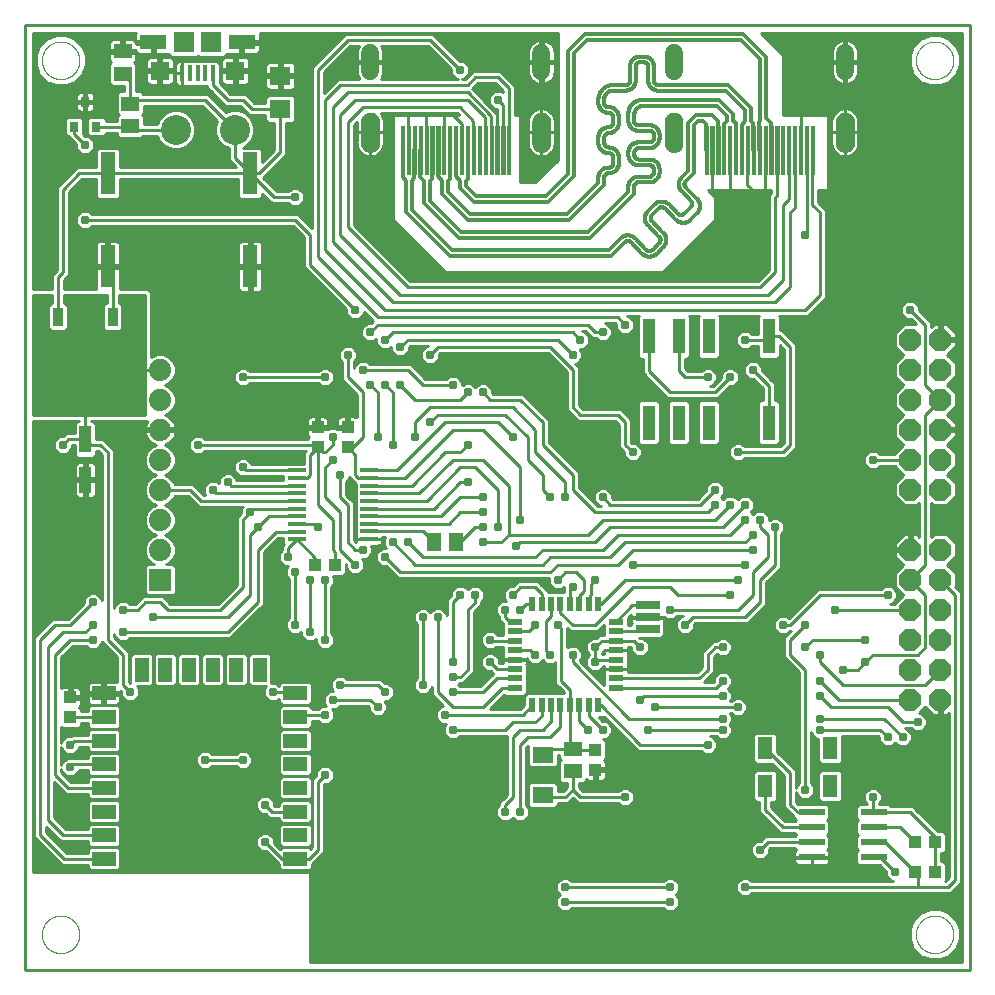
<source format=gtl>
G75*
%MOIN*%
%OFA0B0*%
%FSLAX25Y25*%
%IPPOS*%
%LPD*%
%AMOC8*
5,1,8,0,0,1.08239X$1,22.5*
%
%ADD10C,0.01000*%
%ADD11C,0.00000*%
%ADD12R,0.05000X0.02200*%
%ADD13R,0.02200X0.05000*%
%ADD14OC8,0.07400*%
%ADD15R,0.07087X0.05512*%
%ADD16R,0.03937X0.04331*%
%ADD17R,0.08700X0.02400*%
%ADD18R,0.03150X0.03543*%
%ADD19R,0.05906X0.05118*%
%ADD20R,0.05906X0.01378*%
%ADD21R,0.07874X0.04724*%
%ADD22R,0.04724X0.07874*%
%ADD23R,0.04331X0.03937*%
%ADD24R,0.04370X0.11811*%
%ADD25C,0.00118*%
%ADD26C,0.05906*%
%ADD27C,0.00039*%
%ADD28R,0.03500X0.06400*%
%ADD29R,0.12500X0.06400*%
%ADD30R,0.05118X0.05906*%
%ADD31R,0.01575X0.05315*%
%ADD32R,0.07087X0.07087*%
%ADD33R,0.09055X0.05118*%
%ADD34R,0.06299X0.06299*%
%ADD35R,0.07874X0.02756*%
%ADD36R,0.05118X0.07480*%
%ADD37R,0.05118X0.14173*%
%ADD38R,0.07087X0.06299*%
%ADD39R,0.03937X0.09055*%
%ADD40C,0.10000*%
%ADD41R,0.07400X0.07400*%
%ADD42C,0.07400*%
%ADD43C,0.03100*%
%ADD44C,0.01181*%
D10*
X0043383Y0006500D02*
X0043383Y0321461D01*
X0358343Y0321461D01*
X0358343Y0006500D01*
X0043383Y0006500D01*
X0045983Y0039000D02*
X0045983Y0189500D01*
X0061383Y0189500D01*
X0061383Y0189319D01*
X0060793Y0189319D01*
X0059914Y0188440D01*
X0059914Y0185291D01*
X0056845Y0185291D01*
X0056104Y0184550D01*
X0055276Y0184550D01*
X0054155Y0184086D01*
X0053297Y0183228D01*
X0052833Y0182107D01*
X0052833Y0180893D01*
X0053297Y0179772D01*
X0054155Y0178914D01*
X0055276Y0178450D01*
X0056489Y0178450D01*
X0057610Y0178914D01*
X0058468Y0179772D01*
X0058933Y0180893D01*
X0058933Y0181291D01*
X0059914Y0181291D01*
X0059914Y0178142D01*
X0060793Y0177264D01*
X0065972Y0177264D01*
X0066851Y0178142D01*
X0066851Y0179500D01*
X0067554Y0179500D01*
X0068883Y0178172D01*
X0068883Y0129727D01*
X0068468Y0130728D01*
X0067610Y0131586D01*
X0066489Y0132050D01*
X0065276Y0132050D01*
X0064155Y0131586D01*
X0063297Y0130728D01*
X0062833Y0129607D01*
X0062833Y0128778D01*
X0057554Y0123500D01*
X0052554Y0123500D01*
X0051383Y0122328D01*
X0046383Y0117328D01*
X0046383Y0050672D01*
X0047554Y0049500D01*
X0055546Y0041508D01*
X0064166Y0041508D01*
X0064166Y0040524D01*
X0065045Y0039646D01*
X0074161Y0039646D01*
X0075040Y0040524D01*
X0075040Y0046491D01*
X0074161Y0047370D01*
X0065045Y0047370D01*
X0064166Y0046491D01*
X0064166Y0045508D01*
X0057203Y0045508D01*
X0050383Y0052328D01*
X0050383Y0054172D01*
X0055172Y0049382D01*
X0064166Y0049382D01*
X0064166Y0048398D01*
X0065045Y0047520D01*
X0074161Y0047520D01*
X0075040Y0048398D01*
X0075040Y0054365D01*
X0074161Y0055244D01*
X0065045Y0055244D01*
X0064166Y0054365D01*
X0064166Y0053382D01*
X0056829Y0053382D01*
X0052883Y0057328D01*
X0052883Y0069172D01*
X0056924Y0065130D01*
X0064166Y0065130D01*
X0064166Y0064146D01*
X0065045Y0063268D01*
X0074161Y0063268D01*
X0075040Y0064146D01*
X0075040Y0070113D01*
X0074161Y0070992D01*
X0065045Y0070992D01*
X0064166Y0070113D01*
X0064166Y0069130D01*
X0058581Y0069130D01*
X0055383Y0072328D01*
X0055383Y0073273D01*
X0055797Y0072272D01*
X0056655Y0071414D01*
X0057776Y0070950D01*
X0058989Y0070950D01*
X0060110Y0071414D01*
X0060968Y0072272D01*
X0061271Y0073004D01*
X0064166Y0073004D01*
X0064166Y0072020D01*
X0065045Y0071142D01*
X0074161Y0071142D01*
X0075040Y0072020D01*
X0075040Y0077987D01*
X0074161Y0078866D01*
X0065045Y0078866D01*
X0064166Y0077987D01*
X0064166Y0077004D01*
X0059100Y0077004D01*
X0058989Y0077050D01*
X0057776Y0077050D01*
X0056655Y0076586D01*
X0055797Y0075728D01*
X0055383Y0074727D01*
X0055383Y0080773D01*
X0055797Y0079772D01*
X0056655Y0078914D01*
X0057776Y0078450D01*
X0058989Y0078450D01*
X0060110Y0078914D01*
X0060968Y0079772D01*
X0061426Y0080878D01*
X0064166Y0080878D01*
X0064166Y0079894D01*
X0065045Y0079016D01*
X0074161Y0079016D01*
X0075040Y0079894D01*
X0075040Y0085861D01*
X0074161Y0086740D01*
X0065045Y0086740D01*
X0064166Y0085861D01*
X0064166Y0084878D01*
X0058932Y0084878D01*
X0058604Y0084550D01*
X0057776Y0084550D01*
X0056655Y0084086D01*
X0055797Y0083228D01*
X0055383Y0082227D01*
X0055383Y0087398D01*
X0055596Y0087185D01*
X0061169Y0087185D01*
X0062048Y0088064D01*
X0062048Y0088654D01*
X0064166Y0088654D01*
X0064166Y0087768D01*
X0065045Y0086890D01*
X0074161Y0086890D01*
X0075040Y0087768D01*
X0075040Y0093735D01*
X0074161Y0094614D01*
X0065045Y0094614D01*
X0064166Y0093735D01*
X0064166Y0092654D01*
X0062048Y0092654D01*
X0062048Y0093243D01*
X0061244Y0094048D01*
X0061469Y0094178D01*
X0061748Y0094457D01*
X0061946Y0094799D01*
X0062048Y0095180D01*
X0062048Y0096862D01*
X0058867Y0096862D01*
X0058867Y0097831D01*
X0057898Y0097831D01*
X0057898Y0100815D01*
X0056020Y0100815D01*
X0055638Y0100713D01*
X0055383Y0100565D01*
X0055383Y0110672D01*
X0059211Y0114500D01*
X0063569Y0114500D01*
X0064155Y0113914D01*
X0065276Y0113450D01*
X0066489Y0113450D01*
X0067610Y0113914D01*
X0068468Y0114772D01*
X0068883Y0115773D01*
X0068883Y0115672D01*
X0073883Y0110672D01*
X0073883Y0102449D01*
X0073738Y0102488D01*
X0070103Y0102488D01*
X0070103Y0099126D01*
X0069103Y0099126D01*
X0069103Y0102488D01*
X0065469Y0102488D01*
X0065087Y0102386D01*
X0064745Y0102188D01*
X0064466Y0101909D01*
X0064268Y0101567D01*
X0064166Y0101186D01*
X0064166Y0099126D01*
X0069103Y0099126D01*
X0069103Y0098126D01*
X0064166Y0098126D01*
X0064166Y0096066D01*
X0064268Y0095685D01*
X0064466Y0095343D01*
X0064745Y0095063D01*
X0065087Y0094866D01*
X0065469Y0094764D01*
X0069103Y0094764D01*
X0069103Y0098126D01*
X0070103Y0098126D01*
X0070103Y0099126D01*
X0075040Y0099126D01*
X0075040Y0099514D01*
X0075333Y0099222D01*
X0075333Y0098393D01*
X0075797Y0097272D01*
X0076655Y0096414D01*
X0077776Y0095950D01*
X0078989Y0095950D01*
X0080110Y0096414D01*
X0080968Y0097272D01*
X0081433Y0098393D01*
X0081433Y0099607D01*
X0080968Y0100728D01*
X0080633Y0101063D01*
X0085185Y0101063D01*
X0086064Y0101942D01*
X0086064Y0111058D01*
X0085185Y0111937D01*
X0079218Y0111937D01*
X0078339Y0111058D01*
X0078339Y0102050D01*
X0078161Y0102050D01*
X0077883Y0102328D01*
X0077883Y0112328D01*
X0072883Y0117328D01*
X0072883Y0118273D01*
X0073297Y0117272D01*
X0074155Y0116414D01*
X0075276Y0115950D01*
X0076489Y0115950D01*
X0077610Y0116414D01*
X0078196Y0117000D01*
X0111711Y0117000D01*
X0121711Y0127000D01*
X0122883Y0128172D01*
X0122883Y0145672D01*
X0127754Y0150543D01*
X0129363Y0150543D01*
X0129363Y0148674D01*
X0129520Y0148517D01*
X0128883Y0147880D01*
X0128883Y0146313D01*
X0128297Y0145728D01*
X0127833Y0144607D01*
X0127833Y0143393D01*
X0128297Y0142272D01*
X0129155Y0141414D01*
X0130276Y0140950D01*
X0131019Y0140950D01*
X0130797Y0140728D01*
X0130333Y0139607D01*
X0130333Y0138393D01*
X0130797Y0137272D01*
X0131383Y0136687D01*
X0131383Y0123813D01*
X0130797Y0123228D01*
X0130333Y0122107D01*
X0130333Y0120893D01*
X0130797Y0119772D01*
X0131655Y0118914D01*
X0132776Y0118450D01*
X0133989Y0118450D01*
X0135110Y0118914D01*
X0135333Y0119137D01*
X0135333Y0118393D01*
X0135797Y0117272D01*
X0136655Y0116414D01*
X0137776Y0115950D01*
X0138989Y0115950D01*
X0140110Y0116414D01*
X0140333Y0116637D01*
X0140333Y0115893D01*
X0140797Y0114772D01*
X0141655Y0113914D01*
X0142776Y0113450D01*
X0143989Y0113450D01*
X0145110Y0113914D01*
X0145968Y0114772D01*
X0146433Y0115893D01*
X0146433Y0117107D01*
X0145968Y0118228D01*
X0145383Y0118813D01*
X0145383Y0134187D01*
X0145968Y0134772D01*
X0146433Y0135893D01*
X0146433Y0137107D01*
X0146131Y0137835D01*
X0149319Y0137835D01*
X0150197Y0138713D01*
X0150197Y0141857D01*
X0150333Y0141722D01*
X0150333Y0140893D01*
X0150797Y0139772D01*
X0151655Y0138914D01*
X0152776Y0138450D01*
X0153989Y0138450D01*
X0155110Y0138914D01*
X0155968Y0139772D01*
X0156433Y0140893D01*
X0156433Y0142107D01*
X0155968Y0143228D01*
X0155746Y0143450D01*
X0156489Y0143450D01*
X0157610Y0143914D01*
X0158468Y0144772D01*
X0158933Y0145893D01*
X0158933Y0147107D01*
X0158623Y0147854D01*
X0161100Y0147854D01*
X0161481Y0147957D01*
X0161823Y0148154D01*
X0162103Y0148433D01*
X0162300Y0148775D01*
X0162402Y0149157D01*
X0162402Y0150043D01*
X0157950Y0150043D01*
X0157950Y0150043D01*
X0162402Y0150043D01*
X0162402Y0150602D01*
X0163245Y0150602D01*
X0162833Y0149607D01*
X0162833Y0148393D01*
X0163297Y0147272D01*
X0163519Y0147050D01*
X0162776Y0147050D01*
X0161655Y0146586D01*
X0160797Y0145728D01*
X0160333Y0144607D01*
X0160333Y0143393D01*
X0160797Y0142272D01*
X0161655Y0141414D01*
X0162776Y0140950D01*
X0163604Y0140950D01*
X0167554Y0137000D01*
X0217833Y0137000D01*
X0217833Y0135893D01*
X0218297Y0134772D01*
X0219155Y0133914D01*
X0220276Y0133450D01*
X0221489Y0133450D01*
X0222610Y0133914D01*
X0222833Y0134137D01*
X0222833Y0133393D01*
X0222957Y0133092D01*
X0222957Y0132400D01*
X0217509Y0132400D01*
X0217509Y0132702D01*
X0215383Y0134828D01*
X0214211Y0136000D01*
X0207554Y0136000D01*
X0206104Y0134550D01*
X0205276Y0134550D01*
X0204155Y0134086D01*
X0203297Y0133228D01*
X0202833Y0132107D01*
X0202833Y0130893D01*
X0203297Y0129772D01*
X0203519Y0129550D01*
X0202776Y0129550D01*
X0201655Y0129086D01*
X0200797Y0128228D01*
X0200333Y0127107D01*
X0200333Y0125893D01*
X0200797Y0124772D01*
X0201383Y0124187D01*
X0201383Y0123172D01*
X0202483Y0122072D01*
X0202483Y0118224D01*
X0200970Y0118224D01*
X0200968Y0118228D01*
X0200110Y0119086D01*
X0198989Y0119550D01*
X0197776Y0119550D01*
X0196655Y0119086D01*
X0195797Y0118228D01*
X0195333Y0117107D01*
X0195333Y0115893D01*
X0195797Y0114772D01*
X0196655Y0113914D01*
X0197776Y0113450D01*
X0198989Y0113450D01*
X0200110Y0113914D01*
X0200420Y0114224D01*
X0202483Y0114224D01*
X0202483Y0111353D01*
X0202510Y0111326D01*
X0202483Y0111223D01*
X0202483Y0109975D01*
X0206432Y0109975D01*
X0206432Y0109875D01*
X0202483Y0109875D01*
X0202483Y0108776D01*
X0201435Y0108776D01*
X0201433Y0108778D01*
X0201433Y0109607D01*
X0200968Y0110728D01*
X0200110Y0111586D01*
X0198989Y0112050D01*
X0197776Y0112050D01*
X0196655Y0111586D01*
X0195797Y0110728D01*
X0195333Y0109607D01*
X0195333Y0108393D01*
X0195797Y0107272D01*
X0196655Y0106414D01*
X0197776Y0105950D01*
X0198604Y0105950D01*
X0199304Y0105250D01*
X0195054Y0101000D01*
X0188196Y0101000D01*
X0187696Y0101500D01*
X0188196Y0102000D01*
X0189211Y0102000D01*
X0190383Y0103172D01*
X0192883Y0105672D01*
X0192883Y0125672D01*
X0195383Y0128172D01*
X0195383Y0129187D01*
X0195968Y0129772D01*
X0196433Y0130893D01*
X0196433Y0132107D01*
X0195968Y0133228D01*
X0195110Y0134086D01*
X0193989Y0134550D01*
X0192776Y0134550D01*
X0191655Y0134086D01*
X0190883Y0133313D01*
X0190110Y0134086D01*
X0188989Y0134550D01*
X0187776Y0134550D01*
X0186655Y0134086D01*
X0185797Y0133228D01*
X0185333Y0132107D01*
X0185333Y0131278D01*
X0183883Y0129828D01*
X0183883Y0124727D01*
X0183468Y0125728D01*
X0182610Y0126586D01*
X0181489Y0127050D01*
X0180276Y0127050D01*
X0179155Y0126586D01*
X0178383Y0125813D01*
X0177610Y0126586D01*
X0176489Y0127050D01*
X0175276Y0127050D01*
X0174155Y0126586D01*
X0173297Y0125728D01*
X0172833Y0124607D01*
X0172833Y0123393D01*
X0173297Y0122272D01*
X0173883Y0121687D01*
X0173883Y0103813D01*
X0173297Y0103228D01*
X0172833Y0102107D01*
X0172833Y0100893D01*
X0173297Y0099772D01*
X0174155Y0098914D01*
X0175276Y0098450D01*
X0176489Y0098450D01*
X0177610Y0098914D01*
X0178468Y0099772D01*
X0178883Y0100773D01*
X0178883Y0098172D01*
X0182584Y0094470D01*
X0181655Y0094086D01*
X0180797Y0093228D01*
X0180333Y0092107D01*
X0180333Y0090893D01*
X0180797Y0089772D01*
X0181655Y0088914D01*
X0182776Y0088450D01*
X0183519Y0088450D01*
X0183297Y0088228D01*
X0182833Y0087107D01*
X0182833Y0085893D01*
X0183297Y0084772D01*
X0184155Y0083914D01*
X0185276Y0083450D01*
X0186489Y0083450D01*
X0187610Y0083914D01*
X0188196Y0084500D01*
X0203883Y0084500D01*
X0203883Y0064828D01*
X0202554Y0063500D01*
X0201383Y0062328D01*
X0201383Y0061313D01*
X0200797Y0060728D01*
X0200333Y0059607D01*
X0200333Y0058393D01*
X0200797Y0057272D01*
X0201655Y0056414D01*
X0202776Y0055950D01*
X0203989Y0055950D01*
X0205110Y0056414D01*
X0205883Y0057187D01*
X0206655Y0056414D01*
X0207776Y0055950D01*
X0208989Y0055950D01*
X0210110Y0056414D01*
X0210968Y0057272D01*
X0211433Y0058393D01*
X0211433Y0059607D01*
X0210968Y0060728D01*
X0210383Y0061313D01*
X0210383Y0080672D01*
X0210839Y0081128D01*
X0210839Y0074816D01*
X0211718Y0073937D01*
X0220047Y0073937D01*
X0220926Y0074816D01*
X0220926Y0078240D01*
X0221430Y0078240D01*
X0221430Y0077060D01*
X0221990Y0076500D01*
X0221430Y0075940D01*
X0221430Y0069579D01*
X0222308Y0068701D01*
X0223883Y0068701D01*
X0223883Y0067328D01*
X0222554Y0066000D01*
X0220926Y0066000D01*
X0220926Y0068184D01*
X0220047Y0069063D01*
X0211718Y0069063D01*
X0210839Y0068184D01*
X0210839Y0061430D01*
X0211718Y0060551D01*
X0220047Y0060551D01*
X0220926Y0061430D01*
X0220926Y0062000D01*
X0224211Y0062000D01*
X0225383Y0063172D01*
X0225883Y0063672D01*
X0227554Y0062000D01*
X0241069Y0062000D01*
X0241655Y0061414D01*
X0242776Y0060950D01*
X0243989Y0060950D01*
X0245110Y0061414D01*
X0245968Y0062272D01*
X0246433Y0063393D01*
X0246433Y0064607D01*
X0245968Y0065728D01*
X0245110Y0066586D01*
X0243989Y0067050D01*
X0242776Y0067050D01*
X0241655Y0066586D01*
X0241069Y0066000D01*
X0229211Y0066000D01*
X0227883Y0067328D01*
X0227883Y0068701D01*
X0229457Y0068701D01*
X0230335Y0069579D01*
X0230335Y0069946D01*
X0230493Y0069788D01*
X0230835Y0069590D01*
X0231217Y0069488D01*
X0232898Y0069488D01*
X0232898Y0072669D01*
X0233867Y0072669D01*
X0233867Y0073638D01*
X0236851Y0073638D01*
X0236851Y0075516D01*
X0236749Y0075898D01*
X0236551Y0076240D01*
X0236291Y0076500D01*
X0236851Y0077060D01*
X0236851Y0082633D01*
X0236034Y0083450D01*
X0236489Y0083450D01*
X0237610Y0083914D01*
X0238468Y0084772D01*
X0238933Y0085893D01*
X0238933Y0087107D01*
X0238468Y0088228D01*
X0237610Y0089086D01*
X0236489Y0089550D01*
X0235661Y0089550D01*
X0234611Y0090600D01*
X0236127Y0090600D01*
X0236291Y0090763D01*
X0247554Y0079500D01*
X0268569Y0079500D01*
X0269155Y0078914D01*
X0270276Y0078450D01*
X0271489Y0078450D01*
X0272610Y0078914D01*
X0273468Y0079772D01*
X0273933Y0080893D01*
X0273933Y0082107D01*
X0273468Y0083228D01*
X0272610Y0084086D01*
X0271610Y0084500D01*
X0273569Y0084500D01*
X0274155Y0083914D01*
X0275276Y0083450D01*
X0276489Y0083450D01*
X0277610Y0083914D01*
X0278468Y0084772D01*
X0278933Y0085893D01*
X0278933Y0087107D01*
X0278468Y0088228D01*
X0278321Y0088375D01*
X0278468Y0088522D01*
X0278933Y0089643D01*
X0278933Y0090857D01*
X0278468Y0091978D01*
X0278446Y0092000D01*
X0278569Y0092000D01*
X0279155Y0091414D01*
X0280276Y0090950D01*
X0281489Y0090950D01*
X0282610Y0091414D01*
X0283468Y0092272D01*
X0283933Y0093393D01*
X0283933Y0094607D01*
X0283468Y0095728D01*
X0282610Y0096586D01*
X0281489Y0097050D01*
X0280276Y0097050D01*
X0279155Y0096586D01*
X0278569Y0096000D01*
X0278446Y0096000D01*
X0278468Y0096022D01*
X0278933Y0097143D01*
X0278933Y0098357D01*
X0278468Y0099478D01*
X0277696Y0100250D01*
X0278468Y0101022D01*
X0278933Y0102143D01*
X0278933Y0103357D01*
X0278468Y0104478D01*
X0277610Y0105336D01*
X0276489Y0105800D01*
X0275276Y0105800D01*
X0274155Y0105336D01*
X0273297Y0104478D01*
X0272833Y0103357D01*
X0272833Y0102528D01*
X0272780Y0102476D01*
X0269687Y0102476D01*
X0270009Y0102798D01*
X0272883Y0105672D01*
X0272883Y0110672D01*
X0273890Y0111679D01*
X0274155Y0111414D01*
X0275276Y0110950D01*
X0276489Y0110950D01*
X0277610Y0111414D01*
X0278468Y0112272D01*
X0278933Y0113393D01*
X0278933Y0114607D01*
X0278468Y0115728D01*
X0277610Y0116586D01*
X0276489Y0117050D01*
X0275276Y0117050D01*
X0274155Y0116586D01*
X0273569Y0116000D01*
X0272554Y0116000D01*
X0270054Y0113500D01*
X0268883Y0112328D01*
X0268883Y0107328D01*
X0267180Y0105626D01*
X0244283Y0105626D01*
X0244283Y0106726D01*
X0240333Y0106726D01*
X0240333Y0106826D01*
X0244283Y0106826D01*
X0244283Y0108073D01*
X0244255Y0108176D01*
X0244283Y0108204D01*
X0244283Y0111647D01*
X0244255Y0111674D01*
X0244283Y0111777D01*
X0244283Y0113025D01*
X0240333Y0113025D01*
X0240333Y0113125D01*
X0244283Y0113125D01*
X0244283Y0114224D01*
X0245330Y0114224D01*
X0245333Y0114222D01*
X0245333Y0113393D01*
X0245797Y0112272D01*
X0246655Y0111414D01*
X0247776Y0110950D01*
X0248989Y0110950D01*
X0250110Y0111414D01*
X0250968Y0112272D01*
X0251433Y0113393D01*
X0251433Y0114607D01*
X0250968Y0115728D01*
X0250110Y0116586D01*
X0248989Y0117050D01*
X0248161Y0117050D01*
X0248026Y0117185D01*
X0255441Y0117185D01*
X0256320Y0118064D01*
X0256320Y0122062D01*
X0256243Y0122139D01*
X0256320Y0122425D01*
X0256320Y0123811D01*
X0251072Y0123811D01*
X0251072Y0124189D01*
X0256320Y0124189D01*
X0256320Y0124250D01*
X0256655Y0123914D01*
X0257776Y0123450D01*
X0258989Y0123450D01*
X0260110Y0123914D01*
X0260696Y0124500D01*
X0262655Y0124500D01*
X0261655Y0124086D01*
X0260797Y0123228D01*
X0260333Y0122107D01*
X0260333Y0120893D01*
X0260797Y0119772D01*
X0261655Y0118914D01*
X0262776Y0118450D01*
X0263989Y0118450D01*
X0265110Y0118914D01*
X0265968Y0119772D01*
X0266433Y0120893D01*
X0266433Y0121722D01*
X0266711Y0122000D01*
X0284211Y0122000D01*
X0289211Y0127000D01*
X0290383Y0128172D01*
X0290383Y0135672D01*
X0294211Y0139500D01*
X0295383Y0140672D01*
X0295383Y0151687D01*
X0295968Y0152272D01*
X0296433Y0153393D01*
X0296433Y0154607D01*
X0295968Y0155728D01*
X0295110Y0156586D01*
X0293989Y0157050D01*
X0292776Y0157050D01*
X0291655Y0156586D01*
X0291433Y0156363D01*
X0291433Y0157107D01*
X0290968Y0158228D01*
X0290110Y0159086D01*
X0288989Y0159550D01*
X0287776Y0159550D01*
X0286655Y0159086D01*
X0285883Y0158313D01*
X0285196Y0159000D01*
X0285968Y0159772D01*
X0286433Y0160893D01*
X0286433Y0162107D01*
X0285968Y0163228D01*
X0285110Y0164086D01*
X0283989Y0164550D01*
X0282776Y0164550D01*
X0281655Y0164086D01*
X0280883Y0163313D01*
X0280110Y0164086D01*
X0278989Y0164550D01*
X0277776Y0164550D01*
X0276655Y0164086D01*
X0275883Y0163313D01*
X0275196Y0164000D01*
X0275968Y0164772D01*
X0276433Y0165893D01*
X0276433Y0167107D01*
X0275968Y0168228D01*
X0275110Y0169086D01*
X0273989Y0169550D01*
X0272776Y0169550D01*
X0271655Y0169086D01*
X0270797Y0168228D01*
X0270333Y0167107D01*
X0270333Y0166278D01*
X0267554Y0163500D01*
X0239211Y0163500D01*
X0238933Y0163778D01*
X0238933Y0164607D01*
X0238468Y0165728D01*
X0237610Y0166586D01*
X0236489Y0167050D01*
X0235276Y0167050D01*
X0234155Y0166586D01*
X0233297Y0165728D01*
X0232833Y0164607D01*
X0232833Y0163393D01*
X0233297Y0162272D01*
X0234155Y0161414D01*
X0235155Y0161000D01*
X0234211Y0161000D01*
X0227883Y0167328D01*
X0227883Y0172328D01*
X0217883Y0182328D01*
X0217883Y0189828D01*
X0210383Y0197328D01*
X0209211Y0198500D01*
X0199211Y0198500D01*
X0198933Y0198778D01*
X0198933Y0199607D01*
X0198468Y0200728D01*
X0197610Y0201586D01*
X0196489Y0202050D01*
X0195276Y0202050D01*
X0194155Y0201586D01*
X0193383Y0200813D01*
X0192610Y0201586D01*
X0191489Y0202050D01*
X0190276Y0202050D01*
X0189155Y0201586D01*
X0188933Y0201363D01*
X0188933Y0202107D01*
X0188468Y0203228D01*
X0187610Y0204086D01*
X0186489Y0204550D01*
X0185276Y0204550D01*
X0184155Y0204086D01*
X0183569Y0203500D01*
X0176711Y0203500D01*
X0172883Y0207328D01*
X0171711Y0208500D01*
X0158196Y0208500D01*
X0157610Y0209086D01*
X0156489Y0209550D01*
X0155276Y0209550D01*
X0154155Y0209086D01*
X0153297Y0208228D01*
X0152883Y0207227D01*
X0152883Y0209187D01*
X0153468Y0209772D01*
X0153933Y0210893D01*
X0153933Y0212107D01*
X0153468Y0213228D01*
X0152610Y0214086D01*
X0151489Y0214550D01*
X0150276Y0214550D01*
X0149155Y0214086D01*
X0148297Y0213228D01*
X0147833Y0212107D01*
X0147833Y0210893D01*
X0148297Y0209772D01*
X0148883Y0209187D01*
X0148883Y0203172D01*
X0150054Y0202000D01*
X0153883Y0198172D01*
X0153883Y0190602D01*
X0153772Y0190712D01*
X0153430Y0190910D01*
X0153049Y0191012D01*
X0151367Y0191012D01*
X0151367Y0187831D01*
X0150398Y0187831D01*
X0150398Y0191012D01*
X0148717Y0191012D01*
X0148335Y0190910D01*
X0147993Y0190712D01*
X0147714Y0190433D01*
X0147516Y0190091D01*
X0147414Y0189709D01*
X0147414Y0187831D01*
X0150398Y0187831D01*
X0150398Y0186862D01*
X0147414Y0186862D01*
X0147414Y0186667D01*
X0146489Y0187050D01*
X0145276Y0187050D01*
X0144351Y0186667D01*
X0144351Y0186862D01*
X0141367Y0186862D01*
X0141367Y0187831D01*
X0140398Y0187831D01*
X0140398Y0191012D01*
X0138717Y0191012D01*
X0138335Y0190910D01*
X0137993Y0190712D01*
X0137714Y0190433D01*
X0137516Y0190091D01*
X0137414Y0189709D01*
X0137414Y0187831D01*
X0140398Y0187831D01*
X0140398Y0186862D01*
X0137414Y0186862D01*
X0137414Y0184984D01*
X0137516Y0184602D01*
X0137714Y0184260D01*
X0137974Y0184000D01*
X0137474Y0183500D01*
X0103196Y0183500D01*
X0102610Y0184086D01*
X0101489Y0184550D01*
X0100276Y0184550D01*
X0099155Y0184086D01*
X0098297Y0183228D01*
X0097833Y0182107D01*
X0097833Y0180893D01*
X0098297Y0179772D01*
X0099155Y0178914D01*
X0100276Y0178450D01*
X0101489Y0178450D01*
X0102610Y0178914D01*
X0103196Y0179500D01*
X0136901Y0179500D01*
X0136383Y0178982D01*
X0136383Y0175205D01*
X0130242Y0175205D01*
X0130053Y0175016D01*
X0118763Y0175016D01*
X0118468Y0175728D01*
X0117610Y0176586D01*
X0116489Y0177050D01*
X0115276Y0177050D01*
X0114155Y0176586D01*
X0113297Y0175728D01*
X0112833Y0174607D01*
X0112833Y0173393D01*
X0113297Y0172272D01*
X0114155Y0171414D01*
X0115276Y0170950D01*
X0116489Y0170950D01*
X0116648Y0171016D01*
X0129363Y0171016D01*
X0129363Y0169898D01*
X0113812Y0169898D01*
X0113468Y0170728D01*
X0112610Y0171586D01*
X0111489Y0172050D01*
X0110276Y0172050D01*
X0109155Y0171586D01*
X0108297Y0170728D01*
X0107833Y0169607D01*
X0107833Y0168863D01*
X0107610Y0169086D01*
X0106489Y0169550D01*
X0105276Y0169550D01*
X0104155Y0169086D01*
X0103297Y0168228D01*
X0102833Y0167107D01*
X0102833Y0165893D01*
X0103294Y0164780D01*
X0102931Y0164780D01*
X0100383Y0167328D01*
X0099211Y0168500D01*
X0093183Y0168500D01*
X0092791Y0169446D01*
X0091328Y0170908D01*
X0089900Y0171500D01*
X0091328Y0172092D01*
X0092791Y0173554D01*
X0093583Y0175466D01*
X0093583Y0177534D01*
X0092791Y0179446D01*
X0091328Y0180908D01*
X0089865Y0181514D01*
X0090379Y0181681D01*
X0091108Y0182053D01*
X0091770Y0182534D01*
X0092349Y0183112D01*
X0092830Y0183775D01*
X0093202Y0184504D01*
X0093454Y0185282D01*
X0093568Y0186000D01*
X0088883Y0186000D01*
X0088883Y0187000D01*
X0093568Y0187000D01*
X0093454Y0187718D01*
X0093202Y0188496D01*
X0092830Y0189225D01*
X0092349Y0189888D01*
X0091770Y0190466D01*
X0091108Y0190947D01*
X0090379Y0191319D01*
X0089865Y0191486D01*
X0091328Y0192092D01*
X0092791Y0193554D01*
X0093583Y0195466D01*
X0093583Y0197534D01*
X0092791Y0199446D01*
X0091328Y0200908D01*
X0089900Y0201500D01*
X0091328Y0202092D01*
X0092791Y0203554D01*
X0093583Y0205466D01*
X0093583Y0207534D01*
X0092791Y0209446D01*
X0091328Y0210908D01*
X0089417Y0211700D01*
X0087348Y0211700D01*
X0085437Y0210908D01*
X0085383Y0210854D01*
X0085383Y0232328D01*
X0084211Y0233500D01*
X0074897Y0233500D01*
X0074942Y0233665D01*
X0074942Y0240449D01*
X0071383Y0240449D01*
X0071383Y0241449D01*
X0074942Y0241449D01*
X0074942Y0248233D01*
X0074839Y0248614D01*
X0074642Y0248956D01*
X0074363Y0249236D01*
X0074021Y0249433D01*
X0073639Y0249535D01*
X0071383Y0249535D01*
X0071383Y0241449D01*
X0070383Y0241449D01*
X0070383Y0249535D01*
X0068126Y0249535D01*
X0067745Y0249433D01*
X0067402Y0249236D01*
X0067123Y0248956D01*
X0066926Y0248614D01*
X0066823Y0248233D01*
X0066823Y0241449D01*
X0070382Y0241449D01*
X0070382Y0240449D01*
X0066823Y0240449D01*
X0066823Y0233665D01*
X0066868Y0233500D01*
X0056283Y0233500D01*
X0056283Y0236572D01*
X0057883Y0238172D01*
X0057883Y0265672D01*
X0062164Y0269953D01*
X0066823Y0269953D01*
X0066823Y0264245D01*
X0067702Y0263366D01*
X0074063Y0263366D01*
X0074942Y0264245D01*
X0074942Y0269953D01*
X0114323Y0269953D01*
X0114323Y0264245D01*
X0115202Y0263366D01*
X0121563Y0263366D01*
X0122442Y0264245D01*
X0122442Y0265065D01*
X0125507Y0262000D01*
X0131069Y0262000D01*
X0131655Y0261414D01*
X0132776Y0260950D01*
X0133989Y0260950D01*
X0135110Y0261414D01*
X0135968Y0262272D01*
X0136433Y0263393D01*
X0136433Y0264607D01*
X0135968Y0265728D01*
X0135110Y0266586D01*
X0133989Y0267050D01*
X0132776Y0267050D01*
X0131655Y0266586D01*
X0131069Y0266000D01*
X0127164Y0266000D01*
X0122687Y0270476D01*
X0129211Y0277000D01*
X0130383Y0278172D01*
X0130383Y0288839D01*
X0132547Y0288839D01*
X0133426Y0289717D01*
X0133426Y0297259D01*
X0132547Y0298138D01*
X0124218Y0298138D01*
X0123339Y0297259D01*
X0123339Y0295488D01*
X0119723Y0295488D01*
X0117883Y0297328D01*
X0116711Y0298500D01*
X0111711Y0298500D01*
X0108220Y0301991D01*
X0108268Y0302040D01*
X0108268Y0308598D01*
X0107390Y0309476D01*
X0096895Y0309476D01*
X0096860Y0309441D01*
X0096730Y0309476D01*
X0095745Y0309476D01*
X0095745Y0305319D01*
X0095745Y0305319D01*
X0095745Y0301161D01*
X0096730Y0301161D01*
X0096860Y0301196D01*
X0096895Y0301161D01*
X0103981Y0301161D01*
X0103981Y0300573D01*
X0105153Y0299402D01*
X0110054Y0294500D01*
X0115054Y0294500D01*
X0118066Y0291488D01*
X0123339Y0291488D01*
X0123339Y0289717D01*
X0124218Y0288839D01*
X0126383Y0288839D01*
X0126383Y0279828D01*
X0122442Y0275887D01*
X0122442Y0279661D01*
X0121563Y0280539D01*
X0115820Y0280539D01*
X0116907Y0280990D01*
X0118735Y0282818D01*
X0119725Y0285207D01*
X0119725Y0287793D01*
X0118735Y0290182D01*
X0116907Y0292010D01*
X0114518Y0293000D01*
X0111932Y0293000D01*
X0110250Y0292303D01*
X0105225Y0297328D01*
X0105225Y0297328D01*
X0104053Y0298500D01*
X0082756Y0298500D01*
X0081957Y0299299D01*
X0080383Y0299299D01*
X0080383Y0303588D01*
X0080335Y0303636D01*
X0080335Y0308440D01*
X0079775Y0309000D01*
X0080036Y0309260D01*
X0080233Y0309602D01*
X0080335Y0309984D01*
X0080335Y0312240D01*
X0076383Y0312240D01*
X0076383Y0313240D01*
X0080072Y0313240D01*
X0080072Y0312995D01*
X0080174Y0312614D01*
X0080371Y0312272D01*
X0080650Y0311993D01*
X0080993Y0311795D01*
X0081374Y0311693D01*
X0085599Y0311693D01*
X0085599Y0315252D01*
X0080335Y0315252D01*
X0080335Y0315497D01*
X0080233Y0315878D01*
X0080036Y0316220D01*
X0079756Y0316499D01*
X0079414Y0316697D01*
X0079033Y0316799D01*
X0076383Y0316799D01*
X0076383Y0313240D01*
X0075383Y0313240D01*
X0075383Y0316799D01*
X0072732Y0316799D01*
X0072351Y0316697D01*
X0072009Y0316499D01*
X0071729Y0316220D01*
X0071532Y0315878D01*
X0071430Y0315497D01*
X0071430Y0313240D01*
X0075382Y0313240D01*
X0075382Y0312240D01*
X0071430Y0312240D01*
X0071430Y0309984D01*
X0071532Y0309602D01*
X0071729Y0309260D01*
X0071990Y0309000D01*
X0071430Y0308440D01*
X0071430Y0302079D01*
X0072308Y0301201D01*
X0076383Y0301201D01*
X0076383Y0299299D01*
X0074808Y0299299D01*
X0073930Y0298421D01*
X0073930Y0292060D01*
X0074490Y0291500D01*
X0073930Y0290940D01*
X0073930Y0289563D01*
X0070197Y0289563D01*
X0070197Y0289956D01*
X0069319Y0290835D01*
X0064927Y0290835D01*
X0064048Y0289956D01*
X0064048Y0285170D01*
X0064927Y0284291D01*
X0069319Y0284291D01*
X0070197Y0285170D01*
X0070197Y0285563D01*
X0073930Y0285563D01*
X0073930Y0284579D01*
X0074808Y0283701D01*
X0081957Y0283701D01*
X0082756Y0284500D01*
X0087333Y0284500D01*
X0088030Y0282818D01*
X0089858Y0280990D01*
X0092247Y0280000D01*
X0094833Y0280000D01*
X0097222Y0280990D01*
X0099050Y0282818D01*
X0100040Y0285207D01*
X0100040Y0287793D01*
X0099050Y0290182D01*
X0097222Y0292010D01*
X0094833Y0293000D01*
X0092247Y0293000D01*
X0089858Y0292010D01*
X0088030Y0290182D01*
X0087333Y0288500D01*
X0082835Y0288500D01*
X0082835Y0290940D01*
X0082276Y0291500D01*
X0082835Y0292060D01*
X0082835Y0294500D01*
X0102397Y0294500D01*
X0107422Y0289475D01*
X0106725Y0287793D01*
X0106725Y0285207D01*
X0107715Y0282818D01*
X0109543Y0280990D01*
X0111225Y0280293D01*
X0111225Y0276282D01*
X0113554Y0273953D01*
X0074942Y0273953D01*
X0074942Y0279661D01*
X0074063Y0280539D01*
X0067702Y0280539D01*
X0066823Y0279661D01*
X0066823Y0273953D01*
X0060507Y0273953D01*
X0055054Y0268500D01*
X0053883Y0267328D01*
X0053883Y0239828D01*
X0052283Y0238228D01*
X0052283Y0233500D01*
X0045983Y0233500D01*
X0045983Y0318861D01*
X0080166Y0318861D01*
X0080072Y0318509D01*
X0080072Y0316252D01*
X0085599Y0316252D01*
X0085599Y0315252D01*
X0086599Y0315252D01*
X0086599Y0311693D01*
X0090824Y0311693D01*
X0091206Y0311795D01*
X0091292Y0311845D01*
X0091292Y0311587D01*
X0092171Y0310709D01*
X0100500Y0310709D01*
X0100863Y0311072D01*
X0101226Y0310709D01*
X0109555Y0310709D01*
X0110434Y0311587D01*
X0110434Y0311845D01*
X0110520Y0311795D01*
X0110902Y0311693D01*
X0115127Y0311693D01*
X0115127Y0315252D01*
X0116127Y0315252D01*
X0116127Y0316252D01*
X0121654Y0316252D01*
X0121654Y0318509D01*
X0121560Y0318861D01*
X0220883Y0318861D01*
X0220883Y0276500D01*
X0213383Y0269000D01*
X0208383Y0269000D01*
X0208383Y0291500D01*
X0206603Y0291500D01*
X0206603Y0301108D01*
X0202883Y0304828D01*
X0201711Y0306000D01*
X0192554Y0306000D01*
X0190054Y0303500D01*
X0189110Y0303500D01*
X0190110Y0303914D01*
X0190968Y0304772D01*
X0191433Y0305893D01*
X0191433Y0307107D01*
X0190968Y0308228D01*
X0190110Y0309086D01*
X0188989Y0309550D01*
X0188161Y0309550D01*
X0180383Y0317328D01*
X0179211Y0318500D01*
X0150054Y0318500D01*
X0140054Y0308500D01*
X0138883Y0307328D01*
X0138883Y0253828D01*
X0134211Y0258500D01*
X0065696Y0258500D01*
X0065110Y0259086D01*
X0063989Y0259550D01*
X0062776Y0259550D01*
X0061655Y0259086D01*
X0060797Y0258228D01*
X0060333Y0257107D01*
X0060333Y0255893D01*
X0060797Y0254772D01*
X0061655Y0253914D01*
X0062776Y0253450D01*
X0063989Y0253450D01*
X0065110Y0253914D01*
X0065696Y0254500D01*
X0132554Y0254500D01*
X0136383Y0250672D01*
X0136383Y0240672D01*
X0137554Y0239500D01*
X0137554Y0239500D01*
X0150333Y0226722D01*
X0150333Y0225893D01*
X0150797Y0224772D01*
X0151655Y0223914D01*
X0152776Y0223450D01*
X0153989Y0223450D01*
X0155110Y0223914D01*
X0155968Y0224772D01*
X0156353Y0225701D01*
X0159304Y0222750D01*
X0158604Y0222050D01*
X0157776Y0222050D01*
X0156655Y0221586D01*
X0155797Y0220728D01*
X0155333Y0219607D01*
X0155333Y0218393D01*
X0155797Y0217272D01*
X0156655Y0216414D01*
X0157776Y0215950D01*
X0158989Y0215950D01*
X0160110Y0216414D01*
X0160333Y0216637D01*
X0160333Y0215893D01*
X0160797Y0214772D01*
X0161655Y0213914D01*
X0162776Y0213450D01*
X0163989Y0213450D01*
X0165110Y0213914D01*
X0165333Y0214137D01*
X0165333Y0213393D01*
X0165797Y0212272D01*
X0166655Y0211414D01*
X0167776Y0210950D01*
X0168989Y0210950D01*
X0170110Y0211414D01*
X0170968Y0212272D01*
X0171433Y0213393D01*
X0171433Y0214222D01*
X0171711Y0214500D01*
X0177655Y0214500D01*
X0176655Y0214086D01*
X0175797Y0213228D01*
X0175333Y0212107D01*
X0175333Y0210893D01*
X0175797Y0209772D01*
X0176655Y0208914D01*
X0177776Y0208450D01*
X0178989Y0208450D01*
X0180110Y0208914D01*
X0180968Y0209772D01*
X0181433Y0210893D01*
X0181433Y0211722D01*
X0181711Y0212000D01*
X0217554Y0212000D01*
X0223883Y0205672D01*
X0223883Y0193172D01*
X0225054Y0192000D01*
X0227554Y0189500D01*
X0240054Y0189500D01*
X0241383Y0188172D01*
X0241383Y0180672D01*
X0242554Y0179500D01*
X0242833Y0179222D01*
X0242833Y0178393D01*
X0243297Y0177272D01*
X0244155Y0176414D01*
X0245276Y0175950D01*
X0246489Y0175950D01*
X0247610Y0176414D01*
X0248468Y0177272D01*
X0248933Y0178393D01*
X0248933Y0179607D01*
X0248468Y0180728D01*
X0247610Y0181586D01*
X0246489Y0182050D01*
X0245661Y0182050D01*
X0245383Y0182328D01*
X0245383Y0189828D01*
X0242883Y0192328D01*
X0241711Y0193500D01*
X0229211Y0193500D01*
X0227883Y0194828D01*
X0227883Y0207328D01*
X0226681Y0208530D01*
X0227610Y0208914D01*
X0228468Y0209772D01*
X0228933Y0210893D01*
X0228933Y0212107D01*
X0228468Y0213228D01*
X0228246Y0213450D01*
X0228989Y0213450D01*
X0230110Y0213914D01*
X0230968Y0214772D01*
X0231433Y0215893D01*
X0231433Y0217107D01*
X0230968Y0218228D01*
X0230110Y0219086D01*
X0229110Y0219500D01*
X0230054Y0219500D01*
X0231383Y0218172D01*
X0232554Y0217000D01*
X0233569Y0217000D01*
X0234155Y0216414D01*
X0235276Y0215950D01*
X0236489Y0215950D01*
X0237610Y0216414D01*
X0238468Y0217272D01*
X0238933Y0218393D01*
X0238933Y0219607D01*
X0238468Y0220728D01*
X0237610Y0221586D01*
X0236610Y0222000D01*
X0240054Y0222000D01*
X0240333Y0221722D01*
X0240333Y0220893D01*
X0240797Y0219772D01*
X0241655Y0218914D01*
X0242776Y0218450D01*
X0243989Y0218450D01*
X0245110Y0218914D01*
X0245968Y0219772D01*
X0246433Y0220893D01*
X0246433Y0222107D01*
X0245968Y0223228D01*
X0245110Y0224086D01*
X0244110Y0224500D01*
X0247860Y0224500D01*
X0247498Y0224138D01*
X0247498Y0211085D01*
X0248376Y0210206D01*
X0249183Y0210206D01*
X0249183Y0205371D01*
X0256383Y0198172D01*
X0257554Y0197000D01*
X0274211Y0197000D01*
X0278161Y0200950D01*
X0278989Y0200950D01*
X0280110Y0201414D01*
X0280968Y0202272D01*
X0281433Y0203393D01*
X0281433Y0204607D01*
X0280968Y0205728D01*
X0280110Y0206586D01*
X0278989Y0207050D01*
X0277776Y0207050D01*
X0276655Y0206586D01*
X0275797Y0205728D01*
X0275333Y0204607D01*
X0275333Y0203778D01*
X0272554Y0201000D01*
X0271610Y0201000D01*
X0272610Y0201414D01*
X0273468Y0202272D01*
X0273933Y0203393D01*
X0273933Y0204607D01*
X0273468Y0205728D01*
X0272610Y0206586D01*
X0271489Y0207050D01*
X0270276Y0207050D01*
X0269155Y0206586D01*
X0268569Y0206000D01*
X0264211Y0206000D01*
X0263183Y0207028D01*
X0263183Y0210206D01*
X0263989Y0210206D01*
X0264868Y0211085D01*
X0264868Y0224138D01*
X0264506Y0224500D01*
X0267860Y0224500D01*
X0267498Y0224138D01*
X0267498Y0211085D01*
X0268376Y0210206D01*
X0273989Y0210206D01*
X0274868Y0211085D01*
X0274868Y0224138D01*
X0274506Y0224500D01*
X0287860Y0224500D01*
X0287498Y0224138D01*
X0287498Y0218500D01*
X0285696Y0218500D01*
X0285110Y0219086D01*
X0283989Y0219550D01*
X0282776Y0219550D01*
X0281655Y0219086D01*
X0280797Y0218228D01*
X0280333Y0217107D01*
X0280333Y0215893D01*
X0280797Y0214772D01*
X0281655Y0213914D01*
X0282776Y0213450D01*
X0283989Y0213450D01*
X0285110Y0213914D01*
X0285696Y0214500D01*
X0287498Y0214500D01*
X0287498Y0211085D01*
X0288376Y0210206D01*
X0293989Y0210206D01*
X0294868Y0211085D01*
X0294868Y0214686D01*
X0296383Y0213172D01*
X0296383Y0182328D01*
X0295054Y0181000D01*
X0283196Y0181000D01*
X0282610Y0181586D01*
X0281489Y0182050D01*
X0280276Y0182050D01*
X0279155Y0181586D01*
X0278297Y0180728D01*
X0277833Y0179607D01*
X0277833Y0178393D01*
X0278297Y0177272D01*
X0279155Y0176414D01*
X0280276Y0175950D01*
X0281489Y0175950D01*
X0282610Y0176414D01*
X0283196Y0177000D01*
X0296711Y0177000D01*
X0297883Y0178172D01*
X0300383Y0180672D01*
X0300383Y0214828D01*
X0299211Y0216000D01*
X0299211Y0216000D01*
X0295600Y0219611D01*
X0294868Y0219611D01*
X0294868Y0224138D01*
X0294506Y0224500D01*
X0304211Y0224500D01*
X0309211Y0229500D01*
X0310383Y0230672D01*
X0310383Y0259828D01*
X0307784Y0262427D01*
X0307784Y0266500D01*
X0310883Y0266500D01*
X0310883Y0291500D01*
X0295883Y0291500D01*
X0295883Y0311500D01*
X0288522Y0318861D01*
X0355743Y0318861D01*
X0355743Y0009100D01*
X0138383Y0009100D01*
X0138383Y0039000D01*
X0045983Y0039000D01*
X0045983Y0039451D02*
X0330103Y0039451D01*
X0330333Y0039222D02*
X0330333Y0038393D01*
X0330797Y0037272D01*
X0331655Y0036414D01*
X0332655Y0036000D01*
X0285696Y0036000D01*
X0285110Y0036586D01*
X0283989Y0037050D01*
X0282776Y0037050D01*
X0281655Y0036586D01*
X0280797Y0035728D01*
X0280333Y0034607D01*
X0280333Y0033393D01*
X0280797Y0032272D01*
X0281655Y0031414D01*
X0282776Y0030950D01*
X0283989Y0030950D01*
X0285110Y0031414D01*
X0285696Y0032000D01*
X0351711Y0032000D01*
X0354211Y0034500D01*
X0355383Y0035672D01*
X0355383Y0132328D01*
X0353474Y0134237D01*
X0353583Y0134346D01*
X0353583Y0138654D01*
X0350736Y0141500D01*
X0353583Y0144346D01*
X0353583Y0148654D01*
X0350536Y0151700D01*
X0346229Y0151700D01*
X0345383Y0150854D01*
X0345383Y0162146D01*
X0346229Y0161300D01*
X0350536Y0161300D01*
X0353583Y0164346D01*
X0353583Y0168654D01*
X0350736Y0171500D01*
X0353583Y0174346D01*
X0353583Y0178654D01*
X0350736Y0181500D01*
X0353583Y0184346D01*
X0353583Y0186000D01*
X0348883Y0186000D01*
X0348883Y0187000D01*
X0353583Y0187000D01*
X0353583Y0188654D01*
X0350736Y0191500D01*
X0353583Y0194346D01*
X0353583Y0198654D01*
X0350736Y0201500D01*
X0353583Y0204346D01*
X0353583Y0208654D01*
X0350736Y0211500D01*
X0353583Y0214346D01*
X0353583Y0216000D01*
X0348883Y0216000D01*
X0348883Y0217000D01*
X0353583Y0217000D01*
X0353583Y0218654D01*
X0350536Y0221700D01*
X0348883Y0221700D01*
X0348883Y0217000D01*
X0347883Y0217000D01*
X0347883Y0221700D01*
X0346229Y0221700D01*
X0345383Y0220854D01*
X0345383Y0222328D01*
X0341433Y0226278D01*
X0341433Y0227107D01*
X0340968Y0228228D01*
X0340110Y0229086D01*
X0338989Y0229550D01*
X0337776Y0229550D01*
X0336655Y0229086D01*
X0335797Y0228228D01*
X0335333Y0227107D01*
X0335333Y0225893D01*
X0335797Y0224772D01*
X0336655Y0223914D01*
X0337776Y0223450D01*
X0338604Y0223450D01*
X0340354Y0221700D01*
X0336229Y0221700D01*
X0333183Y0218654D01*
X0333183Y0214346D01*
X0336029Y0211500D01*
X0333183Y0208654D01*
X0333183Y0204346D01*
X0336029Y0201500D01*
X0333183Y0198654D01*
X0333183Y0194346D01*
X0336029Y0191500D01*
X0333183Y0188654D01*
X0333183Y0184346D01*
X0336029Y0181500D01*
X0333183Y0178654D01*
X0333183Y0178500D01*
X0328196Y0178500D01*
X0327610Y0179086D01*
X0326489Y0179550D01*
X0325276Y0179550D01*
X0324155Y0179086D01*
X0323297Y0178228D01*
X0322833Y0177107D01*
X0322833Y0175893D01*
X0323297Y0174772D01*
X0324155Y0173914D01*
X0325276Y0173450D01*
X0326489Y0173450D01*
X0327610Y0173914D01*
X0328196Y0174500D01*
X0333183Y0174500D01*
X0333183Y0174346D01*
X0336029Y0171500D01*
X0333183Y0168654D01*
X0333183Y0164346D01*
X0336229Y0161300D01*
X0340536Y0161300D01*
X0341383Y0162146D01*
X0341383Y0150854D01*
X0340536Y0151700D01*
X0338883Y0151700D01*
X0338883Y0147000D01*
X0337883Y0147000D01*
X0337883Y0151700D01*
X0336229Y0151700D01*
X0333183Y0148654D01*
X0333183Y0147000D01*
X0337882Y0147000D01*
X0337882Y0146000D01*
X0333183Y0146000D01*
X0333183Y0144346D01*
X0336029Y0141500D01*
X0333183Y0138654D01*
X0333183Y0134346D01*
X0336029Y0131500D01*
X0333183Y0128654D01*
X0333183Y0128500D01*
X0331610Y0128500D01*
X0332610Y0128914D01*
X0333468Y0129772D01*
X0333933Y0130893D01*
X0333933Y0132107D01*
X0333468Y0133228D01*
X0332610Y0134086D01*
X0331489Y0134550D01*
X0330276Y0134550D01*
X0329155Y0134086D01*
X0328569Y0133500D01*
X0307554Y0133500D01*
X0297875Y0123821D01*
X0297610Y0124086D01*
X0296489Y0124550D01*
X0295276Y0124550D01*
X0294155Y0124086D01*
X0293297Y0123228D01*
X0292833Y0122107D01*
X0292833Y0120893D01*
X0293297Y0119772D01*
X0294155Y0118914D01*
X0295276Y0118450D01*
X0296489Y0118450D01*
X0297610Y0118914D01*
X0298196Y0119500D01*
X0298554Y0119500D01*
X0296383Y0117328D01*
X0296383Y0110672D01*
X0297554Y0109500D01*
X0301383Y0105672D01*
X0301383Y0068813D01*
X0300797Y0068228D01*
X0300383Y0067227D01*
X0300383Y0072801D01*
X0299211Y0073972D01*
X0294115Y0079069D01*
X0294115Y0084661D01*
X0293236Y0085539D01*
X0286875Y0085539D01*
X0285997Y0084661D01*
X0285997Y0075938D01*
X0286875Y0075059D01*
X0292467Y0075059D01*
X0296383Y0071144D01*
X0296383Y0060672D01*
X0298883Y0058172D01*
X0299733Y0057322D01*
X0299733Y0057179D01*
X0300411Y0056500D01*
X0299911Y0056000D01*
X0296711Y0056000D01*
X0292056Y0060655D01*
X0292056Y0062461D01*
X0293236Y0062461D01*
X0294115Y0063339D01*
X0294115Y0072062D01*
X0293236Y0072941D01*
X0286875Y0072941D01*
X0285997Y0072062D01*
X0285997Y0063339D01*
X0286875Y0062461D01*
X0288056Y0062461D01*
X0288056Y0058998D01*
X0293883Y0053172D01*
X0295054Y0052000D01*
X0299911Y0052000D01*
X0300411Y0051500D01*
X0299911Y0051000D01*
X0290054Y0051000D01*
X0288604Y0049550D01*
X0287776Y0049550D01*
X0286655Y0049086D01*
X0285797Y0048228D01*
X0285333Y0047107D01*
X0285333Y0045893D01*
X0285797Y0044772D01*
X0286655Y0043914D01*
X0287776Y0043450D01*
X0288989Y0043450D01*
X0290110Y0043914D01*
X0290968Y0044772D01*
X0291433Y0045893D01*
X0291433Y0046722D01*
X0291711Y0047000D01*
X0299911Y0047000D01*
X0300438Y0046473D01*
X0300312Y0046400D01*
X0300032Y0046121D01*
X0299835Y0045779D01*
X0299733Y0045397D01*
X0299733Y0044100D01*
X0305482Y0044100D01*
X0305482Y0043900D01*
X0299733Y0043900D01*
X0299733Y0042603D01*
X0299835Y0042221D01*
X0300032Y0041879D01*
X0300312Y0041600D01*
X0300654Y0041402D01*
X0301035Y0041300D01*
X0305483Y0041300D01*
X0305483Y0043900D01*
X0305683Y0043900D01*
X0305683Y0044100D01*
X0311433Y0044100D01*
X0311433Y0045397D01*
X0311330Y0045779D01*
X0311133Y0046121D01*
X0310854Y0046400D01*
X0310727Y0046473D01*
X0311433Y0047179D01*
X0311433Y0050821D01*
X0310754Y0051500D01*
X0311433Y0052179D01*
X0311433Y0055821D01*
X0310754Y0056500D01*
X0311433Y0057179D01*
X0311433Y0060821D01*
X0310554Y0061700D01*
X0301011Y0061700D01*
X0300383Y0062328D01*
X0300383Y0065773D01*
X0300797Y0064772D01*
X0301655Y0063914D01*
X0302776Y0063450D01*
X0303989Y0063450D01*
X0305110Y0063914D01*
X0305968Y0064772D01*
X0306433Y0065893D01*
X0306433Y0067107D01*
X0305968Y0068228D01*
X0305383Y0068813D01*
X0305383Y0085773D01*
X0305797Y0084772D01*
X0306655Y0083914D01*
X0307650Y0083502D01*
X0307650Y0075938D01*
X0308529Y0075059D01*
X0314890Y0075059D01*
X0315768Y0075938D01*
X0315768Y0084500D01*
X0327554Y0084500D01*
X0327833Y0084222D01*
X0327833Y0083393D01*
X0328297Y0082272D01*
X0329155Y0081414D01*
X0330276Y0080950D01*
X0331489Y0080950D01*
X0332610Y0081414D01*
X0333383Y0082187D01*
X0334155Y0081414D01*
X0335276Y0080950D01*
X0336489Y0080950D01*
X0337610Y0081414D01*
X0338468Y0082272D01*
X0338933Y0083393D01*
X0338933Y0084607D01*
X0338468Y0085728D01*
X0337610Y0086586D01*
X0336610Y0087000D01*
X0338569Y0087000D01*
X0339155Y0086414D01*
X0340276Y0085950D01*
X0341489Y0085950D01*
X0342610Y0086414D01*
X0343468Y0087272D01*
X0343933Y0088393D01*
X0343933Y0089607D01*
X0343468Y0090728D01*
X0342610Y0091586D01*
X0341489Y0092050D01*
X0341286Y0092050D01*
X0343383Y0094146D01*
X0346229Y0091300D01*
X0347883Y0091300D01*
X0347883Y0096000D01*
X0348883Y0096000D01*
X0348883Y0091300D01*
X0350536Y0091300D01*
X0351383Y0092146D01*
X0351383Y0037328D01*
X0350054Y0036000D01*
X0349984Y0036000D01*
X0350197Y0036213D01*
X0350197Y0041787D01*
X0349319Y0042665D01*
X0348729Y0042665D01*
X0348729Y0045335D01*
X0349319Y0045335D01*
X0350197Y0046213D01*
X0350197Y0051787D01*
X0349319Y0052665D01*
X0347546Y0052665D01*
X0340383Y0059828D01*
X0339211Y0061000D01*
X0331854Y0061000D01*
X0331154Y0061700D01*
X0327896Y0061700D01*
X0328468Y0062272D01*
X0328933Y0063393D01*
X0328933Y0064607D01*
X0328468Y0065728D01*
X0327610Y0066586D01*
X0326489Y0067050D01*
X0325276Y0067050D01*
X0324155Y0066586D01*
X0323297Y0065728D01*
X0322833Y0064607D01*
X0322833Y0063393D01*
X0323297Y0062272D01*
X0323869Y0061700D01*
X0321211Y0061700D01*
X0320333Y0060821D01*
X0320333Y0057179D01*
X0321011Y0056500D01*
X0320333Y0055821D01*
X0320333Y0052179D01*
X0321011Y0051500D01*
X0320333Y0050821D01*
X0320333Y0047179D01*
X0321011Y0046500D01*
X0320333Y0045821D01*
X0320333Y0042179D01*
X0321211Y0041300D01*
X0328254Y0041300D01*
X0330333Y0039222D01*
X0330333Y0038452D02*
X0138383Y0038452D01*
X0138383Y0037454D02*
X0330722Y0037454D01*
X0331614Y0036455D02*
X0285241Y0036455D01*
X0283383Y0034000D02*
X0340883Y0034000D01*
X0340883Y0038154D01*
X0340036Y0039000D01*
X0330036Y0049000D01*
X0326183Y0049000D01*
X0326183Y0044000D02*
X0328383Y0044000D01*
X0333383Y0039000D01*
X0329105Y0040449D02*
X0138745Y0040449D01*
X0138820Y0040524D02*
X0138820Y0041609D01*
X0141711Y0044500D01*
X0142883Y0045672D01*
X0142883Y0068172D01*
X0143161Y0068450D01*
X0143989Y0068450D01*
X0145110Y0068914D01*
X0145968Y0069772D01*
X0146433Y0070893D01*
X0146433Y0072107D01*
X0145968Y0073228D01*
X0145110Y0074086D01*
X0143989Y0074550D01*
X0142776Y0074550D01*
X0141655Y0074086D01*
X0140797Y0073228D01*
X0140333Y0072107D01*
X0140333Y0071278D01*
X0138883Y0069828D01*
X0138883Y0047328D01*
X0138433Y0046878D01*
X0137941Y0047370D01*
X0128824Y0047370D01*
X0128333Y0046878D01*
X0126433Y0048778D01*
X0126433Y0049607D01*
X0125968Y0050728D01*
X0125110Y0051586D01*
X0123989Y0052050D01*
X0122776Y0052050D01*
X0121655Y0051586D01*
X0120797Y0050728D01*
X0120333Y0049607D01*
X0120333Y0048393D01*
X0120797Y0047272D01*
X0121655Y0046414D01*
X0122776Y0045950D01*
X0123604Y0045950D01*
X0126875Y0042679D01*
X0127946Y0041609D01*
X0127946Y0040524D01*
X0128824Y0039646D01*
X0137941Y0039646D01*
X0138820Y0040524D01*
X0138820Y0041448D02*
X0300574Y0041448D01*
X0299774Y0042446D02*
X0139657Y0042446D01*
X0140656Y0043445D02*
X0299733Y0043445D01*
X0299733Y0044443D02*
X0290639Y0044443D01*
X0291246Y0045442D02*
X0299744Y0045442D01*
X0300381Y0046440D02*
X0291433Y0046440D01*
X0290883Y0049000D02*
X0288383Y0046500D01*
X0285333Y0046440D02*
X0142883Y0046440D01*
X0142883Y0047439D02*
X0285470Y0047439D01*
X0286007Y0048437D02*
X0142883Y0048437D01*
X0142883Y0049436D02*
X0287501Y0049436D01*
X0289489Y0050434D02*
X0142883Y0050434D01*
X0142883Y0051433D02*
X0300344Y0051433D01*
X0295883Y0054000D02*
X0305583Y0054000D01*
X0305583Y0049000D02*
X0290883Y0049000D01*
X0294623Y0052432D02*
X0142883Y0052432D01*
X0142883Y0053430D02*
X0293624Y0053430D01*
X0293883Y0053172D02*
X0293883Y0053172D01*
X0292626Y0054429D02*
X0142883Y0054429D01*
X0142883Y0055427D02*
X0291627Y0055427D01*
X0290629Y0056426D02*
X0210121Y0056426D01*
X0211031Y0057424D02*
X0289630Y0057424D01*
X0288632Y0058423D02*
X0211433Y0058423D01*
X0211433Y0059421D02*
X0288056Y0059421D01*
X0288056Y0060420D02*
X0211096Y0060420D01*
X0210851Y0061418D02*
X0210383Y0061418D01*
X0210383Y0062417D02*
X0210839Y0062417D01*
X0210839Y0063415D02*
X0210383Y0063415D01*
X0210383Y0064414D02*
X0210839Y0064414D01*
X0210839Y0065412D02*
X0210383Y0065412D01*
X0210383Y0066411D02*
X0210839Y0066411D01*
X0210839Y0067409D02*
X0210383Y0067409D01*
X0210383Y0068408D02*
X0211063Y0068408D01*
X0210383Y0069406D02*
X0221603Y0069406D01*
X0221430Y0070405D02*
X0210383Y0070405D01*
X0210383Y0071403D02*
X0221430Y0071403D01*
X0221430Y0072402D02*
X0210383Y0072402D01*
X0210383Y0073400D02*
X0221430Y0073400D01*
X0221430Y0074399D02*
X0220509Y0074399D01*
X0220926Y0075397D02*
X0221430Y0075397D01*
X0221885Y0076396D02*
X0220926Y0076396D01*
X0220926Y0077394D02*
X0221430Y0077394D01*
X0217930Y0080240D02*
X0225883Y0080240D01*
X0224957Y0081165D01*
X0224957Y0094600D01*
X0224957Y0099925D01*
X0222133Y0102750D01*
X0222133Y0120250D01*
X0220883Y0121500D01*
X0224133Y0120422D02*
X0225054Y0119500D01*
X0234211Y0119500D01*
X0236283Y0121572D01*
X0236283Y0118224D01*
X0234779Y0118224D01*
X0233604Y0117050D01*
X0232776Y0117050D01*
X0231655Y0116586D01*
X0230797Y0115728D01*
X0230333Y0114607D01*
X0230333Y0113393D01*
X0230797Y0112272D01*
X0231383Y0111687D01*
X0231383Y0111313D01*
X0230797Y0110728D01*
X0230333Y0109607D01*
X0230333Y0108393D01*
X0230797Y0107272D01*
X0231655Y0106414D01*
X0232776Y0105950D01*
X0233989Y0105950D01*
X0235110Y0106414D01*
X0235968Y0107272D01*
X0236239Y0107925D01*
X0236283Y0107925D01*
X0236283Y0106826D01*
X0240232Y0106826D01*
X0240232Y0106726D01*
X0236283Y0106726D01*
X0236283Y0105478D01*
X0236310Y0105375D01*
X0236283Y0105347D01*
X0236283Y0101428D01*
X0228203Y0109508D01*
X0228468Y0109772D01*
X0228933Y0110893D01*
X0228933Y0112107D01*
X0228468Y0113228D01*
X0227610Y0114086D01*
X0226489Y0114550D01*
X0225276Y0114550D01*
X0224155Y0114086D01*
X0224133Y0114063D01*
X0224133Y0120422D01*
X0224133Y0120330D02*
X0224224Y0120330D01*
X0224133Y0119332D02*
X0236283Y0119332D01*
X0236283Y0120330D02*
X0235041Y0120330D01*
X0236040Y0121329D02*
X0236283Y0121329D01*
X0233383Y0121500D02*
X0245883Y0134000D01*
X0258383Y0134000D01*
X0260883Y0131500D01*
X0278383Y0131500D01*
X0280883Y0136500D02*
X0243383Y0136500D01*
X0235283Y0128400D01*
X0234406Y0128400D01*
X0231257Y0128400D02*
X0231257Y0130624D01*
X0232133Y0131500D01*
X0232133Y0135250D01*
X0233383Y0136500D01*
X0229633Y0136500D02*
X0227133Y0139000D01*
X0223383Y0139000D01*
X0220883Y0136500D01*
X0218075Y0135308D02*
X0214903Y0135308D01*
X0215902Y0134309D02*
X0218760Y0134309D01*
X0216900Y0133311D02*
X0222867Y0133311D01*
X0224957Y0133075D02*
X0224957Y0128400D01*
X0221808Y0128400D02*
X0221808Y0125575D01*
X0225883Y0121500D01*
X0233383Y0121500D01*
X0233889Y0117335D02*
X0224133Y0117335D01*
X0224133Y0118333D02*
X0236283Y0118333D01*
X0235607Y0116224D02*
X0240283Y0116224D01*
X0246158Y0116224D01*
X0248383Y0114000D01*
X0251130Y0115338D02*
X0271892Y0115338D01*
X0270893Y0114339D02*
X0251433Y0114339D01*
X0251411Y0113341D02*
X0269895Y0113341D01*
X0268896Y0112342D02*
X0250997Y0112342D01*
X0249940Y0111344D02*
X0268883Y0111344D01*
X0268883Y0110345D02*
X0244283Y0110345D01*
X0244283Y0109347D02*
X0268883Y0109347D01*
X0268883Y0108348D02*
X0244283Y0108348D01*
X0244283Y0107350D02*
X0268883Y0107350D01*
X0267905Y0106351D02*
X0244283Y0106351D01*
X0240283Y0103626D02*
X0268009Y0103626D01*
X0270883Y0106500D01*
X0270883Y0111500D01*
X0273383Y0114000D01*
X0275883Y0114000D01*
X0278630Y0115338D02*
X0296383Y0115338D01*
X0296383Y0116336D02*
X0277860Y0116336D01*
X0278933Y0114339D02*
X0296383Y0114339D01*
X0296383Y0113341D02*
X0278911Y0113341D01*
X0278497Y0112342D02*
X0296383Y0112342D01*
X0296383Y0111344D02*
X0277440Y0111344D01*
X0274325Y0111344D02*
X0273555Y0111344D01*
X0272883Y0110345D02*
X0296709Y0110345D01*
X0297707Y0109347D02*
X0272883Y0109347D01*
X0272883Y0108348D02*
X0298706Y0108348D01*
X0299704Y0107350D02*
X0272883Y0107350D01*
X0272883Y0106351D02*
X0300703Y0106351D01*
X0301383Y0105353D02*
X0277569Y0105353D01*
X0278519Y0104354D02*
X0301383Y0104354D01*
X0301383Y0103356D02*
X0278933Y0103356D01*
X0278933Y0102357D02*
X0301383Y0102357D01*
X0301383Y0101359D02*
X0278607Y0101359D01*
X0277806Y0100360D02*
X0301383Y0100360D01*
X0301383Y0099362D02*
X0278516Y0099362D01*
X0278930Y0098363D02*
X0301383Y0098363D01*
X0301383Y0097365D02*
X0278933Y0097365D01*
X0278935Y0096366D02*
X0278611Y0096366D01*
X0275883Y0097750D02*
X0249633Y0097750D01*
X0248383Y0096500D01*
X0253383Y0094000D02*
X0280883Y0094000D01*
X0283617Y0095368D02*
X0301383Y0095368D01*
X0301383Y0096366D02*
X0282830Y0096366D01*
X0283933Y0094369D02*
X0301383Y0094369D01*
X0301383Y0093370D02*
X0283923Y0093370D01*
X0283509Y0092372D02*
X0301383Y0092372D01*
X0301383Y0091373D02*
X0282512Y0091373D01*
X0279254Y0091373D02*
X0278718Y0091373D01*
X0278933Y0090375D02*
X0301383Y0090375D01*
X0301383Y0089376D02*
X0278822Y0089376D01*
X0278324Y0088378D02*
X0301383Y0088378D01*
X0301383Y0087379D02*
X0278820Y0087379D01*
X0278933Y0086381D02*
X0301383Y0086381D01*
X0301383Y0085382D02*
X0293393Y0085382D01*
X0294115Y0084384D02*
X0301383Y0084384D01*
X0301383Y0083385D02*
X0294115Y0083385D01*
X0294115Y0082387D02*
X0301383Y0082387D01*
X0301383Y0081388D02*
X0294115Y0081388D01*
X0294115Y0080390D02*
X0301383Y0080390D01*
X0301383Y0079391D02*
X0294115Y0079391D01*
X0294791Y0078393D02*
X0301383Y0078393D01*
X0301383Y0077394D02*
X0295789Y0077394D01*
X0296788Y0076396D02*
X0301383Y0076396D01*
X0301383Y0075397D02*
X0297786Y0075397D01*
X0298785Y0074399D02*
X0301383Y0074399D01*
X0301383Y0073400D02*
X0299783Y0073400D01*
X0300383Y0072402D02*
X0301383Y0072402D01*
X0301383Y0071403D02*
X0300383Y0071403D01*
X0300383Y0070405D02*
X0301383Y0070405D01*
X0301383Y0069406D02*
X0300383Y0069406D01*
X0300383Y0068408D02*
X0300977Y0068408D01*
X0300458Y0067409D02*
X0300383Y0067409D01*
X0300383Y0065412D02*
X0300532Y0065412D01*
X0300383Y0064414D02*
X0301156Y0064414D01*
X0300383Y0063415D02*
X0307650Y0063415D01*
X0307650Y0063339D02*
X0308529Y0062461D01*
X0314890Y0062461D01*
X0315768Y0063339D01*
X0315768Y0072062D01*
X0314890Y0072941D01*
X0308529Y0072941D01*
X0307650Y0072062D01*
X0307650Y0063339D01*
X0307650Y0064414D02*
X0305610Y0064414D01*
X0306233Y0065412D02*
X0307650Y0065412D01*
X0307650Y0066411D02*
X0306433Y0066411D01*
X0306307Y0067409D02*
X0307650Y0067409D01*
X0307650Y0068408D02*
X0305788Y0068408D01*
X0305383Y0069406D02*
X0307650Y0069406D01*
X0307650Y0070405D02*
X0305383Y0070405D01*
X0305383Y0071403D02*
X0307650Y0071403D01*
X0307990Y0072402D02*
X0305383Y0072402D01*
X0305383Y0073400D02*
X0351383Y0073400D01*
X0351383Y0072402D02*
X0315429Y0072402D01*
X0315768Y0071403D02*
X0351383Y0071403D01*
X0351383Y0070405D02*
X0315768Y0070405D01*
X0315768Y0069406D02*
X0351383Y0069406D01*
X0351383Y0068408D02*
X0315768Y0068408D01*
X0315768Y0067409D02*
X0351383Y0067409D01*
X0351383Y0066411D02*
X0327785Y0066411D01*
X0328599Y0065412D02*
X0351383Y0065412D01*
X0351383Y0064414D02*
X0328933Y0064414D01*
X0328933Y0063415D02*
X0351383Y0063415D01*
X0351383Y0062417D02*
X0328528Y0062417D01*
X0331436Y0061418D02*
X0351383Y0061418D01*
X0351383Y0060420D02*
X0339791Y0060420D01*
X0340790Y0059421D02*
X0351383Y0059421D01*
X0351383Y0058423D02*
X0341788Y0058423D01*
X0342787Y0057424D02*
X0351383Y0057424D01*
X0351383Y0056426D02*
X0343785Y0056426D01*
X0344784Y0055427D02*
X0351383Y0055427D01*
X0351383Y0054429D02*
X0345782Y0054429D01*
X0346781Y0053430D02*
X0351383Y0053430D01*
X0351383Y0052432D02*
X0349553Y0052432D01*
X0350197Y0051433D02*
X0351383Y0051433D01*
X0351383Y0050434D02*
X0350197Y0050434D01*
X0350197Y0049436D02*
X0351383Y0049436D01*
X0351383Y0048437D02*
X0350197Y0048437D01*
X0350197Y0047439D02*
X0351383Y0047439D01*
X0351383Y0046440D02*
X0350197Y0046440D01*
X0349426Y0045442D02*
X0351383Y0045442D01*
X0351383Y0044443D02*
X0348729Y0044443D01*
X0348729Y0043445D02*
X0351383Y0043445D01*
X0351383Y0042446D02*
X0349538Y0042446D01*
X0350197Y0041448D02*
X0351383Y0041448D01*
X0351383Y0040449D02*
X0350197Y0040449D01*
X0350197Y0039451D02*
X0351383Y0039451D01*
X0351383Y0038452D02*
X0350197Y0038452D01*
X0350197Y0037454D02*
X0351383Y0037454D01*
X0350509Y0036455D02*
X0350197Y0036455D01*
X0350883Y0034000D02*
X0353383Y0036500D01*
X0353383Y0131500D01*
X0348383Y0136500D01*
X0351936Y0140301D02*
X0355743Y0140301D01*
X0355743Y0141299D02*
X0350937Y0141299D01*
X0351534Y0142298D02*
X0355743Y0142298D01*
X0355743Y0143296D02*
X0352532Y0143296D01*
X0353531Y0144295D02*
X0355743Y0144295D01*
X0355743Y0145293D02*
X0353583Y0145293D01*
X0353583Y0146292D02*
X0355743Y0146292D01*
X0355743Y0147290D02*
X0353583Y0147290D01*
X0353583Y0148289D02*
X0355743Y0148289D01*
X0355743Y0149287D02*
X0352949Y0149287D01*
X0351951Y0150286D02*
X0355743Y0150286D01*
X0355743Y0151284D02*
X0350952Y0151284D01*
X0355743Y0152283D02*
X0345383Y0152283D01*
X0345383Y0153281D02*
X0355743Y0153281D01*
X0355743Y0154280D02*
X0345383Y0154280D01*
X0345383Y0155278D02*
X0355743Y0155278D01*
X0355743Y0156277D02*
X0345383Y0156277D01*
X0345383Y0157275D02*
X0355743Y0157275D01*
X0355743Y0158274D02*
X0345383Y0158274D01*
X0345383Y0159272D02*
X0355743Y0159272D01*
X0355743Y0160271D02*
X0345383Y0160271D01*
X0345383Y0161269D02*
X0355743Y0161269D01*
X0355743Y0162268D02*
X0351504Y0162268D01*
X0352503Y0163266D02*
X0355743Y0163266D01*
X0355743Y0164265D02*
X0353501Y0164265D01*
X0353583Y0165263D02*
X0355743Y0165263D01*
X0355743Y0166262D02*
X0353583Y0166262D01*
X0353583Y0167260D02*
X0355743Y0167260D01*
X0355743Y0168259D02*
X0353583Y0168259D01*
X0352979Y0169257D02*
X0355743Y0169257D01*
X0355743Y0170256D02*
X0351981Y0170256D01*
X0350982Y0171254D02*
X0355743Y0171254D01*
X0355743Y0172253D02*
X0351489Y0172253D01*
X0352488Y0173251D02*
X0355743Y0173251D01*
X0355743Y0174250D02*
X0353486Y0174250D01*
X0353583Y0175248D02*
X0355743Y0175248D01*
X0355743Y0176247D02*
X0353583Y0176247D01*
X0353583Y0177245D02*
X0355743Y0177245D01*
X0355743Y0178244D02*
X0353583Y0178244D01*
X0352994Y0179242D02*
X0355743Y0179242D01*
X0355743Y0180241D02*
X0351995Y0180241D01*
X0350997Y0181239D02*
X0355743Y0181239D01*
X0355743Y0182238D02*
X0351474Y0182238D01*
X0352473Y0183237D02*
X0355743Y0183237D01*
X0355743Y0184235D02*
X0353471Y0184235D01*
X0353583Y0185234D02*
X0355743Y0185234D01*
X0355743Y0186232D02*
X0348883Y0186232D01*
X0353583Y0187231D02*
X0355743Y0187231D01*
X0355743Y0188229D02*
X0353583Y0188229D01*
X0353009Y0189228D02*
X0355743Y0189228D01*
X0355743Y0190226D02*
X0352010Y0190226D01*
X0351012Y0191225D02*
X0355743Y0191225D01*
X0355743Y0192223D02*
X0351460Y0192223D01*
X0352458Y0193222D02*
X0355743Y0193222D01*
X0355743Y0194220D02*
X0353457Y0194220D01*
X0353583Y0195219D02*
X0355743Y0195219D01*
X0355743Y0196217D02*
X0353583Y0196217D01*
X0353583Y0197216D02*
X0355743Y0197216D01*
X0355743Y0198214D02*
X0353583Y0198214D01*
X0353024Y0199213D02*
X0355743Y0199213D01*
X0355743Y0200211D02*
X0352025Y0200211D01*
X0351027Y0201210D02*
X0355743Y0201210D01*
X0355743Y0202208D02*
X0351445Y0202208D01*
X0352443Y0203207D02*
X0355743Y0203207D01*
X0355743Y0204205D02*
X0353442Y0204205D01*
X0353583Y0205204D02*
X0355743Y0205204D01*
X0355743Y0206202D02*
X0353583Y0206202D01*
X0353583Y0207201D02*
X0355743Y0207201D01*
X0355743Y0208199D02*
X0353583Y0208199D01*
X0353039Y0209198D02*
X0355743Y0209198D01*
X0355743Y0210196D02*
X0352040Y0210196D01*
X0351042Y0211195D02*
X0355743Y0211195D01*
X0355743Y0212193D02*
X0351430Y0212193D01*
X0352428Y0213192D02*
X0355743Y0213192D01*
X0355743Y0214190D02*
X0353427Y0214190D01*
X0353583Y0215189D02*
X0355743Y0215189D01*
X0355743Y0216187D02*
X0348883Y0216187D01*
X0348883Y0217186D02*
X0347883Y0217186D01*
X0347883Y0218184D02*
X0348883Y0218184D01*
X0348883Y0219183D02*
X0347883Y0219183D01*
X0347883Y0220181D02*
X0348883Y0220181D01*
X0348883Y0221180D02*
X0347883Y0221180D01*
X0345709Y0221180D02*
X0345383Y0221180D01*
X0345383Y0222178D02*
X0355743Y0222178D01*
X0355743Y0221180D02*
X0351056Y0221180D01*
X0352055Y0220181D02*
X0355743Y0220181D01*
X0355743Y0219183D02*
X0353054Y0219183D01*
X0353583Y0218184D02*
X0355743Y0218184D01*
X0355743Y0217186D02*
X0353583Y0217186D01*
X0355743Y0223177D02*
X0344534Y0223177D01*
X0343535Y0224175D02*
X0355743Y0224175D01*
X0355743Y0225174D02*
X0342537Y0225174D01*
X0341538Y0226172D02*
X0355743Y0226172D01*
X0355743Y0227171D02*
X0341406Y0227171D01*
X0340992Y0228170D02*
X0355743Y0228170D01*
X0355743Y0229168D02*
X0339911Y0229168D01*
X0336854Y0229168D02*
X0308879Y0229168D01*
X0307880Y0228170D02*
X0335773Y0228170D01*
X0335359Y0227171D02*
X0306882Y0227171D01*
X0305883Y0226172D02*
X0335333Y0226172D01*
X0335630Y0225174D02*
X0304885Y0225174D01*
X0303383Y0226500D02*
X0308383Y0231500D01*
X0308383Y0259000D01*
X0305784Y0261598D01*
X0305784Y0279689D01*
X0303816Y0279689D02*
X0303816Y0251933D01*
X0303383Y0251500D01*
X0310383Y0251135D02*
X0355743Y0251135D01*
X0355743Y0250137D02*
X0310383Y0250137D01*
X0310383Y0249138D02*
X0355743Y0249138D01*
X0355743Y0248140D02*
X0310383Y0248140D01*
X0310383Y0247141D02*
X0355743Y0247141D01*
X0355743Y0246143D02*
X0310383Y0246143D01*
X0310383Y0245144D02*
X0355743Y0245144D01*
X0355743Y0244146D02*
X0310383Y0244146D01*
X0310383Y0243147D02*
X0355743Y0243147D01*
X0355743Y0242149D02*
X0310383Y0242149D01*
X0310383Y0241150D02*
X0355743Y0241150D01*
X0355743Y0240152D02*
X0310383Y0240152D01*
X0310383Y0239153D02*
X0355743Y0239153D01*
X0355743Y0238155D02*
X0310383Y0238155D01*
X0310383Y0237156D02*
X0355743Y0237156D01*
X0355743Y0236158D02*
X0310383Y0236158D01*
X0310383Y0235159D02*
X0355743Y0235159D01*
X0355743Y0234161D02*
X0310383Y0234161D01*
X0310383Y0233162D02*
X0355743Y0233162D01*
X0355743Y0232164D02*
X0310383Y0232164D01*
X0310383Y0231165D02*
X0355743Y0231165D01*
X0355743Y0230167D02*
X0309877Y0230167D01*
X0303383Y0226500D02*
X0163383Y0226500D01*
X0143383Y0246500D01*
X0143383Y0296500D01*
X0148383Y0301500D01*
X0190883Y0301500D01*
X0193383Y0304000D01*
X0200883Y0304000D01*
X0204603Y0300280D01*
X0204603Y0279689D01*
X0202635Y0279689D02*
X0202635Y0294748D01*
X0200883Y0296500D01*
X0200635Y0293450D02*
X0200635Y0292076D01*
X0192883Y0299828D01*
X0192461Y0300250D01*
X0192883Y0300672D01*
X0194211Y0302000D01*
X0200054Y0302000D01*
X0202603Y0299451D01*
X0202603Y0299089D01*
X0201489Y0299550D01*
X0200276Y0299550D01*
X0199155Y0299086D01*
X0198297Y0298228D01*
X0197833Y0297107D01*
X0197833Y0295893D01*
X0198297Y0294772D01*
X0199155Y0293914D01*
X0200276Y0293450D01*
X0200635Y0293450D01*
X0200635Y0293073D02*
X0199638Y0293073D01*
X0198998Y0294071D02*
X0198640Y0294071D01*
X0198174Y0295070D02*
X0197641Y0295070D01*
X0197833Y0296068D02*
X0196643Y0296068D01*
X0195883Y0296500D02*
X0195883Y0299000D01*
X0194646Y0298065D02*
X0198230Y0298065D01*
X0197833Y0297067D02*
X0195644Y0297067D01*
X0195883Y0296500D02*
X0200666Y0291717D01*
X0200666Y0279689D01*
X0198698Y0279689D02*
X0198698Y0291185D01*
X0190883Y0299000D01*
X0150883Y0299000D01*
X0145883Y0294000D01*
X0145883Y0249000D01*
X0165883Y0229000D01*
X0293383Y0229000D01*
X0298383Y0234000D01*
X0298383Y0259000D01*
X0299879Y0260496D01*
X0299879Y0279689D01*
X0301847Y0279689D02*
X0301847Y0292465D01*
X0303383Y0294000D01*
X0316611Y0294000D01*
X0316611Y0276500D01*
X0315883Y0276500D01*
X0315673Y0277634D02*
X0316143Y0277634D01*
X0316602Y0277537D01*
X0316611Y0277542D01*
X0316620Y0277537D01*
X0317079Y0277634D01*
X0317549Y0277634D01*
X0317556Y0277642D01*
X0317566Y0277638D01*
X0317996Y0277829D01*
X0318455Y0277927D01*
X0318461Y0277936D01*
X0318471Y0277934D01*
X0318851Y0278210D01*
X0319280Y0278401D01*
X0319284Y0278411D01*
X0319295Y0278412D01*
X0319609Y0278761D01*
X0319989Y0279037D01*
X0319991Y0279047D01*
X0320001Y0279050D01*
X0320236Y0279457D01*
X0320550Y0279806D01*
X0320550Y0279816D01*
X0320559Y0279821D01*
X0320704Y0280268D01*
X0320939Y0280675D01*
X0320936Y0280685D01*
X0320945Y0280692D01*
X0320994Y0281159D01*
X0321139Y0281606D01*
X0321083Y0281715D01*
X0321083Y0282011D01*
X0321141Y0282558D01*
X0321083Y0282629D01*
X0321083Y0288639D01*
X0321141Y0288710D01*
X0321083Y0289257D01*
X0321083Y0289553D01*
X0321139Y0289662D01*
X0320994Y0290109D01*
X0320945Y0290576D01*
X0320936Y0290583D01*
X0320939Y0290593D01*
X0320704Y0291000D01*
X0320559Y0291446D01*
X0320550Y0291451D01*
X0320550Y0291462D01*
X0320236Y0291811D01*
X0320001Y0292218D01*
X0319991Y0292220D01*
X0319989Y0292231D01*
X0319609Y0292507D01*
X0319295Y0292856D01*
X0319284Y0292857D01*
X0319280Y0292867D01*
X0318851Y0293058D01*
X0318471Y0293334D01*
X0318461Y0293332D01*
X0318455Y0293341D01*
X0317996Y0293439D01*
X0317566Y0293630D01*
X0317556Y0293626D01*
X0317549Y0293633D01*
X0317079Y0293633D01*
X0316620Y0293731D01*
X0316611Y0293725D01*
X0316602Y0293731D01*
X0316143Y0293633D01*
X0315673Y0293633D01*
X0315665Y0293626D01*
X0315655Y0293630D01*
X0315226Y0293439D01*
X0314767Y0293341D01*
X0314761Y0293332D01*
X0314751Y0293334D01*
X0314370Y0293058D01*
X0313941Y0292867D01*
X0313938Y0292857D01*
X0313927Y0292856D01*
X0313613Y0292507D01*
X0313233Y0292231D01*
X0313231Y0292220D01*
X0313221Y0292218D01*
X0312986Y0291811D01*
X0312672Y0291462D01*
X0312672Y0291451D01*
X0312663Y0291446D01*
X0312517Y0291000D01*
X0312283Y0290593D01*
X0312285Y0290583D01*
X0312277Y0290576D01*
X0312228Y0290109D01*
X0312083Y0289662D01*
X0312138Y0289553D01*
X0312138Y0289257D01*
X0312081Y0288710D01*
X0312138Y0288639D01*
X0312138Y0282629D01*
X0312081Y0282558D01*
X0312138Y0282011D01*
X0312138Y0281715D01*
X0312083Y0281606D01*
X0312228Y0281159D01*
X0312277Y0280692D01*
X0312285Y0280685D01*
X0312283Y0280675D01*
X0312517Y0280268D01*
X0312663Y0279821D01*
X0312672Y0279816D01*
X0312672Y0279806D01*
X0312986Y0279457D01*
X0313221Y0279050D01*
X0313231Y0279047D01*
X0313233Y0279037D01*
X0313613Y0278761D01*
X0313927Y0278412D01*
X0313938Y0278411D01*
X0313941Y0278401D01*
X0314370Y0278210D01*
X0314751Y0277934D01*
X0314761Y0277936D01*
X0314767Y0277927D01*
X0315226Y0277829D01*
X0315655Y0277638D01*
X0315665Y0277642D01*
X0315673Y0277634D01*
X0314529Y0278095D02*
X0310883Y0278095D01*
X0310883Y0277097D02*
X0355743Y0277097D01*
X0355743Y0278095D02*
X0318693Y0278095D01*
X0320026Y0279094D02*
X0355743Y0279094D01*
X0355743Y0280092D02*
X0320647Y0280092D01*
X0320987Y0281091D02*
X0355743Y0281091D01*
X0355743Y0282089D02*
X0321092Y0282089D01*
X0321083Y0283088D02*
X0355743Y0283088D01*
X0355743Y0284086D02*
X0321083Y0284086D01*
X0321083Y0285085D02*
X0355743Y0285085D01*
X0355743Y0286083D02*
X0321083Y0286083D01*
X0321083Y0287082D02*
X0355743Y0287082D01*
X0355743Y0288080D02*
X0321083Y0288080D01*
X0321102Y0289079D02*
X0355743Y0289079D01*
X0355743Y0290077D02*
X0321004Y0290077D01*
X0320680Y0291076D02*
X0355743Y0291076D01*
X0355743Y0292074D02*
X0320084Y0292074D01*
X0318831Y0293073D02*
X0355743Y0293073D01*
X0355743Y0294071D02*
X0295883Y0294071D01*
X0295883Y0293073D02*
X0314391Y0293073D01*
X0313138Y0292074D02*
X0295883Y0292074D01*
X0295883Y0295070D02*
X0355743Y0295070D01*
X0355743Y0296068D02*
X0295883Y0296068D01*
X0295883Y0297067D02*
X0355743Y0297067D01*
X0355743Y0298065D02*
X0295883Y0298065D01*
X0295883Y0299064D02*
X0355743Y0299064D01*
X0355743Y0300062D02*
X0295883Y0300062D01*
X0295883Y0301061D02*
X0355743Y0301061D01*
X0355743Y0302059D02*
X0350027Y0302059D01*
X0351262Y0302571D02*
X0353611Y0304920D01*
X0354882Y0307989D01*
X0354882Y0311311D01*
X0353611Y0314379D01*
X0351262Y0316728D01*
X0348193Y0318000D01*
X0344871Y0318000D01*
X0341802Y0316728D01*
X0339453Y0314379D01*
X0338182Y0311311D01*
X0338182Y0307989D01*
X0339453Y0304920D01*
X0341802Y0302571D01*
X0344871Y0301300D01*
X0348193Y0301300D01*
X0351262Y0302571D01*
X0351749Y0303058D02*
X0355743Y0303058D01*
X0355743Y0304056D02*
X0352748Y0304056D01*
X0353667Y0305055D02*
X0355743Y0305055D01*
X0355743Y0306053D02*
X0354081Y0306053D01*
X0354494Y0307052D02*
X0355743Y0307052D01*
X0355743Y0308050D02*
X0354882Y0308050D01*
X0354882Y0309049D02*
X0355743Y0309049D01*
X0355743Y0310047D02*
X0354882Y0310047D01*
X0354882Y0311046D02*
X0355743Y0311046D01*
X0355743Y0312044D02*
X0354578Y0312044D01*
X0354165Y0313043D02*
X0355743Y0313043D01*
X0355743Y0314041D02*
X0353751Y0314041D01*
X0352950Y0315040D02*
X0355743Y0315040D01*
X0355743Y0316039D02*
X0351952Y0316039D01*
X0350517Y0317037D02*
X0355743Y0317037D01*
X0355743Y0318036D02*
X0289347Y0318036D01*
X0290346Y0317037D02*
X0342547Y0317037D01*
X0341112Y0316039D02*
X0318593Y0316039D01*
X0318320Y0316178D02*
X0317654Y0316394D01*
X0316997Y0316498D01*
X0316997Y0309484D01*
X0321064Y0309484D01*
X0321064Y0312402D01*
X0320954Y0313094D01*
X0320737Y0313760D01*
X0320419Y0314385D01*
X0320007Y0314952D01*
X0319512Y0315448D01*
X0318945Y0315860D01*
X0318320Y0316178D01*
X0316997Y0316039D02*
X0316225Y0316039D01*
X0316225Y0316498D02*
X0315568Y0316394D01*
X0314902Y0316178D01*
X0314277Y0315860D01*
X0313710Y0315448D01*
X0313215Y0314952D01*
X0312803Y0314385D01*
X0312484Y0313760D01*
X0312268Y0313094D01*
X0312158Y0312402D01*
X0312158Y0309484D01*
X0316225Y0309484D01*
X0316225Y0308713D01*
X0312158Y0308713D01*
X0312158Y0305795D01*
X0312268Y0305103D01*
X0312484Y0304436D01*
X0312803Y0303812D01*
X0313215Y0303245D01*
X0313710Y0302749D01*
X0314277Y0302337D01*
X0314902Y0302019D01*
X0315568Y0301803D01*
X0316225Y0301699D01*
X0316225Y0308713D01*
X0316997Y0308713D01*
X0316997Y0309484D01*
X0316225Y0309484D01*
X0316225Y0316498D01*
X0316225Y0315040D02*
X0316997Y0315040D01*
X0316997Y0314041D02*
X0316225Y0314041D01*
X0316225Y0313043D02*
X0316997Y0313043D01*
X0316997Y0312044D02*
X0316225Y0312044D01*
X0316225Y0311046D02*
X0316997Y0311046D01*
X0316997Y0310047D02*
X0316225Y0310047D01*
X0316225Y0309049D02*
X0295883Y0309049D01*
X0295883Y0310047D02*
X0312158Y0310047D01*
X0312158Y0311046D02*
X0295883Y0311046D01*
X0295338Y0312044D02*
X0312158Y0312044D01*
X0312260Y0313043D02*
X0294340Y0313043D01*
X0293341Y0314041D02*
X0312628Y0314041D01*
X0313303Y0315040D02*
X0292343Y0315040D01*
X0291344Y0316039D02*
X0314628Y0316039D01*
X0319919Y0315040D02*
X0340114Y0315040D01*
X0339313Y0314041D02*
X0320594Y0314041D01*
X0320962Y0313043D02*
X0338900Y0313043D01*
X0338486Y0312044D02*
X0321064Y0312044D01*
X0321064Y0311046D02*
X0338182Y0311046D01*
X0338182Y0310047D02*
X0321064Y0310047D01*
X0321064Y0308713D02*
X0316997Y0308713D01*
X0316997Y0301699D01*
X0317654Y0301803D01*
X0318320Y0302019D01*
X0318945Y0302337D01*
X0319512Y0302749D01*
X0320007Y0303245D01*
X0320419Y0303812D01*
X0320737Y0304436D01*
X0320954Y0305103D01*
X0321064Y0305795D01*
X0321064Y0308713D01*
X0321064Y0308050D02*
X0338182Y0308050D01*
X0338182Y0309049D02*
X0316997Y0309049D01*
X0316997Y0308050D02*
X0316225Y0308050D01*
X0316225Y0307052D02*
X0316997Y0307052D01*
X0316997Y0306053D02*
X0316225Y0306053D01*
X0316225Y0305055D02*
X0316997Y0305055D01*
X0316997Y0304056D02*
X0316225Y0304056D01*
X0316225Y0303058D02*
X0316997Y0303058D01*
X0316997Y0302059D02*
X0316225Y0302059D01*
X0314823Y0302059D02*
X0295883Y0302059D01*
X0295883Y0303058D02*
X0313402Y0303058D01*
X0312678Y0304056D02*
X0295883Y0304056D01*
X0295883Y0305055D02*
X0312283Y0305055D01*
X0312158Y0306053D02*
X0295883Y0306053D01*
X0295883Y0307052D02*
X0312158Y0307052D01*
X0312158Y0308050D02*
X0295883Y0308050D01*
X0310883Y0291076D02*
X0312542Y0291076D01*
X0312218Y0290077D02*
X0310883Y0290077D01*
X0310883Y0289079D02*
X0312120Y0289079D01*
X0312138Y0288080D02*
X0310883Y0288080D01*
X0310883Y0287082D02*
X0312138Y0287082D01*
X0312138Y0286083D02*
X0310883Y0286083D01*
X0310883Y0285634D02*
X0316611Y0285634D01*
X0323383Y0285634D01*
X0323383Y0286500D01*
X0312138Y0285085D02*
X0310883Y0285085D01*
X0310883Y0285634D02*
X0310883Y0284000D01*
X0310883Y0284086D02*
X0312138Y0284086D01*
X0312138Y0283088D02*
X0310883Y0283088D01*
X0310883Y0282089D02*
X0312130Y0282089D01*
X0312235Y0281091D02*
X0310883Y0281091D01*
X0310883Y0280092D02*
X0312575Y0280092D01*
X0313196Y0279094D02*
X0310883Y0279094D01*
X0310883Y0276098D02*
X0355743Y0276098D01*
X0355743Y0275100D02*
X0310883Y0275100D01*
X0310883Y0274101D02*
X0355743Y0274101D01*
X0355743Y0273103D02*
X0310883Y0273103D01*
X0310883Y0272104D02*
X0355743Y0272104D01*
X0355743Y0271105D02*
X0310883Y0271105D01*
X0310883Y0270107D02*
X0355743Y0270107D01*
X0355743Y0269108D02*
X0310883Y0269108D01*
X0310883Y0268110D02*
X0355743Y0268110D01*
X0355743Y0267111D02*
X0310883Y0267111D01*
X0307784Y0266113D02*
X0355743Y0266113D01*
X0355743Y0265114D02*
X0307784Y0265114D01*
X0307784Y0264116D02*
X0355743Y0264116D01*
X0355743Y0263117D02*
X0307784Y0263117D01*
X0308092Y0262119D02*
X0355743Y0262119D01*
X0355743Y0261120D02*
X0309091Y0261120D01*
X0310089Y0260122D02*
X0355743Y0260122D01*
X0355743Y0259123D02*
X0310383Y0259123D01*
X0310383Y0258125D02*
X0355743Y0258125D01*
X0355743Y0257126D02*
X0310383Y0257126D01*
X0310383Y0256128D02*
X0355743Y0256128D01*
X0355743Y0255129D02*
X0310383Y0255129D01*
X0310383Y0254131D02*
X0355743Y0254131D01*
X0355743Y0253132D02*
X0310383Y0253132D01*
X0310383Y0252134D02*
X0355743Y0252134D01*
X0338383Y0226500D02*
X0343383Y0221500D01*
X0343383Y0201500D01*
X0348383Y0196500D01*
X0343383Y0191500D01*
X0343383Y0141500D01*
X0338383Y0136500D01*
X0343383Y0131500D01*
X0343383Y0114000D01*
X0340883Y0111500D01*
X0325883Y0111500D01*
X0323383Y0109000D01*
X0320883Y0106500D01*
X0315883Y0106500D01*
X0315883Y0101500D02*
X0308383Y0109000D01*
X0308383Y0111500D01*
X0305883Y0116500D02*
X0303383Y0114000D01*
X0305883Y0116500D02*
X0323383Y0116500D01*
X0313383Y0126500D02*
X0338383Y0126500D01*
X0334844Y0130315D02*
X0333693Y0130315D01*
X0333846Y0129317D02*
X0333013Y0129317D01*
X0333933Y0131314D02*
X0335843Y0131314D01*
X0335216Y0132312D02*
X0333847Y0132312D01*
X0334218Y0133311D02*
X0333385Y0133311D01*
X0333219Y0134309D02*
X0332070Y0134309D01*
X0333183Y0135308D02*
X0290383Y0135308D01*
X0290383Y0134309D02*
X0329695Y0134309D01*
X0330883Y0131500D02*
X0308383Y0131500D01*
X0298383Y0121500D01*
X0295883Y0121500D01*
X0298028Y0119332D02*
X0298386Y0119332D01*
X0297387Y0118333D02*
X0256320Y0118333D01*
X0256320Y0119332D02*
X0261237Y0119332D01*
X0260566Y0120330D02*
X0256320Y0120330D01*
X0256320Y0121329D02*
X0260333Y0121329D01*
X0260424Y0122327D02*
X0256293Y0122327D01*
X0256320Y0123326D02*
X0260895Y0123326D01*
X0260520Y0124324D02*
X0262231Y0124324D01*
X0263383Y0121500D02*
X0265883Y0124000D01*
X0283383Y0124000D01*
X0288383Y0129000D01*
X0288383Y0136500D01*
X0293383Y0141500D01*
X0293383Y0154000D01*
X0296154Y0155278D02*
X0341383Y0155278D01*
X0341383Y0154280D02*
X0296433Y0154280D01*
X0296386Y0153281D02*
X0341383Y0153281D01*
X0341383Y0152283D02*
X0295972Y0152283D01*
X0295383Y0151284D02*
X0335813Y0151284D01*
X0334814Y0150286D02*
X0295383Y0150286D01*
X0295383Y0149287D02*
X0333816Y0149287D01*
X0333183Y0148289D02*
X0295383Y0148289D01*
X0295383Y0147290D02*
X0333183Y0147290D01*
X0333183Y0145293D02*
X0295383Y0145293D01*
X0295383Y0144295D02*
X0333234Y0144295D01*
X0334233Y0143296D02*
X0295383Y0143296D01*
X0295383Y0142298D02*
X0335231Y0142298D01*
X0335828Y0141299D02*
X0295383Y0141299D01*
X0295011Y0140301D02*
X0334829Y0140301D01*
X0333831Y0139302D02*
X0294013Y0139302D01*
X0293014Y0138303D02*
X0333183Y0138303D01*
X0333183Y0137305D02*
X0292016Y0137305D01*
X0291017Y0136306D02*
X0333183Y0136306D01*
X0337882Y0146292D02*
X0295383Y0146292D01*
X0290883Y0144000D02*
X0290883Y0151500D01*
X0288383Y0154000D01*
X0288383Y0156500D01*
X0289660Y0159272D02*
X0341383Y0159272D01*
X0341383Y0158274D02*
X0290922Y0158274D01*
X0291363Y0157275D02*
X0341383Y0157275D01*
X0341383Y0156277D02*
X0295419Y0156277D01*
X0287105Y0159272D02*
X0285468Y0159272D01*
X0286175Y0160271D02*
X0341383Y0160271D01*
X0341383Y0161269D02*
X0286433Y0161269D01*
X0286366Y0162268D02*
X0335261Y0162268D01*
X0334262Y0163266D02*
X0285930Y0163266D01*
X0284678Y0164265D02*
X0333264Y0164265D01*
X0333183Y0165263D02*
X0276172Y0165263D01*
X0276433Y0166262D02*
X0333183Y0166262D01*
X0333183Y0167260D02*
X0276369Y0167260D01*
X0275937Y0168259D02*
X0333183Y0168259D01*
X0333786Y0169257D02*
X0274696Y0169257D01*
X0272069Y0169257D02*
X0227883Y0169257D01*
X0227883Y0168259D02*
X0270828Y0168259D01*
X0270396Y0167260D02*
X0227951Y0167260D01*
X0228949Y0166262D02*
X0233831Y0166262D01*
X0233105Y0165263D02*
X0229948Y0165263D01*
X0230946Y0164265D02*
X0232833Y0164265D01*
X0232885Y0163266D02*
X0231945Y0163266D01*
X0232943Y0162268D02*
X0233301Y0162268D01*
X0233942Y0161269D02*
X0234505Y0161269D01*
X0233383Y0159000D02*
X0225883Y0166500D01*
X0225883Y0171500D01*
X0215883Y0181500D01*
X0215883Y0189000D01*
X0208383Y0196500D01*
X0198383Y0196500D01*
X0195883Y0199000D01*
X0198682Y0200211D02*
X0223883Y0200211D01*
X0223883Y0199213D02*
X0198933Y0199213D01*
X0197986Y0201210D02*
X0223883Y0201210D01*
X0223883Y0202208D02*
X0188890Y0202208D01*
X0188477Y0203207D02*
X0223883Y0203207D01*
X0223883Y0204205D02*
X0187322Y0204205D01*
X0184444Y0204205D02*
X0176006Y0204205D01*
X0175007Y0205204D02*
X0223883Y0205204D01*
X0223352Y0206202D02*
X0174009Y0206202D01*
X0173010Y0207201D02*
X0222353Y0207201D01*
X0221355Y0208199D02*
X0172012Y0208199D01*
X0170883Y0206500D02*
X0155883Y0206500D01*
X0157339Y0209198D02*
X0176371Y0209198D01*
X0175621Y0210196D02*
X0153644Y0210196D01*
X0153933Y0211195D02*
X0167185Y0211195D01*
X0165876Y0212193D02*
X0153897Y0212193D01*
X0153483Y0213192D02*
X0165416Y0213192D01*
X0168383Y0214000D02*
X0170883Y0216500D01*
X0220883Y0216500D01*
X0225883Y0211500D01*
X0228644Y0210196D02*
X0249183Y0210196D01*
X0249183Y0209198D02*
X0227894Y0209198D01*
X0227012Y0208199D02*
X0249183Y0208199D01*
X0249183Y0207201D02*
X0227883Y0207201D01*
X0227883Y0206202D02*
X0249183Y0206202D01*
X0249350Y0205204D02*
X0227883Y0205204D01*
X0227883Y0204205D02*
X0250349Y0204205D01*
X0251347Y0203207D02*
X0227883Y0203207D01*
X0227883Y0202208D02*
X0252346Y0202208D01*
X0253344Y0201210D02*
X0227883Y0201210D01*
X0227883Y0200211D02*
X0254343Y0200211D01*
X0255341Y0199213D02*
X0227883Y0199213D01*
X0227883Y0198214D02*
X0256340Y0198214D01*
X0257338Y0197216D02*
X0227883Y0197216D01*
X0227883Y0196217D02*
X0248278Y0196217D01*
X0248376Y0196316D02*
X0247498Y0195437D01*
X0247498Y0182384D01*
X0248376Y0181505D01*
X0253989Y0181505D01*
X0254868Y0182384D01*
X0254868Y0195437D01*
X0253989Y0196316D01*
X0248376Y0196316D01*
X0247498Y0195219D02*
X0227883Y0195219D01*
X0228491Y0194220D02*
X0247498Y0194220D01*
X0247498Y0193222D02*
X0241989Y0193222D01*
X0242988Y0192223D02*
X0247498Y0192223D01*
X0247498Y0191225D02*
X0243986Y0191225D01*
X0244985Y0190226D02*
X0247498Y0190226D01*
X0247498Y0189228D02*
X0245383Y0189228D01*
X0245383Y0188229D02*
X0247498Y0188229D01*
X0247498Y0187231D02*
X0245383Y0187231D01*
X0245383Y0186232D02*
X0247498Y0186232D01*
X0247498Y0185234D02*
X0245383Y0185234D01*
X0245383Y0184235D02*
X0247498Y0184235D01*
X0247498Y0183237D02*
X0245383Y0183237D01*
X0245473Y0182238D02*
X0247643Y0182238D01*
X0247956Y0181239D02*
X0278809Y0181239D01*
X0278095Y0180241D02*
X0248670Y0180241D01*
X0248933Y0179242D02*
X0277833Y0179242D01*
X0277894Y0178244D02*
X0248871Y0178244D01*
X0248441Y0177245D02*
X0278324Y0177245D01*
X0279559Y0176247D02*
X0247206Y0176247D01*
X0244559Y0176247D02*
X0223964Y0176247D01*
X0222966Y0177245D02*
X0243324Y0177245D01*
X0242894Y0178244D02*
X0221967Y0178244D01*
X0220968Y0179242D02*
X0242812Y0179242D01*
X0241813Y0180241D02*
X0219970Y0180241D01*
X0218971Y0181239D02*
X0241383Y0181239D01*
X0241383Y0182238D02*
X0217973Y0182238D01*
X0217883Y0183237D02*
X0241383Y0183237D01*
X0241383Y0184235D02*
X0217883Y0184235D01*
X0217883Y0185234D02*
X0241383Y0185234D01*
X0241383Y0186232D02*
X0217883Y0186232D01*
X0217883Y0187231D02*
X0241383Y0187231D01*
X0241325Y0188229D02*
X0217883Y0188229D01*
X0217883Y0189228D02*
X0240327Y0189228D01*
X0240883Y0191500D02*
X0228383Y0191500D01*
X0225883Y0194000D01*
X0225883Y0206500D01*
X0218383Y0214000D01*
X0180883Y0214000D01*
X0178383Y0211500D01*
X0181144Y0210196D02*
X0219358Y0210196D01*
X0220356Y0209198D02*
X0180394Y0209198D01*
X0181433Y0211195D02*
X0218359Y0211195D01*
X0228483Y0213192D02*
X0247498Y0213192D01*
X0247498Y0214190D02*
X0230386Y0214190D01*
X0231141Y0215189D02*
X0247498Y0215189D01*
X0247498Y0216187D02*
X0237062Y0216187D01*
X0238382Y0217186D02*
X0247498Y0217186D01*
X0247498Y0218184D02*
X0238846Y0218184D01*
X0238933Y0219183D02*
X0241386Y0219183D01*
X0240627Y0220181D02*
X0238694Y0220181D01*
X0238016Y0221180D02*
X0240333Y0221180D01*
X0240883Y0224000D02*
X0243383Y0221500D01*
X0246138Y0220181D02*
X0247498Y0220181D01*
X0247498Y0219183D02*
X0245379Y0219183D01*
X0246433Y0221180D02*
X0247498Y0221180D01*
X0247498Y0222178D02*
X0246403Y0222178D01*
X0245989Y0223177D02*
X0247498Y0223177D01*
X0247535Y0224175D02*
X0244893Y0224175D01*
X0240883Y0224000D02*
X0160883Y0224000D01*
X0140883Y0244000D01*
X0140883Y0306500D01*
X0150883Y0316500D01*
X0178383Y0316500D01*
X0188383Y0306500D01*
X0185333Y0306722D02*
X0177554Y0314500D01*
X0162068Y0314500D01*
X0162152Y0314385D01*
X0162470Y0313760D01*
X0162686Y0313094D01*
X0162796Y0312402D01*
X0162796Y0309484D01*
X0158729Y0309484D01*
X0158729Y0308713D01*
X0162796Y0308713D01*
X0162796Y0305795D01*
X0162686Y0305103D01*
X0162470Y0304436D01*
X0162152Y0303812D01*
X0161925Y0303500D01*
X0187655Y0303500D01*
X0186655Y0303914D01*
X0185797Y0304772D01*
X0185333Y0305893D01*
X0185333Y0306722D01*
X0185002Y0307052D02*
X0162796Y0307052D01*
X0162796Y0308050D02*
X0184004Y0308050D01*
X0183005Y0309049D02*
X0158729Y0309049D01*
X0157957Y0309049D02*
X0146260Y0309049D01*
X0147258Y0310047D02*
X0153890Y0310047D01*
X0153890Y0309484D02*
X0157957Y0309484D01*
X0157957Y0308713D01*
X0153890Y0308713D01*
X0153890Y0305795D01*
X0154000Y0305103D01*
X0154217Y0304436D01*
X0154535Y0303812D01*
X0154761Y0303500D01*
X0147554Y0303500D01*
X0142883Y0298828D01*
X0142883Y0305672D01*
X0151711Y0314500D01*
X0154618Y0314500D01*
X0154535Y0314385D01*
X0154217Y0313760D01*
X0154000Y0313094D01*
X0153890Y0312402D01*
X0153890Y0309484D01*
X0153890Y0308050D02*
X0145261Y0308050D01*
X0144263Y0307052D02*
X0153890Y0307052D01*
X0153890Y0306053D02*
X0143264Y0306053D01*
X0142883Y0305055D02*
X0154016Y0305055D01*
X0154410Y0304056D02*
X0142883Y0304056D01*
X0142883Y0303058D02*
X0147112Y0303058D01*
X0146113Y0302059D02*
X0142883Y0302059D01*
X0142883Y0301061D02*
X0145115Y0301061D01*
X0144116Y0300062D02*
X0142883Y0300062D01*
X0142883Y0299064D02*
X0143118Y0299064D01*
X0138883Y0299064D02*
X0111147Y0299064D01*
X0110149Y0300062D02*
X0124091Y0300062D01*
X0124260Y0299964D02*
X0124642Y0299862D01*
X0127883Y0299862D01*
X0127883Y0304012D01*
X0128883Y0304012D01*
X0128883Y0305012D01*
X0133426Y0305012D01*
X0133426Y0307859D01*
X0133324Y0308240D01*
X0133126Y0308582D01*
X0132847Y0308862D01*
X0132505Y0309059D01*
X0132123Y0309161D01*
X0128883Y0309161D01*
X0128883Y0305012D01*
X0127883Y0305012D01*
X0127883Y0309161D01*
X0124642Y0309161D01*
X0124260Y0309059D01*
X0123918Y0308862D01*
X0123639Y0308582D01*
X0123441Y0308240D01*
X0123339Y0307859D01*
X0123339Y0305012D01*
X0127882Y0305012D01*
X0127882Y0304012D01*
X0123339Y0304012D01*
X0123339Y0301165D01*
X0123441Y0300783D01*
X0123639Y0300441D01*
X0123918Y0300162D01*
X0124260Y0299964D01*
X0123367Y0301061D02*
X0109150Y0301061D01*
X0109391Y0301815D02*
X0109733Y0301618D01*
X0110114Y0301516D01*
X0112961Y0301516D01*
X0112961Y0305665D01*
X0113961Y0305665D01*
X0113961Y0301516D01*
X0116808Y0301516D01*
X0117190Y0301618D01*
X0117532Y0301815D01*
X0117811Y0302095D01*
X0118009Y0302437D01*
X0118111Y0302818D01*
X0118111Y0305665D01*
X0113961Y0305665D01*
X0113961Y0306665D01*
X0118111Y0306665D01*
X0118111Y0309512D01*
X0118009Y0309894D01*
X0117811Y0310236D01*
X0117532Y0310515D01*
X0117190Y0310713D01*
X0116808Y0310815D01*
X0113961Y0310815D01*
X0113961Y0306665D01*
X0112961Y0306665D01*
X0112961Y0305665D01*
X0108812Y0305665D01*
X0108812Y0302818D01*
X0108914Y0302437D01*
X0109111Y0302095D01*
X0109391Y0301815D01*
X0109147Y0302059D02*
X0108268Y0302059D01*
X0108268Y0303058D02*
X0108812Y0303058D01*
X0108812Y0304056D02*
X0108268Y0304056D01*
X0108268Y0305055D02*
X0108812Y0305055D01*
X0108268Y0306053D02*
X0112961Y0306053D01*
X0112961Y0306665D02*
X0108812Y0306665D01*
X0108812Y0309512D01*
X0108914Y0309894D01*
X0109111Y0310236D01*
X0109391Y0310515D01*
X0109733Y0310713D01*
X0110114Y0310815D01*
X0112961Y0310815D01*
X0112961Y0306665D01*
X0112961Y0307052D02*
X0113961Y0307052D01*
X0113961Y0308050D02*
X0112961Y0308050D01*
X0112961Y0309049D02*
X0113961Y0309049D01*
X0113961Y0310047D02*
X0112961Y0310047D01*
X0115127Y0312044D02*
X0116127Y0312044D01*
X0116127Y0311693D02*
X0120352Y0311693D01*
X0120733Y0311795D01*
X0121075Y0311993D01*
X0121354Y0312272D01*
X0121552Y0312614D01*
X0121654Y0312995D01*
X0121654Y0315252D01*
X0116127Y0315252D01*
X0116127Y0311693D01*
X0116127Y0313043D02*
X0115127Y0313043D01*
X0115127Y0314041D02*
X0116127Y0314041D01*
X0116127Y0315040D02*
X0115127Y0315040D01*
X0116127Y0316039D02*
X0147593Y0316039D01*
X0148591Y0317037D02*
X0121654Y0317037D01*
X0121654Y0318036D02*
X0149590Y0318036D01*
X0146594Y0315040D02*
X0121654Y0315040D01*
X0121654Y0314041D02*
X0145596Y0314041D01*
X0144597Y0313043D02*
X0121654Y0313043D01*
X0121127Y0312044D02*
X0143599Y0312044D01*
X0142600Y0311046D02*
X0109892Y0311046D01*
X0109003Y0310047D02*
X0092723Y0310047D01*
X0092812Y0309894D02*
X0092614Y0310236D01*
X0092335Y0310515D01*
X0091993Y0310713D01*
X0091612Y0310815D01*
X0088764Y0310815D01*
X0088764Y0306665D01*
X0087764Y0306665D01*
X0087764Y0305665D01*
X0083615Y0305665D01*
X0083615Y0302818D01*
X0083717Y0302437D01*
X0083915Y0302095D01*
X0084194Y0301815D01*
X0084536Y0301618D01*
X0084917Y0301516D01*
X0087764Y0301516D01*
X0087764Y0305665D01*
X0088764Y0305665D01*
X0088764Y0301516D01*
X0091612Y0301516D01*
X0091993Y0301618D01*
X0092335Y0301815D01*
X0092614Y0302095D01*
X0092812Y0302437D01*
X0092914Y0302818D01*
X0092914Y0305665D01*
X0088764Y0305665D01*
X0088764Y0306665D01*
X0092914Y0306665D01*
X0092914Y0309512D01*
X0092812Y0309894D01*
X0092914Y0309049D02*
X0093909Y0309049D01*
X0094036Y0309177D02*
X0093757Y0308897D01*
X0093560Y0308555D01*
X0093457Y0308174D01*
X0093457Y0305319D01*
X0095745Y0305319D01*
X0095745Y0305319D01*
X0095745Y0309476D01*
X0094760Y0309476D01*
X0094378Y0309374D01*
X0094036Y0309177D01*
X0093457Y0308050D02*
X0092914Y0308050D01*
X0092914Y0307052D02*
X0093457Y0307052D01*
X0093457Y0306053D02*
X0088764Y0306053D01*
X0088764Y0305055D02*
X0087764Y0305055D01*
X0087764Y0306053D02*
X0080335Y0306053D01*
X0080335Y0305055D02*
X0083615Y0305055D01*
X0083615Y0304056D02*
X0080335Y0304056D01*
X0080383Y0303058D02*
X0083615Y0303058D01*
X0083950Y0302059D02*
X0080383Y0302059D01*
X0080383Y0301061D02*
X0103981Y0301061D01*
X0104492Y0300062D02*
X0080383Y0300062D01*
X0082192Y0299064D02*
X0105490Y0299064D01*
X0105153Y0299402D02*
X0105153Y0299402D01*
X0104488Y0298065D02*
X0106489Y0298065D01*
X0107487Y0297067D02*
X0105487Y0297067D01*
X0106485Y0296068D02*
X0108486Y0296068D01*
X0109484Y0295070D02*
X0107484Y0295070D01*
X0108482Y0294071D02*
X0115483Y0294071D01*
X0116481Y0293073D02*
X0109481Y0293073D01*
X0110883Y0296500D02*
X0105981Y0301402D01*
X0105981Y0305319D01*
X0108268Y0307052D02*
X0108812Y0307052D01*
X0108812Y0308050D02*
X0108268Y0308050D01*
X0107817Y0309049D02*
X0108812Y0309049D01*
X0112961Y0305055D02*
X0113961Y0305055D01*
X0113961Y0306053D02*
X0123339Y0306053D01*
X0123339Y0305055D02*
X0118111Y0305055D01*
X0118111Y0304056D02*
X0127882Y0304056D01*
X0127883Y0303058D02*
X0128883Y0303058D01*
X0128883Y0304012D02*
X0128883Y0299862D01*
X0132123Y0299862D01*
X0132505Y0299964D01*
X0132847Y0300162D01*
X0133126Y0300441D01*
X0133324Y0300783D01*
X0133426Y0301165D01*
X0133426Y0304012D01*
X0128883Y0304012D01*
X0128883Y0304056D02*
X0138883Y0304056D01*
X0138883Y0303058D02*
X0133426Y0303058D01*
X0133426Y0302059D02*
X0138883Y0302059D01*
X0138883Y0301061D02*
X0133398Y0301061D01*
X0132674Y0300062D02*
X0138883Y0300062D01*
X0138883Y0298065D02*
X0132620Y0298065D01*
X0133426Y0297067D02*
X0138883Y0297067D01*
X0138883Y0296068D02*
X0133426Y0296068D01*
X0133426Y0295070D02*
X0138883Y0295070D01*
X0138883Y0294071D02*
X0133426Y0294071D01*
X0133426Y0293073D02*
X0138883Y0293073D01*
X0138883Y0292074D02*
X0133426Y0292074D01*
X0133426Y0291076D02*
X0138883Y0291076D01*
X0138883Y0290077D02*
X0133426Y0290077D01*
X0132787Y0289079D02*
X0138883Y0289079D01*
X0138883Y0288080D02*
X0130383Y0288080D01*
X0130383Y0287082D02*
X0138883Y0287082D01*
X0138883Y0286083D02*
X0130383Y0286083D01*
X0130383Y0285085D02*
X0138883Y0285085D01*
X0138883Y0284086D02*
X0130383Y0284086D01*
X0130383Y0283088D02*
X0138883Y0283088D01*
X0138883Y0282089D02*
X0130383Y0282089D01*
X0130383Y0281091D02*
X0138883Y0281091D01*
X0138883Y0280092D02*
X0130383Y0280092D01*
X0130383Y0279094D02*
X0138883Y0279094D01*
X0138883Y0278095D02*
X0130306Y0278095D01*
X0129308Y0277097D02*
X0138883Y0277097D01*
X0138883Y0276098D02*
X0128309Y0276098D01*
X0127310Y0275100D02*
X0138883Y0275100D01*
X0138883Y0274101D02*
X0126312Y0274101D01*
X0125313Y0273103D02*
X0138883Y0273103D01*
X0138883Y0272104D02*
X0124315Y0272104D01*
X0123316Y0271105D02*
X0138883Y0271105D01*
X0138883Y0270107D02*
X0123057Y0270107D01*
X0124055Y0269108D02*
X0138883Y0269108D01*
X0138883Y0268110D02*
X0125054Y0268110D01*
X0126052Y0267111D02*
X0138883Y0267111D01*
X0138883Y0266113D02*
X0135583Y0266113D01*
X0136222Y0265114D02*
X0138883Y0265114D01*
X0138883Y0264116D02*
X0136433Y0264116D01*
X0136318Y0263117D02*
X0138883Y0263117D01*
X0138883Y0262119D02*
X0135815Y0262119D01*
X0134401Y0261120D02*
X0138883Y0261120D01*
X0138883Y0260122D02*
X0057883Y0260122D01*
X0057883Y0261120D02*
X0132364Y0261120D01*
X0133383Y0264000D02*
X0126335Y0264000D01*
X0118383Y0271953D01*
X0121335Y0271953D01*
X0128383Y0279000D01*
X0128383Y0293488D01*
X0118894Y0293488D01*
X0115883Y0296500D01*
X0110883Y0296500D01*
X0117146Y0298065D02*
X0124145Y0298065D01*
X0123339Y0297067D02*
X0118144Y0297067D01*
X0119143Y0296068D02*
X0123339Y0296068D01*
X0123339Y0291076D02*
X0117842Y0291076D01*
X0117480Y0292074D02*
X0116753Y0292074D01*
X0118779Y0290077D02*
X0123339Y0290077D01*
X0123978Y0289079D02*
X0119192Y0289079D01*
X0119606Y0288080D02*
X0126383Y0288080D01*
X0126383Y0287082D02*
X0119725Y0287082D01*
X0119725Y0286083D02*
X0126383Y0286083D01*
X0126383Y0285085D02*
X0119674Y0285085D01*
X0119261Y0284086D02*
X0126383Y0284086D01*
X0126383Y0283088D02*
X0118847Y0283088D01*
X0118007Y0282089D02*
X0126383Y0282089D01*
X0126383Y0281091D02*
X0117008Y0281091D01*
X0122010Y0280092D02*
X0126383Y0280092D01*
X0125648Y0279094D02*
X0122442Y0279094D01*
X0122442Y0278095D02*
X0124649Y0278095D01*
X0123651Y0277097D02*
X0122442Y0277097D01*
X0122442Y0276098D02*
X0122652Y0276098D01*
X0118383Y0271953D02*
X0113225Y0277110D01*
X0113225Y0286500D01*
X0103225Y0296500D01*
X0079642Y0296500D01*
X0078383Y0295240D01*
X0078383Y0302760D01*
X0075883Y0305260D01*
X0076383Y0301061D02*
X0045983Y0301061D01*
X0045983Y0302059D02*
X0051698Y0302059D01*
X0050464Y0302571D02*
X0053533Y0301300D01*
X0056854Y0301300D01*
X0059923Y0302571D01*
X0062272Y0304920D01*
X0063544Y0307989D01*
X0063544Y0311311D01*
X0062272Y0314379D01*
X0059923Y0316728D01*
X0056854Y0318000D01*
X0053533Y0318000D01*
X0050464Y0316728D01*
X0048115Y0314379D01*
X0046844Y0311311D01*
X0046844Y0307989D01*
X0048115Y0304920D01*
X0050464Y0302571D01*
X0049977Y0303058D02*
X0045983Y0303058D01*
X0045983Y0304056D02*
X0048978Y0304056D01*
X0048059Y0305055D02*
X0045983Y0305055D01*
X0045983Y0306053D02*
X0047645Y0306053D01*
X0047232Y0307052D02*
X0045983Y0307052D01*
X0045983Y0308050D02*
X0046844Y0308050D01*
X0046844Y0309049D02*
X0045983Y0309049D01*
X0045983Y0310047D02*
X0046844Y0310047D01*
X0046844Y0311046D02*
X0045983Y0311046D01*
X0045983Y0312044D02*
X0047148Y0312044D01*
X0047561Y0313043D02*
X0045983Y0313043D01*
X0045983Y0314041D02*
X0047975Y0314041D01*
X0048775Y0315040D02*
X0045983Y0315040D01*
X0045983Y0316039D02*
X0049774Y0316039D01*
X0051209Y0317037D02*
X0045983Y0317037D01*
X0045983Y0318036D02*
X0080072Y0318036D01*
X0080072Y0317037D02*
X0059178Y0317037D01*
X0060613Y0316039D02*
X0071625Y0316039D01*
X0071430Y0315040D02*
X0061612Y0315040D01*
X0062412Y0314041D02*
X0071430Y0314041D01*
X0071430Y0312044D02*
X0063240Y0312044D01*
X0063544Y0311046D02*
X0071430Y0311046D01*
X0071430Y0310047D02*
X0063544Y0310047D01*
X0063544Y0309049D02*
X0071941Y0309049D01*
X0071430Y0308050D02*
X0063544Y0308050D01*
X0063156Y0307052D02*
X0071430Y0307052D01*
X0071430Y0306053D02*
X0062742Y0306053D01*
X0062328Y0305055D02*
X0071430Y0305055D01*
X0071430Y0304056D02*
X0061409Y0304056D01*
X0060410Y0303058D02*
X0071430Y0303058D01*
X0071450Y0302059D02*
X0058689Y0302059D01*
X0060887Y0298803D02*
X0060607Y0298523D01*
X0060410Y0298181D01*
X0060308Y0297800D01*
X0060308Y0296118D01*
X0063095Y0296118D01*
X0063095Y0295543D01*
X0063670Y0295543D01*
X0063670Y0292559D01*
X0065155Y0292559D01*
X0065536Y0292661D01*
X0065878Y0292859D01*
X0066158Y0293138D01*
X0066355Y0293480D01*
X0066457Y0293862D01*
X0066457Y0295543D01*
X0063670Y0295543D01*
X0063670Y0296118D01*
X0066457Y0296118D01*
X0066457Y0297800D01*
X0066355Y0298181D01*
X0066158Y0298523D01*
X0065878Y0298803D01*
X0065536Y0299000D01*
X0065155Y0299102D01*
X0063670Y0299102D01*
X0063670Y0296118D01*
X0063095Y0296118D01*
X0063095Y0299102D01*
X0061610Y0299102D01*
X0061229Y0299000D01*
X0060887Y0298803D01*
X0061466Y0299064D02*
X0045983Y0299064D01*
X0045983Y0300062D02*
X0076383Y0300062D01*
X0074573Y0299064D02*
X0065299Y0299064D01*
X0066386Y0298065D02*
X0073930Y0298065D01*
X0073930Y0297067D02*
X0066457Y0297067D01*
X0066457Y0295070D02*
X0073930Y0295070D01*
X0073930Y0296068D02*
X0063670Y0296068D01*
X0063095Y0296068D02*
X0045983Y0296068D01*
X0045983Y0295070D02*
X0060308Y0295070D01*
X0060308Y0295543D02*
X0060308Y0293862D01*
X0060410Y0293480D01*
X0060607Y0293138D01*
X0060887Y0292859D01*
X0061229Y0292661D01*
X0061610Y0292559D01*
X0063095Y0292559D01*
X0063095Y0295543D01*
X0060308Y0295543D01*
X0060308Y0294071D02*
X0045983Y0294071D01*
X0045983Y0293073D02*
X0060673Y0293073D01*
X0063095Y0293073D02*
X0063670Y0293073D01*
X0063670Y0294071D02*
X0063095Y0294071D01*
X0063095Y0295070D02*
X0063670Y0295070D01*
X0063670Y0297067D02*
X0063095Y0297067D01*
X0063095Y0298065D02*
X0063670Y0298065D01*
X0063670Y0299064D02*
X0063095Y0299064D01*
X0060379Y0298065D02*
X0045983Y0298065D01*
X0045983Y0297067D02*
X0060308Y0297067D01*
X0061839Y0290835D02*
X0057446Y0290835D01*
X0056568Y0289956D01*
X0056568Y0285170D01*
X0057446Y0284291D01*
X0057763Y0284291D01*
X0060333Y0281722D01*
X0060333Y0280893D01*
X0060797Y0279772D01*
X0061655Y0278914D01*
X0062776Y0278450D01*
X0063989Y0278450D01*
X0065110Y0278914D01*
X0065968Y0279772D01*
X0066433Y0280893D01*
X0066433Y0282107D01*
X0065968Y0283228D01*
X0065110Y0284086D01*
X0063989Y0284550D01*
X0063161Y0284550D01*
X0062629Y0285082D01*
X0062717Y0285170D01*
X0062717Y0289956D01*
X0061839Y0290835D01*
X0062596Y0290077D02*
X0064169Y0290077D01*
X0064048Y0289079D02*
X0062717Y0289079D01*
X0062717Y0288080D02*
X0064048Y0288080D01*
X0064048Y0287082D02*
X0062717Y0287082D01*
X0062717Y0286083D02*
X0064048Y0286083D01*
X0064133Y0285085D02*
X0062632Y0285085D01*
X0065109Y0284086D02*
X0074423Y0284086D01*
X0073930Y0285085D02*
X0070112Y0285085D01*
X0067123Y0287563D02*
X0078186Y0287563D01*
X0078383Y0287760D01*
X0079642Y0286500D01*
X0093540Y0286500D01*
X0088923Y0291076D02*
X0082700Y0291076D01*
X0082835Y0292074D02*
X0090012Y0292074D01*
X0087986Y0290077D02*
X0082835Y0290077D01*
X0082835Y0289079D02*
X0087573Y0289079D01*
X0087504Y0284086D02*
X0082342Y0284086D01*
X0087918Y0283088D02*
X0066026Y0283088D01*
X0066433Y0282089D02*
X0088759Y0282089D01*
X0089757Y0281091D02*
X0066433Y0281091D01*
X0066101Y0280092D02*
X0067255Y0280092D01*
X0066823Y0279094D02*
X0065289Y0279094D01*
X0066823Y0278095D02*
X0045983Y0278095D01*
X0045983Y0277097D02*
X0066823Y0277097D01*
X0066823Y0276098D02*
X0045983Y0276098D01*
X0045983Y0275100D02*
X0066823Y0275100D01*
X0066823Y0274101D02*
X0045983Y0274101D01*
X0045983Y0273103D02*
X0059657Y0273103D01*
X0058658Y0272104D02*
X0045983Y0272104D01*
X0045983Y0271105D02*
X0057660Y0271105D01*
X0056661Y0270107D02*
X0045983Y0270107D01*
X0045983Y0269108D02*
X0055663Y0269108D01*
X0054664Y0268110D02*
X0045983Y0268110D01*
X0045983Y0267111D02*
X0053883Y0267111D01*
X0053883Y0266113D02*
X0045983Y0266113D01*
X0045983Y0265114D02*
X0053883Y0265114D01*
X0053883Y0264116D02*
X0045983Y0264116D01*
X0045983Y0263117D02*
X0053883Y0263117D01*
X0053883Y0262119D02*
X0045983Y0262119D01*
X0045983Y0261120D02*
X0053883Y0261120D01*
X0053883Y0260122D02*
X0045983Y0260122D01*
X0045983Y0259123D02*
X0053883Y0259123D01*
X0053883Y0258125D02*
X0045983Y0258125D01*
X0045983Y0257126D02*
X0053883Y0257126D01*
X0053883Y0256128D02*
X0045983Y0256128D01*
X0045983Y0255129D02*
X0053883Y0255129D01*
X0053883Y0254131D02*
X0045983Y0254131D01*
X0045983Y0253132D02*
X0053883Y0253132D01*
X0053883Y0252134D02*
X0045983Y0252134D01*
X0045983Y0251135D02*
X0053883Y0251135D01*
X0053883Y0250137D02*
X0045983Y0250137D01*
X0045983Y0249138D02*
X0053883Y0249138D01*
X0053883Y0248140D02*
X0045983Y0248140D01*
X0045983Y0247141D02*
X0053883Y0247141D01*
X0053883Y0246143D02*
X0045983Y0246143D01*
X0045983Y0245144D02*
X0053883Y0245144D01*
X0053883Y0244146D02*
X0045983Y0244146D01*
X0045983Y0243147D02*
X0053883Y0243147D01*
X0053883Y0242149D02*
X0045983Y0242149D01*
X0045983Y0241150D02*
X0053883Y0241150D01*
X0053883Y0240152D02*
X0045983Y0240152D01*
X0045983Y0239153D02*
X0053207Y0239153D01*
X0052283Y0238155D02*
X0045983Y0238155D01*
X0045983Y0237156D02*
X0052283Y0237156D01*
X0052283Y0236158D02*
X0045983Y0236158D01*
X0045983Y0235159D02*
X0052283Y0235159D01*
X0052283Y0234161D02*
X0045983Y0234161D01*
X0045983Y0231500D02*
X0052283Y0231500D01*
X0052283Y0228800D01*
X0051911Y0228800D01*
X0051033Y0227921D01*
X0051033Y0220279D01*
X0051911Y0219400D01*
X0056654Y0219400D01*
X0057533Y0220279D01*
X0057533Y0227921D01*
X0056654Y0228800D01*
X0056283Y0228800D01*
X0056283Y0231500D01*
X0070483Y0231500D01*
X0070483Y0228800D01*
X0070111Y0228800D01*
X0069233Y0227921D01*
X0069233Y0220279D01*
X0070111Y0219400D01*
X0074854Y0219400D01*
X0075733Y0220279D01*
X0075733Y0227921D01*
X0074854Y0228800D01*
X0074483Y0228800D01*
X0074483Y0231500D01*
X0083383Y0231500D01*
X0083383Y0198017D01*
X0083183Y0197534D01*
X0083183Y0195466D01*
X0083383Y0194983D01*
X0083383Y0191500D01*
X0045983Y0191500D01*
X0045983Y0231500D01*
X0045983Y0231165D02*
X0052283Y0231165D01*
X0052283Y0230167D02*
X0045983Y0230167D01*
X0045983Y0229168D02*
X0052283Y0229168D01*
X0051281Y0228170D02*
X0045983Y0228170D01*
X0045983Y0227171D02*
X0051033Y0227171D01*
X0051033Y0226172D02*
X0045983Y0226172D01*
X0045983Y0225174D02*
X0051033Y0225174D01*
X0051033Y0224175D02*
X0045983Y0224175D01*
X0045983Y0223177D02*
X0051033Y0223177D01*
X0051033Y0222178D02*
X0045983Y0222178D01*
X0045983Y0221180D02*
X0051033Y0221180D01*
X0051130Y0220181D02*
X0045983Y0220181D01*
X0045983Y0219183D02*
X0083383Y0219183D01*
X0083383Y0220181D02*
X0075635Y0220181D01*
X0075733Y0221180D02*
X0083383Y0221180D01*
X0083383Y0222178D02*
X0075733Y0222178D01*
X0075733Y0223177D02*
X0083383Y0223177D01*
X0083383Y0224175D02*
X0075733Y0224175D01*
X0075733Y0225174D02*
X0083383Y0225174D01*
X0083383Y0226172D02*
X0075733Y0226172D01*
X0075733Y0227171D02*
X0083383Y0227171D01*
X0083383Y0228170D02*
X0075484Y0228170D01*
X0074483Y0229168D02*
X0083383Y0229168D01*
X0083383Y0230167D02*
X0074483Y0230167D01*
X0074483Y0231165D02*
X0083383Y0231165D01*
X0085383Y0231165D02*
X0145889Y0231165D01*
X0144891Y0232164D02*
X0085383Y0232164D01*
X0084549Y0233162D02*
X0114496Y0233162D01*
X0114426Y0233283D02*
X0114623Y0232941D01*
X0114902Y0232662D01*
X0115245Y0232464D01*
X0115626Y0232362D01*
X0117883Y0232362D01*
X0117883Y0240449D01*
X0118883Y0240449D01*
X0118883Y0241449D01*
X0122442Y0241449D01*
X0122442Y0248233D01*
X0122339Y0248614D01*
X0122142Y0248956D01*
X0121863Y0249236D01*
X0121521Y0249433D01*
X0121139Y0249535D01*
X0118883Y0249535D01*
X0118883Y0241449D01*
X0117883Y0241449D01*
X0117883Y0249535D01*
X0115626Y0249535D01*
X0115245Y0249433D01*
X0114902Y0249236D01*
X0114623Y0248956D01*
X0114426Y0248614D01*
X0114323Y0248233D01*
X0114323Y0241449D01*
X0117882Y0241449D01*
X0117882Y0240449D01*
X0114323Y0240449D01*
X0114323Y0233665D01*
X0114426Y0233283D01*
X0114323Y0234161D02*
X0074942Y0234161D01*
X0074942Y0235159D02*
X0114323Y0235159D01*
X0114323Y0236158D02*
X0074942Y0236158D01*
X0074942Y0237156D02*
X0114323Y0237156D01*
X0114323Y0238155D02*
X0074942Y0238155D01*
X0074942Y0239153D02*
X0114323Y0239153D01*
X0114323Y0240152D02*
X0074942Y0240152D01*
X0074942Y0242149D02*
X0114323Y0242149D01*
X0114323Y0243147D02*
X0074942Y0243147D01*
X0074942Y0244146D02*
X0114323Y0244146D01*
X0114323Y0245144D02*
X0074942Y0245144D01*
X0074942Y0246143D02*
X0114323Y0246143D01*
X0114323Y0247141D02*
X0074942Y0247141D01*
X0074942Y0248140D02*
X0114323Y0248140D01*
X0114805Y0249138D02*
X0074460Y0249138D01*
X0071383Y0249138D02*
X0070383Y0249138D01*
X0070383Y0248140D02*
X0071383Y0248140D01*
X0071383Y0247141D02*
X0070383Y0247141D01*
X0070383Y0246143D02*
X0071383Y0246143D01*
X0071383Y0245144D02*
X0070383Y0245144D01*
X0070383Y0244146D02*
X0071383Y0244146D01*
X0071383Y0243147D02*
X0070383Y0243147D01*
X0070383Y0242149D02*
X0071383Y0242149D01*
X0071383Y0241150D02*
X0117882Y0241150D01*
X0117883Y0240152D02*
X0118883Y0240152D01*
X0118883Y0240449D02*
X0118883Y0232362D01*
X0121139Y0232362D01*
X0121521Y0232464D01*
X0121863Y0232662D01*
X0122142Y0232941D01*
X0122339Y0233283D01*
X0122442Y0233665D01*
X0122442Y0240449D01*
X0118883Y0240449D01*
X0118883Y0241150D02*
X0136383Y0241150D01*
X0136383Y0242149D02*
X0122442Y0242149D01*
X0122442Y0243147D02*
X0136383Y0243147D01*
X0136383Y0244146D02*
X0122442Y0244146D01*
X0122442Y0245144D02*
X0136383Y0245144D01*
X0136383Y0246143D02*
X0122442Y0246143D01*
X0122442Y0247141D02*
X0136383Y0247141D01*
X0136383Y0248140D02*
X0122442Y0248140D01*
X0121960Y0249138D02*
X0136383Y0249138D01*
X0136383Y0250137D02*
X0057883Y0250137D01*
X0057883Y0251135D02*
X0135919Y0251135D01*
X0134920Y0252134D02*
X0057883Y0252134D01*
X0057883Y0253132D02*
X0133922Y0253132D01*
X0132923Y0254131D02*
X0065327Y0254131D01*
X0063383Y0256500D02*
X0133383Y0256500D01*
X0138383Y0251500D01*
X0138383Y0241500D01*
X0153383Y0226500D01*
X0156135Y0225174D02*
X0156880Y0225174D01*
X0157879Y0224175D02*
X0155371Y0224175D01*
X0156249Y0221180D02*
X0085383Y0221180D01*
X0085383Y0222178D02*
X0158733Y0222178D01*
X0158877Y0223177D02*
X0085383Y0223177D01*
X0085383Y0224175D02*
X0151394Y0224175D01*
X0150630Y0225174D02*
X0085383Y0225174D01*
X0085383Y0226172D02*
X0150333Y0226172D01*
X0149883Y0227171D02*
X0085383Y0227171D01*
X0085383Y0228170D02*
X0148885Y0228170D01*
X0147886Y0229168D02*
X0085383Y0229168D01*
X0085383Y0230167D02*
X0146888Y0230167D01*
X0143892Y0233162D02*
X0122269Y0233162D01*
X0122442Y0234161D02*
X0142894Y0234161D01*
X0141895Y0235159D02*
X0122442Y0235159D01*
X0122442Y0236158D02*
X0140897Y0236158D01*
X0139898Y0237156D02*
X0122442Y0237156D01*
X0122442Y0238155D02*
X0138899Y0238155D01*
X0137901Y0239153D02*
X0122442Y0239153D01*
X0122442Y0240152D02*
X0136902Y0240152D01*
X0148383Y0251500D02*
X0168383Y0231500D01*
X0290883Y0231500D01*
X0295883Y0236500D01*
X0295883Y0261500D01*
X0297910Y0263528D01*
X0297910Y0279689D01*
X0293973Y0279689D02*
X0293973Y0264591D01*
X0293383Y0264000D01*
X0293383Y0239000D01*
X0288383Y0234000D01*
X0170883Y0234000D01*
X0150883Y0254000D01*
X0150883Y0289000D01*
X0155883Y0294000D01*
X0188383Y0294000D01*
X0192792Y0289591D01*
X0192792Y0279689D01*
X0196729Y0279689D02*
X0196729Y0290654D01*
X0190883Y0296500D01*
X0153383Y0296500D01*
X0148383Y0291500D01*
X0148383Y0251500D01*
X0152883Y0254828D02*
X0152883Y0288172D01*
X0153859Y0289148D01*
X0153813Y0288710D01*
X0153871Y0288639D01*
X0153871Y0282629D01*
X0153813Y0282558D01*
X0153871Y0282011D01*
X0153871Y0281715D01*
X0153815Y0281606D01*
X0153960Y0281159D01*
X0154009Y0280692D01*
X0154018Y0280685D01*
X0154015Y0280675D01*
X0154250Y0280268D01*
X0154395Y0279821D01*
X0154404Y0279816D01*
X0154404Y0279806D01*
X0154718Y0279457D01*
X0154953Y0279050D01*
X0154963Y0279047D01*
X0154965Y0279037D01*
X0155345Y0278761D01*
X0155659Y0278412D01*
X0155670Y0278411D01*
X0155674Y0278401D01*
X0156103Y0278210D01*
X0156483Y0277934D01*
X0156493Y0277936D01*
X0156499Y0277927D01*
X0156959Y0277829D01*
X0157388Y0277638D01*
X0157398Y0277642D01*
X0157405Y0277634D01*
X0157875Y0277634D01*
X0158334Y0277537D01*
X0158343Y0277542D01*
X0158352Y0277537D01*
X0158812Y0277634D01*
X0159281Y0277634D01*
X0159289Y0277642D01*
X0159299Y0277638D01*
X0159728Y0277829D01*
X0160187Y0277927D01*
X0160193Y0277936D01*
X0160204Y0277934D01*
X0160584Y0278210D01*
X0161013Y0278401D01*
X0161016Y0278411D01*
X0161027Y0278412D01*
X0161341Y0278761D01*
X0161721Y0279037D01*
X0161723Y0279047D01*
X0161733Y0279050D01*
X0161968Y0279457D01*
X0162283Y0279806D01*
X0162282Y0279816D01*
X0162291Y0279821D01*
X0162437Y0280268D01*
X0162671Y0280675D01*
X0162669Y0280685D01*
X0162677Y0280692D01*
X0162726Y0281159D01*
X0162871Y0281606D01*
X0162816Y0281715D01*
X0162816Y0282011D01*
X0162873Y0282558D01*
X0162816Y0282629D01*
X0162816Y0288639D01*
X0162873Y0288710D01*
X0162816Y0289257D01*
X0162816Y0289553D01*
X0162871Y0289662D01*
X0162726Y0290109D01*
X0162677Y0290576D01*
X0162669Y0290583D01*
X0162671Y0290593D01*
X0162437Y0291000D01*
X0162291Y0291446D01*
X0162282Y0291451D01*
X0162283Y0291462D01*
X0161968Y0291811D01*
X0161859Y0292000D01*
X0187554Y0292000D01*
X0188054Y0291500D01*
X0165883Y0291500D01*
X0165883Y0256500D01*
X0183383Y0239000D01*
X0255883Y0239000D01*
X0273383Y0256500D01*
X0273383Y0264000D01*
X0270883Y0266500D01*
X0291973Y0266500D01*
X0291973Y0265419D01*
X0291383Y0264828D01*
X0291383Y0239828D01*
X0287554Y0236000D01*
X0171711Y0236000D01*
X0152883Y0254828D01*
X0152883Y0255129D02*
X0167253Y0255129D01*
X0168252Y0254131D02*
X0153580Y0254131D01*
X0154579Y0253132D02*
X0169250Y0253132D01*
X0170249Y0252134D02*
X0155577Y0252134D01*
X0156576Y0251135D02*
X0171247Y0251135D01*
X0172246Y0250137D02*
X0157574Y0250137D01*
X0158573Y0249138D02*
X0173244Y0249138D01*
X0174243Y0248140D02*
X0159571Y0248140D01*
X0160570Y0247141D02*
X0175241Y0247141D01*
X0176240Y0246143D02*
X0161568Y0246143D01*
X0162567Y0245144D02*
X0177238Y0245144D01*
X0178237Y0244146D02*
X0163565Y0244146D01*
X0164564Y0243147D02*
X0179235Y0243147D01*
X0180234Y0242149D02*
X0165562Y0242149D01*
X0166561Y0241150D02*
X0181232Y0241150D01*
X0182231Y0240152D02*
X0167559Y0240152D01*
X0168558Y0239153D02*
X0183229Y0239153D01*
X0171553Y0236158D02*
X0287712Y0236158D01*
X0288710Y0237156D02*
X0170555Y0237156D01*
X0169556Y0238155D02*
X0289709Y0238155D01*
X0290707Y0239153D02*
X0256036Y0239153D01*
X0257034Y0240152D02*
X0291383Y0240152D01*
X0291383Y0241150D02*
X0258033Y0241150D01*
X0259031Y0242149D02*
X0291383Y0242149D01*
X0291383Y0243147D02*
X0260030Y0243147D01*
X0261028Y0244146D02*
X0291383Y0244146D01*
X0291383Y0245144D02*
X0262027Y0245144D01*
X0263025Y0246143D02*
X0291383Y0246143D01*
X0291383Y0247141D02*
X0264024Y0247141D01*
X0265022Y0248140D02*
X0291383Y0248140D01*
X0291383Y0249138D02*
X0266021Y0249138D01*
X0267019Y0250137D02*
X0291383Y0250137D01*
X0291383Y0251135D02*
X0268018Y0251135D01*
X0269016Y0252134D02*
X0291383Y0252134D01*
X0291383Y0253132D02*
X0270015Y0253132D01*
X0271013Y0254131D02*
X0291383Y0254131D01*
X0291383Y0255129D02*
X0272012Y0255129D01*
X0273010Y0256128D02*
X0291383Y0256128D01*
X0291383Y0257126D02*
X0273383Y0257126D01*
X0273383Y0258125D02*
X0291383Y0258125D01*
X0291383Y0259123D02*
X0273383Y0259123D01*
X0273383Y0260122D02*
X0291383Y0260122D01*
X0291383Y0261120D02*
X0273383Y0261120D01*
X0273383Y0262119D02*
X0291383Y0262119D01*
X0291383Y0263117D02*
X0273383Y0263117D01*
X0273267Y0264116D02*
X0291383Y0264116D01*
X0291669Y0265114D02*
X0272268Y0265114D01*
X0272320Y0266313D02*
X0276070Y0266313D01*
X0278383Y0264000D01*
X0278225Y0266343D02*
X0278225Y0279689D01*
X0272320Y0279689D02*
X0272320Y0266313D01*
X0271270Y0266113D02*
X0291973Y0266113D01*
X0290036Y0265654D02*
X0288383Y0264000D01*
X0284131Y0268252D01*
X0284131Y0279689D01*
X0290036Y0279689D02*
X0290036Y0265654D01*
X0287535Y0224175D02*
X0274831Y0224175D01*
X0274868Y0223177D02*
X0287498Y0223177D01*
X0287498Y0222178D02*
X0274868Y0222178D01*
X0274868Y0221180D02*
X0287498Y0221180D01*
X0287498Y0220181D02*
X0274868Y0220181D01*
X0274868Y0219183D02*
X0281890Y0219183D01*
X0280779Y0218184D02*
X0274868Y0218184D01*
X0274868Y0217186D02*
X0280365Y0217186D01*
X0280333Y0216187D02*
X0274868Y0216187D01*
X0274868Y0215189D02*
X0280624Y0215189D01*
X0281379Y0214190D02*
X0274868Y0214190D01*
X0274868Y0213192D02*
X0287498Y0213192D01*
X0287498Y0214190D02*
X0285386Y0214190D01*
X0287498Y0212193D02*
X0274868Y0212193D01*
X0274868Y0211195D02*
X0287498Y0211195D01*
X0286489Y0209550D02*
X0285276Y0209550D01*
X0284155Y0209086D01*
X0283297Y0208228D01*
X0282833Y0207107D01*
X0282833Y0205893D01*
X0283297Y0204772D01*
X0284155Y0203914D01*
X0285276Y0203450D01*
X0286104Y0203450D01*
X0289183Y0200371D01*
X0289183Y0196316D01*
X0288376Y0196316D01*
X0287498Y0195437D01*
X0287498Y0182384D01*
X0288376Y0181505D01*
X0293989Y0181505D01*
X0294868Y0182384D01*
X0294868Y0195437D01*
X0293989Y0196316D01*
X0293183Y0196316D01*
X0293183Y0202028D01*
X0292011Y0203200D01*
X0288933Y0206278D01*
X0288933Y0207107D01*
X0288468Y0208228D01*
X0287610Y0209086D01*
X0286489Y0209550D01*
X0287339Y0209198D02*
X0296383Y0209198D01*
X0296383Y0210196D02*
X0263183Y0210196D01*
X0263183Y0209198D02*
X0284426Y0209198D01*
X0283285Y0208199D02*
X0263183Y0208199D01*
X0263183Y0207201D02*
X0282872Y0207201D01*
X0282833Y0206202D02*
X0280494Y0206202D01*
X0281185Y0205204D02*
X0283118Y0205204D01*
X0283864Y0204205D02*
X0281433Y0204205D01*
X0281355Y0203207D02*
X0286347Y0203207D01*
X0287346Y0202208D02*
X0280904Y0202208D01*
X0279616Y0201210D02*
X0288344Y0201210D01*
X0289183Y0200211D02*
X0277422Y0200211D01*
X0276424Y0199213D02*
X0289183Y0199213D01*
X0289183Y0198214D02*
X0275425Y0198214D01*
X0274427Y0197216D02*
X0289183Y0197216D01*
X0288278Y0196217D02*
X0274088Y0196217D01*
X0273989Y0196316D02*
X0268376Y0196316D01*
X0267498Y0195437D01*
X0267498Y0182384D01*
X0268376Y0181505D01*
X0273989Y0181505D01*
X0274868Y0182384D01*
X0274868Y0195437D01*
X0273989Y0196316D01*
X0274868Y0195219D02*
X0287498Y0195219D01*
X0287498Y0194220D02*
X0274868Y0194220D01*
X0274868Y0193222D02*
X0287498Y0193222D01*
X0287498Y0192223D02*
X0274868Y0192223D01*
X0274868Y0191225D02*
X0287498Y0191225D01*
X0287498Y0190226D02*
X0274868Y0190226D01*
X0274868Y0189228D02*
X0287498Y0189228D01*
X0287498Y0188229D02*
X0274868Y0188229D01*
X0274868Y0187231D02*
X0287498Y0187231D01*
X0287498Y0186232D02*
X0274868Y0186232D01*
X0274868Y0185234D02*
X0287498Y0185234D01*
X0287498Y0184235D02*
X0274868Y0184235D01*
X0274868Y0183237D02*
X0287498Y0183237D01*
X0287643Y0182238D02*
X0274722Y0182238D01*
X0280883Y0179000D02*
X0295883Y0179000D01*
X0298383Y0181500D01*
X0298383Y0214000D01*
X0294771Y0217611D01*
X0291183Y0217611D01*
X0290071Y0216500D01*
X0283383Y0216500D01*
X0284875Y0219183D02*
X0287498Y0219183D01*
X0294868Y0220181D02*
X0334710Y0220181D01*
X0333712Y0219183D02*
X0296028Y0219183D01*
X0297027Y0218184D02*
X0333183Y0218184D01*
X0333183Y0217186D02*
X0298025Y0217186D01*
X0299024Y0216187D02*
X0333183Y0216187D01*
X0333183Y0215189D02*
X0300022Y0215189D01*
X0300383Y0214190D02*
X0333338Y0214190D01*
X0334337Y0213192D02*
X0300383Y0213192D01*
X0300383Y0212193D02*
X0335335Y0212193D01*
X0335723Y0211195D02*
X0300383Y0211195D01*
X0300383Y0210196D02*
X0334725Y0210196D01*
X0333726Y0209198D02*
X0300383Y0209198D01*
X0300383Y0208199D02*
X0333183Y0208199D01*
X0333183Y0207201D02*
X0300383Y0207201D01*
X0300383Y0206202D02*
X0333183Y0206202D01*
X0333183Y0205204D02*
X0300383Y0205204D01*
X0300383Y0204205D02*
X0333323Y0204205D01*
X0334322Y0203207D02*
X0300383Y0203207D01*
X0300383Y0202208D02*
X0335320Y0202208D01*
X0335738Y0201210D02*
X0300383Y0201210D01*
X0300383Y0200211D02*
X0334740Y0200211D01*
X0333741Y0199213D02*
X0300383Y0199213D01*
X0300383Y0198214D02*
X0333183Y0198214D01*
X0333183Y0197216D02*
X0300383Y0197216D01*
X0300383Y0196217D02*
X0333183Y0196217D01*
X0333183Y0195219D02*
X0300383Y0195219D01*
X0300383Y0194220D02*
X0333309Y0194220D01*
X0334307Y0193222D02*
X0300383Y0193222D01*
X0300383Y0192223D02*
X0335306Y0192223D01*
X0335753Y0191225D02*
X0300383Y0191225D01*
X0300383Y0190226D02*
X0334755Y0190226D01*
X0333756Y0189228D02*
X0300383Y0189228D01*
X0300383Y0188229D02*
X0333183Y0188229D01*
X0333183Y0187231D02*
X0300383Y0187231D01*
X0300383Y0186232D02*
X0333183Y0186232D01*
X0333183Y0185234D02*
X0300383Y0185234D01*
X0300383Y0184235D02*
X0333294Y0184235D01*
X0334292Y0183237D02*
X0300383Y0183237D01*
X0300383Y0182238D02*
X0335291Y0182238D01*
X0335768Y0181239D02*
X0300383Y0181239D01*
X0299952Y0180241D02*
X0334770Y0180241D01*
X0333771Y0179242D02*
X0327232Y0179242D01*
X0324533Y0179242D02*
X0298953Y0179242D01*
X0297955Y0178244D02*
X0323313Y0178244D01*
X0322890Y0177245D02*
X0296956Y0177245D01*
X0295294Y0181239D02*
X0282956Y0181239D01*
X0282206Y0176247D02*
X0322833Y0176247D01*
X0323100Y0175248D02*
X0224963Y0175248D01*
X0225961Y0174250D02*
X0323819Y0174250D01*
X0325883Y0176500D02*
X0338383Y0176500D01*
X0334277Y0173251D02*
X0226960Y0173251D01*
X0227883Y0172253D02*
X0335276Y0172253D01*
X0335783Y0171254D02*
X0227883Y0171254D01*
X0227883Y0170256D02*
X0334785Y0170256D01*
X0333279Y0174250D02*
X0327946Y0174250D01*
X0337883Y0151284D02*
X0338883Y0151284D01*
X0338883Y0150286D02*
X0337883Y0150286D01*
X0337883Y0149287D02*
X0338883Y0149287D01*
X0338883Y0148289D02*
X0337883Y0148289D01*
X0337883Y0147290D02*
X0338883Y0147290D01*
X0340952Y0151284D02*
X0341383Y0151284D01*
X0345383Y0151284D02*
X0345813Y0151284D01*
X0352934Y0139302D02*
X0355743Y0139302D01*
X0355743Y0138303D02*
X0353583Y0138303D01*
X0353583Y0137305D02*
X0355743Y0137305D01*
X0355743Y0136306D02*
X0353583Y0136306D01*
X0353583Y0135308D02*
X0355743Y0135308D01*
X0355743Y0134309D02*
X0353546Y0134309D01*
X0354400Y0133311D02*
X0355743Y0133311D01*
X0355743Y0132312D02*
X0355383Y0132312D01*
X0355383Y0131314D02*
X0355743Y0131314D01*
X0355743Y0130315D02*
X0355383Y0130315D01*
X0355383Y0129317D02*
X0355743Y0129317D01*
X0355743Y0128318D02*
X0355383Y0128318D01*
X0355383Y0127320D02*
X0355743Y0127320D01*
X0355743Y0126321D02*
X0355383Y0126321D01*
X0355383Y0125323D02*
X0355743Y0125323D01*
X0355743Y0124324D02*
X0355383Y0124324D01*
X0355383Y0123326D02*
X0355743Y0123326D01*
X0355743Y0122327D02*
X0355383Y0122327D01*
X0355383Y0121329D02*
X0355743Y0121329D01*
X0355743Y0120330D02*
X0355383Y0120330D01*
X0355383Y0119332D02*
X0355743Y0119332D01*
X0355743Y0118333D02*
X0355383Y0118333D01*
X0355383Y0117335D02*
X0355743Y0117335D01*
X0355743Y0116336D02*
X0355383Y0116336D01*
X0355383Y0115338D02*
X0355743Y0115338D01*
X0355743Y0114339D02*
X0355383Y0114339D01*
X0355383Y0113341D02*
X0355743Y0113341D01*
X0355743Y0112342D02*
X0355383Y0112342D01*
X0355383Y0111344D02*
X0355743Y0111344D01*
X0355743Y0110345D02*
X0355383Y0110345D01*
X0355383Y0109347D02*
X0355743Y0109347D01*
X0355743Y0108348D02*
X0355383Y0108348D01*
X0355383Y0107350D02*
X0355743Y0107350D01*
X0355743Y0106351D02*
X0355383Y0106351D01*
X0355383Y0105353D02*
X0355743Y0105353D01*
X0355743Y0104354D02*
X0355383Y0104354D01*
X0355383Y0103356D02*
X0355743Y0103356D01*
X0355743Y0102357D02*
X0355383Y0102357D01*
X0355383Y0101359D02*
X0355743Y0101359D01*
X0355743Y0100360D02*
X0355383Y0100360D01*
X0355383Y0099362D02*
X0355743Y0099362D01*
X0355743Y0098363D02*
X0355383Y0098363D01*
X0355383Y0097365D02*
X0355743Y0097365D01*
X0355743Y0096366D02*
X0355383Y0096366D01*
X0355383Y0095368D02*
X0355743Y0095368D01*
X0355743Y0094369D02*
X0355383Y0094369D01*
X0355383Y0093370D02*
X0355743Y0093370D01*
X0355743Y0092372D02*
X0355383Y0092372D01*
X0355383Y0091373D02*
X0355743Y0091373D01*
X0355743Y0090375D02*
X0355383Y0090375D01*
X0355383Y0089376D02*
X0355743Y0089376D01*
X0355743Y0088378D02*
X0355383Y0088378D01*
X0355383Y0087379D02*
X0355743Y0087379D01*
X0355743Y0086381D02*
X0355383Y0086381D01*
X0355383Y0085382D02*
X0355743Y0085382D01*
X0355743Y0084384D02*
X0355383Y0084384D01*
X0355383Y0083385D02*
X0355743Y0083385D01*
X0355743Y0082387D02*
X0355383Y0082387D01*
X0355383Y0081388D02*
X0355743Y0081388D01*
X0355743Y0080390D02*
X0355383Y0080390D01*
X0355383Y0079391D02*
X0355743Y0079391D01*
X0355743Y0078393D02*
X0355383Y0078393D01*
X0355383Y0077394D02*
X0355743Y0077394D01*
X0355743Y0076396D02*
X0355383Y0076396D01*
X0355383Y0075397D02*
X0355743Y0075397D01*
X0355743Y0074399D02*
X0355383Y0074399D01*
X0355383Y0073400D02*
X0355743Y0073400D01*
X0355743Y0072402D02*
X0355383Y0072402D01*
X0355383Y0071403D02*
X0355743Y0071403D01*
X0355743Y0070405D02*
X0355383Y0070405D01*
X0355383Y0069406D02*
X0355743Y0069406D01*
X0355743Y0068408D02*
X0355383Y0068408D01*
X0355383Y0067409D02*
X0355743Y0067409D01*
X0355743Y0066411D02*
X0355383Y0066411D01*
X0355383Y0065412D02*
X0355743Y0065412D01*
X0355743Y0064414D02*
X0355383Y0064414D01*
X0355383Y0063415D02*
X0355743Y0063415D01*
X0355743Y0062417D02*
X0355383Y0062417D01*
X0355383Y0061418D02*
X0355743Y0061418D01*
X0355743Y0060420D02*
X0355383Y0060420D01*
X0355383Y0059421D02*
X0355743Y0059421D01*
X0355743Y0058423D02*
X0355383Y0058423D01*
X0355383Y0057424D02*
X0355743Y0057424D01*
X0355743Y0056426D02*
X0355383Y0056426D01*
X0355383Y0055427D02*
X0355743Y0055427D01*
X0355743Y0054429D02*
X0355383Y0054429D01*
X0355383Y0053430D02*
X0355743Y0053430D01*
X0355743Y0052432D02*
X0355383Y0052432D01*
X0355383Y0051433D02*
X0355743Y0051433D01*
X0355743Y0050434D02*
X0355383Y0050434D01*
X0355383Y0049436D02*
X0355743Y0049436D01*
X0355743Y0048437D02*
X0355383Y0048437D01*
X0355383Y0047439D02*
X0355743Y0047439D01*
X0355743Y0046440D02*
X0355383Y0046440D01*
X0355383Y0045442D02*
X0355743Y0045442D01*
X0355743Y0044443D02*
X0355383Y0044443D01*
X0355383Y0043445D02*
X0355743Y0043445D01*
X0355743Y0042446D02*
X0355383Y0042446D01*
X0355383Y0041448D02*
X0355743Y0041448D01*
X0355743Y0040449D02*
X0355383Y0040449D01*
X0355383Y0039451D02*
X0355743Y0039451D01*
X0355743Y0038452D02*
X0355383Y0038452D01*
X0355383Y0037454D02*
X0355743Y0037454D01*
X0355743Y0036455D02*
X0355383Y0036455D01*
X0355168Y0035457D02*
X0355743Y0035457D01*
X0355743Y0034458D02*
X0354169Y0034458D01*
X0354211Y0034500D02*
X0354211Y0034500D01*
X0353171Y0033460D02*
X0355743Y0033460D01*
X0355743Y0032461D02*
X0352172Y0032461D01*
X0350883Y0034000D02*
X0340883Y0034000D01*
X0340036Y0039000D02*
X0340036Y0039846D01*
X0346729Y0039000D02*
X0346729Y0049000D01*
X0346729Y0050654D01*
X0338383Y0059000D01*
X0326183Y0059000D01*
X0325883Y0059300D01*
X0325883Y0064000D01*
X0323166Y0065412D02*
X0315768Y0065412D01*
X0315768Y0064414D02*
X0322833Y0064414D01*
X0322833Y0063415D02*
X0315768Y0063415D01*
X0315768Y0066411D02*
X0323980Y0066411D01*
X0323237Y0062417D02*
X0300383Y0062417D01*
X0298383Y0061500D02*
X0300883Y0059000D01*
X0305583Y0059000D01*
X0310836Y0061418D02*
X0320929Y0061418D01*
X0320333Y0060420D02*
X0311433Y0060420D01*
X0311433Y0059421D02*
X0320333Y0059421D01*
X0320333Y0058423D02*
X0311433Y0058423D01*
X0311433Y0057424D02*
X0320333Y0057424D01*
X0320937Y0056426D02*
X0310828Y0056426D01*
X0311433Y0055427D02*
X0320333Y0055427D01*
X0320333Y0054429D02*
X0311433Y0054429D01*
X0311433Y0053430D02*
X0320333Y0053430D01*
X0320333Y0052432D02*
X0311433Y0052432D01*
X0310821Y0051433D02*
X0320944Y0051433D01*
X0320333Y0050434D02*
X0311433Y0050434D01*
X0311433Y0049436D02*
X0320333Y0049436D01*
X0320333Y0048437D02*
X0311433Y0048437D01*
X0311433Y0047439D02*
X0320333Y0047439D01*
X0320952Y0046440D02*
X0310784Y0046440D01*
X0311421Y0045442D02*
X0320333Y0045442D01*
X0320333Y0044443D02*
X0311433Y0044443D01*
X0311433Y0043900D02*
X0305683Y0043900D01*
X0305683Y0041300D01*
X0310130Y0041300D01*
X0310512Y0041402D01*
X0310854Y0041600D01*
X0311133Y0041879D01*
X0311330Y0042221D01*
X0311433Y0042603D01*
X0311433Y0043900D01*
X0311433Y0043445D02*
X0320333Y0043445D01*
X0320333Y0042446D02*
X0311391Y0042446D01*
X0310591Y0041448D02*
X0321063Y0041448D01*
X0326183Y0054000D02*
X0335036Y0054000D01*
X0340036Y0049000D01*
X0355743Y0031463D02*
X0285159Y0031463D01*
X0281606Y0031463D02*
X0260233Y0031463D01*
X0260196Y0031500D02*
X0260968Y0032272D01*
X0261433Y0033393D01*
X0261433Y0034607D01*
X0260968Y0035728D01*
X0260110Y0036586D01*
X0258989Y0037050D01*
X0257776Y0037050D01*
X0256655Y0036586D01*
X0256069Y0036000D01*
X0225696Y0036000D01*
X0225110Y0036586D01*
X0223989Y0037050D01*
X0222776Y0037050D01*
X0221655Y0036586D01*
X0220797Y0035728D01*
X0220333Y0034607D01*
X0220333Y0033393D01*
X0220797Y0032272D01*
X0221569Y0031500D01*
X0220797Y0030728D01*
X0220333Y0029607D01*
X0220333Y0028393D01*
X0220797Y0027272D01*
X0221655Y0026414D01*
X0222776Y0025950D01*
X0223989Y0025950D01*
X0225110Y0026414D01*
X0225696Y0027000D01*
X0256069Y0027000D01*
X0256655Y0026414D01*
X0257776Y0025950D01*
X0258989Y0025950D01*
X0260110Y0026414D01*
X0260968Y0027272D01*
X0261433Y0028393D01*
X0261433Y0029607D01*
X0260968Y0030728D01*
X0260196Y0031500D01*
X0261046Y0032461D02*
X0280719Y0032461D01*
X0280333Y0033460D02*
X0261433Y0033460D01*
X0261433Y0034458D02*
X0280333Y0034458D01*
X0280685Y0035457D02*
X0261080Y0035457D01*
X0260241Y0036455D02*
X0281525Y0036455D01*
X0286126Y0044443D02*
X0141654Y0044443D01*
X0142653Y0045442D02*
X0285520Y0045442D01*
X0295883Y0054000D02*
X0290056Y0059827D01*
X0290056Y0067701D01*
X0294115Y0067409D02*
X0296383Y0067409D01*
X0296383Y0066411D02*
X0294115Y0066411D01*
X0294115Y0065412D02*
X0296383Y0065412D01*
X0296383Y0064414D02*
X0294115Y0064414D01*
X0294115Y0063415D02*
X0296383Y0063415D01*
X0296383Y0062417D02*
X0292056Y0062417D01*
X0292056Y0061418D02*
X0296383Y0061418D01*
X0296634Y0060420D02*
X0292291Y0060420D01*
X0293290Y0059421D02*
X0297633Y0059421D01*
X0298632Y0058423D02*
X0294288Y0058423D01*
X0295287Y0057424D02*
X0299630Y0057424D01*
X0300337Y0056426D02*
X0296285Y0056426D01*
X0298383Y0061500D02*
X0298383Y0071972D01*
X0290056Y0080299D01*
X0285997Y0080390D02*
X0273724Y0080390D01*
X0273933Y0081388D02*
X0285997Y0081388D01*
X0285997Y0082387D02*
X0273816Y0082387D01*
X0273311Y0083385D02*
X0285997Y0083385D01*
X0285997Y0084384D02*
X0278080Y0084384D01*
X0278721Y0085382D02*
X0286718Y0085382D01*
X0285997Y0079391D02*
X0273087Y0079391D01*
X0270883Y0081500D02*
X0248383Y0081500D01*
X0235283Y0094600D01*
X0234406Y0094600D01*
X0231257Y0094600D02*
X0231257Y0091126D01*
X0235883Y0086500D01*
X0238721Y0085382D02*
X0241672Y0085382D01*
X0242670Y0084384D02*
X0238080Y0084384D01*
X0238933Y0086381D02*
X0240673Y0086381D01*
X0239675Y0087379D02*
X0238820Y0087379D01*
X0238676Y0088378D02*
X0238318Y0088378D01*
X0237678Y0089376D02*
X0236908Y0089376D01*
X0236679Y0090375D02*
X0234836Y0090375D01*
X0230883Y0086500D02*
X0228107Y0089276D01*
X0228107Y0094600D01*
X0221808Y0094600D02*
X0221808Y0087425D01*
X0218383Y0084000D01*
X0210883Y0084000D01*
X0208383Y0081500D01*
X0208383Y0059000D01*
X0206644Y0056426D02*
X0205121Y0056426D01*
X0203383Y0059000D02*
X0203383Y0061500D01*
X0205883Y0064000D01*
X0205883Y0084000D01*
X0208383Y0086500D01*
X0215883Y0086500D01*
X0218658Y0089276D01*
X0218658Y0094600D01*
X0215509Y0094600D02*
X0215509Y0091126D01*
X0213383Y0089000D01*
X0205883Y0089000D01*
X0203383Y0086500D01*
X0185883Y0086500D01*
X0188080Y0084384D02*
X0203883Y0084384D01*
X0203883Y0083385D02*
X0138820Y0083385D01*
X0138820Y0082387D02*
X0203883Y0082387D01*
X0203883Y0081388D02*
X0138820Y0081388D01*
X0138820Y0080390D02*
X0203883Y0080390D01*
X0203883Y0079391D02*
X0138316Y0079391D01*
X0137941Y0079016D02*
X0138820Y0079894D01*
X0138820Y0085861D01*
X0137941Y0086740D01*
X0128824Y0086740D01*
X0127946Y0085861D01*
X0127946Y0079894D01*
X0128824Y0079016D01*
X0137941Y0079016D01*
X0137941Y0078866D02*
X0128824Y0078866D01*
X0127946Y0077987D01*
X0127946Y0072020D01*
X0128824Y0071142D01*
X0137941Y0071142D01*
X0138820Y0072020D01*
X0138820Y0077987D01*
X0137941Y0078866D01*
X0138414Y0078393D02*
X0203883Y0078393D01*
X0203883Y0077394D02*
X0138820Y0077394D01*
X0138820Y0076396D02*
X0203883Y0076396D01*
X0203883Y0075397D02*
X0138820Y0075397D01*
X0138820Y0074399D02*
X0142411Y0074399D01*
X0140969Y0073400D02*
X0138820Y0073400D01*
X0138820Y0072402D02*
X0140455Y0072402D01*
X0140333Y0071403D02*
X0138202Y0071403D01*
X0137941Y0070992D02*
X0128824Y0070992D01*
X0127946Y0070113D01*
X0127946Y0064146D01*
X0128824Y0063268D01*
X0137941Y0063268D01*
X0138820Y0064146D01*
X0138820Y0070113D01*
X0137941Y0070992D01*
X0138528Y0070405D02*
X0139459Y0070405D01*
X0138883Y0069406D02*
X0138820Y0069406D01*
X0138820Y0068408D02*
X0138883Y0068408D01*
X0138883Y0067409D02*
X0138820Y0067409D01*
X0138820Y0066411D02*
X0138883Y0066411D01*
X0138883Y0065412D02*
X0138820Y0065412D01*
X0138820Y0064414D02*
X0138883Y0064414D01*
X0138883Y0063415D02*
X0138088Y0063415D01*
X0137941Y0063118D02*
X0128824Y0063118D01*
X0127946Y0062239D01*
X0127946Y0061256D01*
X0126455Y0061256D01*
X0126433Y0061278D01*
X0126433Y0062107D01*
X0125968Y0063228D01*
X0125110Y0064086D01*
X0123989Y0064550D01*
X0122776Y0064550D01*
X0121655Y0064086D01*
X0120797Y0063228D01*
X0120333Y0062107D01*
X0120333Y0060893D01*
X0120797Y0059772D01*
X0121655Y0058914D01*
X0122776Y0058450D01*
X0123604Y0058450D01*
X0123627Y0058427D01*
X0124798Y0057256D01*
X0127946Y0057256D01*
X0127946Y0056272D01*
X0128824Y0055394D01*
X0137941Y0055394D01*
X0138820Y0056272D01*
X0138820Y0062239D01*
X0137941Y0063118D01*
X0138642Y0062417D02*
X0138883Y0062417D01*
X0138883Y0061418D02*
X0138820Y0061418D01*
X0138820Y0060420D02*
X0138883Y0060420D01*
X0138883Y0059421D02*
X0138820Y0059421D01*
X0138820Y0058423D02*
X0138883Y0058423D01*
X0138883Y0057424D02*
X0138820Y0057424D01*
X0138820Y0056426D02*
X0138883Y0056426D01*
X0138883Y0055427D02*
X0137974Y0055427D01*
X0137941Y0055244D02*
X0128824Y0055244D01*
X0127946Y0054365D01*
X0127946Y0048398D01*
X0128824Y0047520D01*
X0137941Y0047520D01*
X0138820Y0048398D01*
X0138820Y0054365D01*
X0137941Y0055244D01*
X0138756Y0054429D02*
X0138883Y0054429D01*
X0138883Y0053430D02*
X0138820Y0053430D01*
X0138820Y0052432D02*
X0138883Y0052432D01*
X0138883Y0051433D02*
X0138820Y0051433D01*
X0138820Y0050434D02*
X0138883Y0050434D01*
X0138883Y0049436D02*
X0138820Y0049436D01*
X0138820Y0048437D02*
X0138883Y0048437D01*
X0138883Y0047439D02*
X0127772Y0047439D01*
X0127946Y0048437D02*
X0126773Y0048437D01*
X0126433Y0049436D02*
X0127946Y0049436D01*
X0127946Y0050434D02*
X0126090Y0050434D01*
X0125263Y0051433D02*
X0127946Y0051433D01*
X0127946Y0052432D02*
X0075040Y0052432D01*
X0075040Y0053430D02*
X0127946Y0053430D01*
X0128009Y0054429D02*
X0074977Y0054429D01*
X0074161Y0055394D02*
X0075040Y0056272D01*
X0075040Y0062239D01*
X0074161Y0063118D01*
X0065045Y0063118D01*
X0064166Y0062239D01*
X0064166Y0056272D01*
X0065045Y0055394D01*
X0074161Y0055394D01*
X0074195Y0055427D02*
X0128791Y0055427D01*
X0127946Y0056426D02*
X0075040Y0056426D01*
X0075040Y0057424D02*
X0124630Y0057424D01*
X0123632Y0058423D02*
X0075040Y0058423D01*
X0075040Y0059421D02*
X0121148Y0059421D01*
X0120529Y0060420D02*
X0075040Y0060420D01*
X0075040Y0061418D02*
X0120333Y0061418D01*
X0120461Y0062417D02*
X0074863Y0062417D01*
X0074309Y0063415D02*
X0120984Y0063415D01*
X0122447Y0064414D02*
X0075040Y0064414D01*
X0075040Y0065412D02*
X0127946Y0065412D01*
X0127946Y0064414D02*
X0124318Y0064414D01*
X0125781Y0063415D02*
X0128677Y0063415D01*
X0128123Y0062417D02*
X0126304Y0062417D01*
X0126433Y0061418D02*
X0127946Y0061418D01*
X0125627Y0059256D02*
X0133383Y0059256D01*
X0125627Y0059256D02*
X0123383Y0061500D01*
X0127946Y0066411D02*
X0075040Y0066411D01*
X0075040Y0067409D02*
X0127946Y0067409D01*
X0127946Y0068408D02*
X0075040Y0068408D01*
X0075040Y0069406D02*
X0127946Y0069406D01*
X0128237Y0070405D02*
X0074749Y0070405D01*
X0074423Y0071403D02*
X0128563Y0071403D01*
X0127946Y0072402D02*
X0075040Y0072402D01*
X0075040Y0073400D02*
X0127946Y0073400D01*
X0127946Y0074399D02*
X0118095Y0074399D01*
X0118468Y0074772D02*
X0118933Y0075893D01*
X0118933Y0077107D01*
X0118468Y0078228D01*
X0117610Y0079086D01*
X0116489Y0079550D01*
X0115276Y0079550D01*
X0114155Y0079086D01*
X0113569Y0078500D01*
X0105696Y0078500D01*
X0105110Y0079086D01*
X0103989Y0079550D01*
X0102776Y0079550D01*
X0101655Y0079086D01*
X0100797Y0078228D01*
X0100333Y0077107D01*
X0100333Y0075893D01*
X0100797Y0074772D01*
X0101655Y0073914D01*
X0102776Y0073450D01*
X0103989Y0073450D01*
X0105110Y0073914D01*
X0105696Y0074500D01*
X0113569Y0074500D01*
X0114155Y0073914D01*
X0115276Y0073450D01*
X0116489Y0073450D01*
X0117610Y0073914D01*
X0118468Y0074772D01*
X0118727Y0075397D02*
X0127946Y0075397D01*
X0127946Y0076396D02*
X0118933Y0076396D01*
X0118813Y0077394D02*
X0127946Y0077394D01*
X0128351Y0078393D02*
X0118303Y0078393D01*
X0116872Y0079391D02*
X0128449Y0079391D01*
X0127946Y0080390D02*
X0075040Y0080390D01*
X0075040Y0081388D02*
X0127946Y0081388D01*
X0127946Y0082387D02*
X0075040Y0082387D01*
X0075040Y0083385D02*
X0127946Y0083385D01*
X0127946Y0084384D02*
X0075040Y0084384D01*
X0075040Y0085382D02*
X0127946Y0085382D01*
X0128465Y0086381D02*
X0074521Y0086381D01*
X0074651Y0087379D02*
X0128335Y0087379D01*
X0127946Y0087768D02*
X0128824Y0086890D01*
X0137941Y0086890D01*
X0138820Y0087768D01*
X0138820Y0089500D01*
X0141069Y0089500D01*
X0141655Y0088914D01*
X0142776Y0088450D01*
X0143989Y0088450D01*
X0145110Y0088914D01*
X0145968Y0089772D01*
X0146433Y0090893D01*
X0146433Y0092107D01*
X0145968Y0093228D01*
X0145746Y0093450D01*
X0146489Y0093450D01*
X0147610Y0093914D01*
X0148196Y0094500D01*
X0157554Y0094500D01*
X0157833Y0094222D01*
X0157833Y0093393D01*
X0158297Y0092272D01*
X0159155Y0091414D01*
X0160276Y0090950D01*
X0161489Y0090950D01*
X0162610Y0091414D01*
X0163468Y0092272D01*
X0163933Y0093393D01*
X0163933Y0094607D01*
X0163468Y0095728D01*
X0163246Y0095950D01*
X0163989Y0095950D01*
X0165110Y0096414D01*
X0165968Y0097272D01*
X0166433Y0098393D01*
X0166433Y0099607D01*
X0165968Y0100728D01*
X0165110Y0101586D01*
X0163989Y0102050D01*
X0163161Y0102050D01*
X0161711Y0103500D01*
X0150696Y0103500D01*
X0150110Y0104086D01*
X0148989Y0104550D01*
X0147776Y0104550D01*
X0146655Y0104086D01*
X0145797Y0103228D01*
X0145333Y0102107D01*
X0145333Y0100893D01*
X0145797Y0099772D01*
X0146019Y0099550D01*
X0145276Y0099550D01*
X0144155Y0099086D01*
X0143297Y0098228D01*
X0142833Y0097107D01*
X0142833Y0095893D01*
X0143297Y0094772D01*
X0143519Y0094550D01*
X0142776Y0094550D01*
X0141655Y0094086D01*
X0141069Y0093500D01*
X0138820Y0093500D01*
X0138820Y0093735D01*
X0137941Y0094614D01*
X0128824Y0094614D01*
X0127946Y0093735D01*
X0127946Y0087768D01*
X0127946Y0088378D02*
X0075040Y0088378D01*
X0075040Y0089376D02*
X0127946Y0089376D01*
X0127946Y0090375D02*
X0075040Y0090375D01*
X0075040Y0091373D02*
X0127946Y0091373D01*
X0127946Y0092372D02*
X0075040Y0092372D01*
X0075040Y0093370D02*
X0127946Y0093370D01*
X0128579Y0094369D02*
X0074407Y0094369D01*
X0074119Y0094866D02*
X0074461Y0095063D01*
X0074740Y0095343D01*
X0074938Y0095685D01*
X0075040Y0096066D01*
X0075040Y0098126D01*
X0070103Y0098126D01*
X0070103Y0094764D01*
X0073738Y0094764D01*
X0074119Y0094866D01*
X0074755Y0095368D02*
X0128220Y0095368D01*
X0127946Y0095642D02*
X0128824Y0094764D01*
X0137941Y0094764D01*
X0138820Y0095642D01*
X0138820Y0101610D01*
X0137941Y0102488D01*
X0128824Y0102488D01*
X0127946Y0101610D01*
X0127946Y0101250D01*
X0127610Y0101586D01*
X0126489Y0102050D01*
X0125434Y0102050D01*
X0125434Y0111058D01*
X0124555Y0111937D01*
X0118588Y0111937D01*
X0117709Y0111058D01*
X0117709Y0101942D01*
X0118588Y0101063D01*
X0123632Y0101063D01*
X0123297Y0100728D01*
X0122833Y0099607D01*
X0122833Y0098393D01*
X0123297Y0097272D01*
X0124155Y0096414D01*
X0125276Y0095950D01*
X0126489Y0095950D01*
X0127610Y0096414D01*
X0127946Y0096750D01*
X0127946Y0095642D01*
X0127946Y0096366D02*
X0127494Y0096366D01*
X0125883Y0099000D02*
X0133009Y0099000D01*
X0133383Y0098626D01*
X0138820Y0098363D02*
X0143432Y0098363D01*
X0142939Y0097365D02*
X0138820Y0097365D01*
X0138820Y0096366D02*
X0142833Y0096366D01*
X0143050Y0095368D02*
X0138545Y0095368D01*
X0138186Y0094369D02*
X0142339Y0094369D01*
X0143383Y0091500D02*
X0134131Y0091500D01*
X0133383Y0090752D01*
X0138820Y0089376D02*
X0141193Y0089376D01*
X0138820Y0088378D02*
X0183447Y0088378D01*
X0182946Y0087379D02*
X0138431Y0087379D01*
X0138300Y0086381D02*
X0182833Y0086381D01*
X0183044Y0085382D02*
X0138820Y0085382D01*
X0138820Y0084384D02*
X0183685Y0084384D01*
X0181193Y0089376D02*
X0145572Y0089376D01*
X0146218Y0090375D02*
X0180547Y0090375D01*
X0180333Y0091373D02*
X0162512Y0091373D01*
X0163509Y0092372D02*
X0180442Y0092372D01*
X0180940Y0093370D02*
X0163923Y0093370D01*
X0163933Y0094369D02*
X0182339Y0094369D01*
X0181687Y0095368D02*
X0163617Y0095368D01*
X0164994Y0096366D02*
X0180688Y0096366D01*
X0179690Y0097365D02*
X0166006Y0097365D01*
X0166420Y0098363D02*
X0178883Y0098363D01*
X0178883Y0099362D02*
X0178057Y0099362D01*
X0178712Y0100360D02*
X0178883Y0100360D01*
X0180883Y0099000D02*
X0185883Y0094000D01*
X0195883Y0094000D01*
X0202359Y0100476D01*
X0206483Y0100476D01*
X0206483Y0103626D02*
X0200509Y0103626D01*
X0195883Y0099000D01*
X0185883Y0099000D01*
X0187837Y0101359D02*
X0195413Y0101359D01*
X0196411Y0102357D02*
X0189568Y0102357D01*
X0190567Y0103356D02*
X0197410Y0103356D01*
X0198408Y0104354D02*
X0191565Y0104354D01*
X0192564Y0105353D02*
X0199201Y0105353D01*
X0200607Y0106776D02*
X0198383Y0109000D01*
X0201127Y0110345D02*
X0202483Y0110345D01*
X0202483Y0109347D02*
X0201433Y0109347D01*
X0202492Y0111344D02*
X0200352Y0111344D01*
X0202483Y0112342D02*
X0192883Y0112342D01*
X0192883Y0111344D02*
X0196413Y0111344D01*
X0195638Y0110345D02*
X0192883Y0110345D01*
X0192883Y0109347D02*
X0195333Y0109347D01*
X0195351Y0108348D02*
X0192883Y0108348D01*
X0192883Y0107350D02*
X0195765Y0107350D01*
X0196807Y0106351D02*
X0192883Y0106351D01*
X0190883Y0106500D02*
X0188383Y0104000D01*
X0185883Y0104000D01*
X0185883Y0109000D02*
X0185883Y0129000D01*
X0188383Y0131500D01*
X0189570Y0134309D02*
X0192195Y0134309D01*
X0194570Y0134309D02*
X0204695Y0134309D01*
X0203380Y0133311D02*
X0195885Y0133311D01*
X0196347Y0132312D02*
X0202918Y0132312D01*
X0202833Y0131314D02*
X0196433Y0131314D01*
X0196193Y0130315D02*
X0203072Y0130315D01*
X0202213Y0129317D02*
X0195513Y0129317D01*
X0195383Y0128318D02*
X0200888Y0128318D01*
X0200421Y0127320D02*
X0194531Y0127320D01*
X0193532Y0126321D02*
X0200333Y0126321D01*
X0200569Y0125323D02*
X0192883Y0125323D01*
X0192883Y0124324D02*
X0201245Y0124324D01*
X0201383Y0123326D02*
X0192883Y0123326D01*
X0192883Y0122327D02*
X0202227Y0122327D01*
X0202483Y0121329D02*
X0192883Y0121329D01*
X0192883Y0120330D02*
X0202483Y0120330D01*
X0202483Y0119332D02*
X0199516Y0119332D01*
X0200863Y0118333D02*
X0202483Y0118333D01*
X0206483Y0119374D02*
X0211257Y0119374D01*
X0213383Y0121500D01*
X0217133Y0122750D02*
X0217133Y0112750D01*
X0218383Y0111500D01*
X0216223Y0109347D02*
X0215543Y0109347D01*
X0215883Y0109687D02*
X0216655Y0108914D01*
X0217776Y0108450D01*
X0218989Y0108450D01*
X0220110Y0108914D01*
X0220133Y0108937D01*
X0220133Y0101922D01*
X0221304Y0100750D01*
X0222957Y0099097D01*
X0222957Y0098600D01*
X0210638Y0098600D01*
X0209759Y0097721D01*
X0209759Y0094828D01*
X0208430Y0093500D01*
X0198211Y0093500D01*
X0202974Y0098263D01*
X0203361Y0097876D01*
X0209604Y0097876D01*
X0210483Y0098755D01*
X0210483Y0108497D01*
X0210455Y0108525D01*
X0210483Y0108628D01*
X0210483Y0109875D01*
X0206533Y0109875D01*
X0206533Y0109975D01*
X0210483Y0109975D01*
X0210483Y0110531D01*
X0210797Y0109772D01*
X0211655Y0108914D01*
X0212776Y0108450D01*
X0213989Y0108450D01*
X0215110Y0108914D01*
X0215883Y0109687D01*
X0213383Y0111500D02*
X0211808Y0113075D01*
X0206483Y0113075D01*
X0206483Y0116224D02*
X0198658Y0116224D01*
X0198383Y0116500D01*
X0196230Y0114339D02*
X0192883Y0114339D01*
X0192883Y0113341D02*
X0202483Y0113341D01*
X0195563Y0115338D02*
X0192883Y0115338D01*
X0192883Y0116336D02*
X0195333Y0116336D01*
X0195427Y0117335D02*
X0192883Y0117335D01*
X0192883Y0118333D02*
X0195902Y0118333D01*
X0197249Y0119332D02*
X0192883Y0119332D01*
X0190883Y0126500D02*
X0190883Y0106500D01*
X0200607Y0106776D02*
X0206483Y0106776D01*
X0210483Y0106351D02*
X0220133Y0106351D01*
X0220133Y0105353D02*
X0210483Y0105353D01*
X0210483Y0104354D02*
X0220133Y0104354D01*
X0220133Y0103356D02*
X0210483Y0103356D01*
X0210483Y0102357D02*
X0220133Y0102357D01*
X0220696Y0101359D02*
X0210483Y0101359D01*
X0210483Y0100360D02*
X0221694Y0100360D01*
X0222693Y0099362D02*
X0210483Y0099362D01*
X0210401Y0098363D02*
X0210091Y0098363D01*
X0209759Y0097365D02*
X0202075Y0097365D01*
X0201077Y0096366D02*
X0209759Y0096366D01*
X0209759Y0095368D02*
X0200078Y0095368D01*
X0199080Y0094369D02*
X0209299Y0094369D01*
X0209259Y0091500D02*
X0212359Y0094600D01*
X0209259Y0091500D02*
X0183383Y0091500D01*
X0180883Y0099000D02*
X0180883Y0124000D01*
X0183636Y0125323D02*
X0183883Y0125323D01*
X0183883Y0126321D02*
X0182875Y0126321D01*
X0183883Y0127320D02*
X0145383Y0127320D01*
X0145383Y0128318D02*
X0183883Y0128318D01*
X0183883Y0129317D02*
X0145383Y0129317D01*
X0145383Y0130315D02*
X0184370Y0130315D01*
X0185333Y0131314D02*
X0145383Y0131314D01*
X0145383Y0132312D02*
X0185418Y0132312D01*
X0185880Y0133311D02*
X0145383Y0133311D01*
X0145505Y0134309D02*
X0187195Y0134309D01*
X0193383Y0131500D02*
X0193383Y0129000D01*
X0190883Y0126500D01*
X0178891Y0126321D02*
X0177875Y0126321D01*
X0175883Y0124000D02*
X0175883Y0101500D01*
X0173708Y0099362D02*
X0166433Y0099362D01*
X0166120Y0100360D02*
X0173053Y0100360D01*
X0172833Y0101359D02*
X0165337Y0101359D01*
X0162854Y0102357D02*
X0172936Y0102357D01*
X0173425Y0103356D02*
X0161855Y0103356D01*
X0160883Y0101500D02*
X0163383Y0099000D01*
X0160883Y0101500D02*
X0148383Y0101500D01*
X0145553Y0100360D02*
X0138820Y0100360D01*
X0138820Y0099362D02*
X0144821Y0099362D01*
X0145333Y0101359D02*
X0138820Y0101359D01*
X0138072Y0102357D02*
X0145436Y0102357D01*
X0145925Y0103356D02*
X0125434Y0103356D01*
X0125434Y0104354D02*
X0147303Y0104354D01*
X0149462Y0104354D02*
X0173883Y0104354D01*
X0173883Y0105353D02*
X0125434Y0105353D01*
X0125434Y0106351D02*
X0173883Y0106351D01*
X0173883Y0107350D02*
X0125434Y0107350D01*
X0125434Y0108348D02*
X0173883Y0108348D01*
X0173883Y0109347D02*
X0125434Y0109347D01*
X0125434Y0110345D02*
X0173883Y0110345D01*
X0173883Y0111344D02*
X0125148Y0111344D01*
X0117995Y0111344D02*
X0117274Y0111344D01*
X0117560Y0111058D02*
X0116681Y0111937D01*
X0110714Y0111937D01*
X0109835Y0111058D01*
X0109835Y0101942D01*
X0110714Y0101063D01*
X0116681Y0101063D01*
X0117560Y0101942D01*
X0117560Y0111058D01*
X0117560Y0110345D02*
X0117709Y0110345D01*
X0117709Y0109347D02*
X0117560Y0109347D01*
X0117560Y0108348D02*
X0117709Y0108348D01*
X0117709Y0107350D02*
X0117560Y0107350D01*
X0117560Y0106351D02*
X0117709Y0106351D01*
X0117709Y0105353D02*
X0117560Y0105353D01*
X0117560Y0104354D02*
X0117709Y0104354D01*
X0117709Y0103356D02*
X0117560Y0103356D01*
X0117560Y0102357D02*
X0117709Y0102357D01*
X0118292Y0101359D02*
X0116977Y0101359D01*
X0122833Y0099362D02*
X0081433Y0099362D01*
X0081420Y0098363D02*
X0122845Y0098363D01*
X0123259Y0097365D02*
X0081006Y0097365D01*
X0079994Y0096366D02*
X0124271Y0096366D01*
X0123145Y0100360D02*
X0081120Y0100360D01*
X0078383Y0099000D02*
X0075883Y0101500D01*
X0075883Y0111500D01*
X0070883Y0116500D01*
X0070883Y0179000D01*
X0068383Y0181500D01*
X0065174Y0181500D01*
X0063383Y0183291D01*
X0057674Y0183291D01*
X0055883Y0181500D01*
X0058662Y0180241D02*
X0059914Y0180241D01*
X0059914Y0181239D02*
X0058933Y0181239D01*
X0059914Y0179242D02*
X0057938Y0179242D01*
X0059914Y0178244D02*
X0045983Y0178244D01*
X0045983Y0179242D02*
X0053827Y0179242D01*
X0053103Y0180241D02*
X0045983Y0180241D01*
X0045983Y0181239D02*
X0052833Y0181239D01*
X0052887Y0182238D02*
X0045983Y0182238D01*
X0045983Y0183237D02*
X0053306Y0183237D01*
X0054515Y0184235D02*
X0045983Y0184235D01*
X0045983Y0185234D02*
X0056788Y0185234D01*
X0059914Y0186232D02*
X0045983Y0186232D01*
X0045983Y0187231D02*
X0059914Y0187231D01*
X0059914Y0188229D02*
X0045983Y0188229D01*
X0045983Y0189228D02*
X0060701Y0189228D01*
X0065383Y0189319D02*
X0065383Y0189500D01*
X0084135Y0189500D01*
X0083935Y0189225D01*
X0083564Y0188496D01*
X0083311Y0187718D01*
X0083197Y0187000D01*
X0087882Y0187000D01*
X0087882Y0186000D01*
X0083197Y0186000D01*
X0083311Y0185282D01*
X0083564Y0184504D01*
X0083935Y0183775D01*
X0084416Y0183112D01*
X0084995Y0182534D01*
X0085657Y0182053D01*
X0086386Y0181681D01*
X0086900Y0181514D01*
X0085437Y0180908D01*
X0083974Y0179446D01*
X0083183Y0177534D01*
X0083183Y0175466D01*
X0083974Y0173554D01*
X0085437Y0172092D01*
X0086865Y0171500D01*
X0085437Y0170908D01*
X0083974Y0169446D01*
X0083183Y0167534D01*
X0083183Y0165466D01*
X0083974Y0163554D01*
X0085437Y0162092D01*
X0086865Y0161500D01*
X0085437Y0160908D01*
X0083974Y0159446D01*
X0083183Y0157534D01*
X0083183Y0155466D01*
X0083974Y0153554D01*
X0085437Y0152092D01*
X0086865Y0151500D01*
X0085437Y0150908D01*
X0083974Y0149446D01*
X0083183Y0147534D01*
X0083183Y0145466D01*
X0083974Y0143554D01*
X0085437Y0142092D01*
X0086383Y0141700D01*
X0084061Y0141700D01*
X0083183Y0140821D01*
X0083183Y0132179D01*
X0084061Y0131300D01*
X0092704Y0131300D01*
X0093583Y0132179D01*
X0093583Y0140821D01*
X0092704Y0141700D01*
X0090383Y0141700D01*
X0091328Y0142092D01*
X0092791Y0143554D01*
X0093583Y0145466D01*
X0093583Y0147534D01*
X0092791Y0149446D01*
X0091328Y0150908D01*
X0089900Y0151500D01*
X0091328Y0152092D01*
X0092791Y0153554D01*
X0093583Y0155466D01*
X0093583Y0157534D01*
X0092791Y0159446D01*
X0091328Y0160908D01*
X0089900Y0161500D01*
X0091328Y0162092D01*
X0092791Y0163554D01*
X0093183Y0164500D01*
X0097554Y0164500D01*
X0101275Y0160780D01*
X0115849Y0160780D01*
X0115797Y0160728D01*
X0115333Y0159607D01*
X0115333Y0158778D01*
X0113883Y0157328D01*
X0113883Y0155672D01*
X0113883Y0134828D01*
X0107554Y0128500D01*
X0091711Y0128500D01*
X0089211Y0131000D01*
X0082554Y0131000D01*
X0081383Y0129828D01*
X0080054Y0128500D01*
X0078196Y0128500D01*
X0077610Y0129086D01*
X0076489Y0129550D01*
X0075276Y0129550D01*
X0074155Y0129086D01*
X0073297Y0128228D01*
X0072883Y0127227D01*
X0072883Y0179828D01*
X0070383Y0182328D01*
X0069211Y0183500D01*
X0066851Y0183500D01*
X0066851Y0188440D01*
X0065972Y0189319D01*
X0065383Y0189319D01*
X0066064Y0189228D02*
X0083937Y0189228D01*
X0083477Y0188229D02*
X0066851Y0188229D01*
X0066851Y0187231D02*
X0083233Y0187231D01*
X0083326Y0185234D02*
X0066851Y0185234D01*
X0066851Y0186232D02*
X0087882Y0186232D01*
X0088883Y0186232D02*
X0137414Y0186232D01*
X0137414Y0185234D02*
X0093439Y0185234D01*
X0093065Y0184235D02*
X0099515Y0184235D01*
X0098306Y0183237D02*
X0092439Y0183237D01*
X0091363Y0182238D02*
X0097887Y0182238D01*
X0097833Y0181239D02*
X0090529Y0181239D01*
X0091995Y0180241D02*
X0098103Y0180241D01*
X0098827Y0179242D02*
X0092875Y0179242D01*
X0093289Y0178244D02*
X0136383Y0178244D01*
X0136383Y0177245D02*
X0093583Y0177245D01*
X0093583Y0176247D02*
X0113816Y0176247D01*
X0113098Y0175248D02*
X0093493Y0175248D01*
X0093079Y0174250D02*
X0112833Y0174250D01*
X0112891Y0173251D02*
X0092488Y0173251D01*
X0091489Y0172253D02*
X0113316Y0172253D01*
X0112942Y0171254D02*
X0114541Y0171254D01*
X0113664Y0170256D02*
X0129363Y0170256D01*
X0133816Y0170457D02*
X0137339Y0170457D01*
X0138383Y0171500D01*
X0138383Y0178154D01*
X0140883Y0180654D01*
X0142536Y0179000D01*
X0143383Y0179000D01*
X0145883Y0181500D01*
X0145883Y0184000D01*
X0144351Y0187831D02*
X0144351Y0189709D01*
X0144249Y0190091D01*
X0144051Y0190433D01*
X0143772Y0190712D01*
X0143430Y0190910D01*
X0143049Y0191012D01*
X0141367Y0191012D01*
X0141367Y0187831D01*
X0144351Y0187831D01*
X0144351Y0188229D02*
X0147414Y0188229D01*
X0147414Y0189228D02*
X0144351Y0189228D01*
X0144171Y0190226D02*
X0147594Y0190226D01*
X0150398Y0190226D02*
X0151367Y0190226D01*
X0151367Y0189228D02*
X0150398Y0189228D01*
X0150398Y0188229D02*
X0151367Y0188229D01*
X0150398Y0187231D02*
X0141367Y0187231D01*
X0140398Y0187231D02*
X0093532Y0187231D01*
X0093288Y0188229D02*
X0137414Y0188229D01*
X0137414Y0189228D02*
X0092828Y0189228D01*
X0092010Y0190226D02*
X0137594Y0190226D01*
X0140398Y0190226D02*
X0141367Y0190226D01*
X0141367Y0189228D02*
X0140398Y0189228D01*
X0140398Y0188229D02*
X0141367Y0188229D01*
X0137739Y0184235D02*
X0102250Y0184235D01*
X0100883Y0181500D02*
X0140036Y0181500D01*
X0140883Y0180654D01*
X0140883Y0161500D01*
X0145883Y0156500D01*
X0145883Y0146500D01*
X0146729Y0145654D01*
X0146729Y0141500D01*
X0150197Y0141299D02*
X0150333Y0141299D01*
X0150197Y0140301D02*
X0150578Y0140301D01*
X0150197Y0139302D02*
X0151267Y0139302D01*
X0149788Y0138303D02*
X0166251Y0138303D01*
X0167249Y0137305D02*
X0146350Y0137305D01*
X0146433Y0136306D02*
X0217833Y0136306D01*
X0218383Y0139000D02*
X0168383Y0139000D01*
X0163383Y0144000D01*
X0160617Y0145293D02*
X0158684Y0145293D01*
X0158933Y0146292D02*
X0161361Y0146292D01*
X0161958Y0148289D02*
X0162876Y0148289D01*
X0162833Y0149287D02*
X0162402Y0149287D01*
X0162402Y0150286D02*
X0163114Y0150286D01*
X0163290Y0147290D02*
X0158857Y0147290D01*
X0157949Y0150043D02*
X0153497Y0150043D01*
X0153497Y0149214D01*
X0152883Y0149828D01*
X0152883Y0162328D01*
X0151711Y0163500D01*
X0150383Y0164828D01*
X0150383Y0169187D01*
X0150968Y0169772D01*
X0151383Y0170773D01*
X0151383Y0170672D01*
X0152554Y0169500D01*
X0153497Y0168557D01*
X0153497Y0151292D01*
X0153573Y0151215D01*
X0153497Y0150930D01*
X0153497Y0150043D01*
X0157949Y0150043D01*
X0157949Y0150043D01*
X0157949Y0152602D02*
X0176040Y0152602D01*
X0179642Y0149000D01*
X0175883Y0144000D02*
X0170883Y0149000D01*
X0165883Y0149000D02*
X0173383Y0141500D01*
X0215883Y0141500D01*
X0218383Y0144000D01*
X0238383Y0144000D01*
X0243383Y0149000D01*
X0283383Y0149000D01*
X0285883Y0151500D01*
X0283383Y0156500D02*
X0278383Y0151500D01*
X0240883Y0151500D01*
X0235883Y0146500D01*
X0215883Y0146500D01*
X0213383Y0144000D01*
X0175883Y0144000D01*
X0165252Y0139302D02*
X0155498Y0139302D01*
X0156187Y0140301D02*
X0164254Y0140301D01*
X0161933Y0141299D02*
X0156433Y0141299D01*
X0156353Y0142298D02*
X0160786Y0142298D01*
X0160373Y0143296D02*
X0155900Y0143296D01*
X0157990Y0144295D02*
X0160333Y0144295D01*
X0155883Y0146500D02*
X0153383Y0146500D01*
X0150883Y0149000D01*
X0150883Y0161500D01*
X0148383Y0164000D01*
X0148383Y0171500D01*
X0151168Y0170256D02*
X0151798Y0170256D01*
X0152797Y0169257D02*
X0150453Y0169257D01*
X0150383Y0168259D02*
X0153497Y0168259D01*
X0153497Y0167260D02*
X0150383Y0167260D01*
X0150383Y0166262D02*
X0153497Y0166262D01*
X0153497Y0165263D02*
X0150383Y0165263D01*
X0150946Y0164265D02*
X0153497Y0164265D01*
X0153497Y0163266D02*
X0151945Y0163266D01*
X0152883Y0162268D02*
X0153497Y0162268D01*
X0153497Y0161269D02*
X0152883Y0161269D01*
X0152883Y0160271D02*
X0153497Y0160271D01*
X0153497Y0159272D02*
X0152883Y0159272D01*
X0152883Y0158274D02*
X0153497Y0158274D01*
X0153497Y0157275D02*
X0152883Y0157275D01*
X0152883Y0156277D02*
X0153497Y0156277D01*
X0153497Y0155278D02*
X0152883Y0155278D01*
X0152883Y0154280D02*
X0153497Y0154280D01*
X0153497Y0153281D02*
X0152883Y0153281D01*
X0152883Y0152283D02*
X0153497Y0152283D01*
X0153505Y0151284D02*
X0152883Y0151284D01*
X0152883Y0150286D02*
X0153497Y0150286D01*
X0153497Y0149287D02*
X0153424Y0149287D01*
X0148383Y0146500D02*
X0153383Y0141500D01*
X0148383Y0146500D02*
X0148383Y0159000D01*
X0143383Y0164000D01*
X0143383Y0174000D01*
X0145883Y0176500D01*
X0150883Y0180654D02*
X0152536Y0180654D01*
X0155883Y0184000D01*
X0155883Y0199000D01*
X0150883Y0204000D01*
X0150883Y0211500D01*
X0148121Y0210196D02*
X0092040Y0210196D01*
X0092894Y0209198D02*
X0148871Y0209198D01*
X0148883Y0208199D02*
X0093307Y0208199D01*
X0093583Y0207201D02*
X0148883Y0207201D01*
X0148883Y0206202D02*
X0145494Y0206202D01*
X0145110Y0206586D02*
X0145968Y0205728D01*
X0146433Y0204607D01*
X0146433Y0203393D01*
X0145968Y0202272D01*
X0145110Y0201414D01*
X0143989Y0200950D01*
X0142776Y0200950D01*
X0141655Y0201414D01*
X0141069Y0202000D01*
X0118196Y0202000D01*
X0117610Y0201414D01*
X0116489Y0200950D01*
X0115276Y0200950D01*
X0114155Y0201414D01*
X0113297Y0202272D01*
X0112833Y0203393D01*
X0112833Y0204607D01*
X0113297Y0205728D01*
X0114155Y0206586D01*
X0115276Y0207050D01*
X0116489Y0207050D01*
X0117610Y0206586D01*
X0118196Y0206000D01*
X0141069Y0206000D01*
X0141655Y0206586D01*
X0142776Y0207050D01*
X0143989Y0207050D01*
X0145110Y0206586D01*
X0146185Y0205204D02*
X0148883Y0205204D01*
X0148883Y0204205D02*
X0146433Y0204205D01*
X0146355Y0203207D02*
X0148883Y0203207D01*
X0149846Y0202208D02*
X0145904Y0202208D01*
X0144616Y0201210D02*
X0150844Y0201210D01*
X0151843Y0200211D02*
X0092025Y0200211D01*
X0092887Y0199213D02*
X0152841Y0199213D01*
X0153840Y0198214D02*
X0093301Y0198214D01*
X0093583Y0197216D02*
X0153883Y0197216D01*
X0153883Y0196217D02*
X0093583Y0196217D01*
X0093480Y0195219D02*
X0153883Y0195219D01*
X0153883Y0194220D02*
X0093067Y0194220D01*
X0092458Y0193222D02*
X0153883Y0193222D01*
X0153883Y0192223D02*
X0091460Y0192223D01*
X0090564Y0191225D02*
X0153883Y0191225D01*
X0160883Y0184000D02*
X0160883Y0199000D01*
X0158383Y0201500D01*
X0163383Y0201500D02*
X0165883Y0199000D01*
X0165883Y0181500D01*
X0173383Y0184000D02*
X0173383Y0189000D01*
X0178383Y0194000D01*
X0205883Y0194000D01*
X0213383Y0186500D01*
X0213383Y0179000D01*
X0223383Y0169000D01*
X0223383Y0164000D01*
X0218383Y0164000D02*
X0215883Y0166500D01*
X0215883Y0171500D01*
X0210883Y0176500D01*
X0210883Y0184000D01*
X0203383Y0191500D01*
X0180883Y0191500D01*
X0178383Y0189000D01*
X0183383Y0189000D02*
X0200883Y0189000D01*
X0205883Y0184000D01*
X0217485Y0190226D02*
X0226828Y0190226D01*
X0225830Y0191225D02*
X0216486Y0191225D01*
X0215488Y0192223D02*
X0224831Y0192223D01*
X0223883Y0193222D02*
X0214489Y0193222D01*
X0213491Y0194220D02*
X0223883Y0194220D01*
X0223883Y0195219D02*
X0212492Y0195219D01*
X0211494Y0196217D02*
X0223883Y0196217D01*
X0223883Y0197216D02*
X0210495Y0197216D01*
X0209497Y0198214D02*
X0223883Y0198214D01*
X0240883Y0191500D02*
X0243383Y0189000D01*
X0243383Y0181500D01*
X0245883Y0179000D01*
X0254722Y0182238D02*
X0257643Y0182238D01*
X0257498Y0182384D02*
X0258376Y0181505D01*
X0263989Y0181505D01*
X0264868Y0182384D01*
X0264868Y0195437D01*
X0263989Y0196316D01*
X0258376Y0196316D01*
X0257498Y0195437D01*
X0257498Y0182384D01*
X0257498Y0183237D02*
X0254868Y0183237D01*
X0254868Y0184235D02*
X0257498Y0184235D01*
X0257498Y0185234D02*
X0254868Y0185234D01*
X0254868Y0186232D02*
X0257498Y0186232D01*
X0257498Y0187231D02*
X0254868Y0187231D01*
X0254868Y0188229D02*
X0257498Y0188229D01*
X0257498Y0189228D02*
X0254868Y0189228D01*
X0254868Y0190226D02*
X0257498Y0190226D01*
X0257498Y0191225D02*
X0254868Y0191225D01*
X0254868Y0192223D02*
X0257498Y0192223D01*
X0257498Y0193222D02*
X0254868Y0193222D01*
X0254868Y0194220D02*
X0257498Y0194220D01*
X0257498Y0195219D02*
X0254868Y0195219D01*
X0254088Y0196217D02*
X0258278Y0196217D01*
X0258383Y0199000D02*
X0273383Y0199000D01*
X0278383Y0204000D01*
X0275580Y0205204D02*
X0273685Y0205204D01*
X0273933Y0204205D02*
X0275333Y0204205D01*
X0274761Y0203207D02*
X0273855Y0203207D01*
X0273762Y0202208D02*
X0273404Y0202208D01*
X0272764Y0201210D02*
X0272116Y0201210D01*
X0270883Y0204000D02*
X0263383Y0204000D01*
X0261183Y0206200D01*
X0261183Y0217611D01*
X0264868Y0217186D02*
X0267498Y0217186D01*
X0267498Y0218184D02*
X0264868Y0218184D01*
X0264868Y0219183D02*
X0267498Y0219183D01*
X0267498Y0220181D02*
X0264868Y0220181D01*
X0264868Y0221180D02*
X0267498Y0221180D01*
X0267498Y0222178D02*
X0264868Y0222178D01*
X0264868Y0223177D02*
X0267498Y0223177D01*
X0267535Y0224175D02*
X0264831Y0224175D01*
X0264868Y0216187D02*
X0267498Y0216187D01*
X0267498Y0215189D02*
X0264868Y0215189D01*
X0264868Y0214190D02*
X0267498Y0214190D01*
X0267498Y0213192D02*
X0264868Y0213192D01*
X0264868Y0212193D02*
X0267498Y0212193D01*
X0267498Y0211195D02*
X0264868Y0211195D01*
X0264009Y0206202D02*
X0268771Y0206202D01*
X0272994Y0206202D02*
X0276271Y0206202D01*
X0285883Y0206500D02*
X0291183Y0201200D01*
X0291183Y0188911D01*
X0294868Y0189228D02*
X0296383Y0189228D01*
X0296383Y0190226D02*
X0294868Y0190226D01*
X0294868Y0191225D02*
X0296383Y0191225D01*
X0296383Y0192223D02*
X0294868Y0192223D01*
X0294868Y0193222D02*
X0296383Y0193222D01*
X0296383Y0194220D02*
X0294868Y0194220D01*
X0294868Y0195219D02*
X0296383Y0195219D01*
X0296383Y0196217D02*
X0294088Y0196217D01*
X0293183Y0197216D02*
X0296383Y0197216D01*
X0296383Y0198214D02*
X0293183Y0198214D01*
X0293183Y0199213D02*
X0296383Y0199213D01*
X0296383Y0200211D02*
X0293183Y0200211D01*
X0293183Y0201210D02*
X0296383Y0201210D01*
X0296383Y0202208D02*
X0293003Y0202208D01*
X0292004Y0203207D02*
X0296383Y0203207D01*
X0296383Y0204205D02*
X0291006Y0204205D01*
X0290007Y0205204D02*
X0296383Y0205204D01*
X0296383Y0206202D02*
X0289009Y0206202D01*
X0288894Y0207201D02*
X0296383Y0207201D01*
X0296383Y0208199D02*
X0288480Y0208199D01*
X0294868Y0211195D02*
X0296383Y0211195D01*
X0296383Y0212193D02*
X0294868Y0212193D01*
X0294868Y0213192D02*
X0296362Y0213192D01*
X0295364Y0214190D02*
X0294868Y0214190D01*
X0294868Y0221180D02*
X0335709Y0221180D01*
X0336394Y0224175D02*
X0294831Y0224175D01*
X0294868Y0223177D02*
X0338877Y0223177D01*
X0339876Y0222178D02*
X0294868Y0222178D01*
X0268278Y0196217D02*
X0264088Y0196217D01*
X0264868Y0195219D02*
X0267498Y0195219D01*
X0267498Y0194220D02*
X0264868Y0194220D01*
X0264868Y0193222D02*
X0267498Y0193222D01*
X0267498Y0192223D02*
X0264868Y0192223D01*
X0264868Y0191225D02*
X0267498Y0191225D01*
X0267498Y0190226D02*
X0264868Y0190226D01*
X0264868Y0189228D02*
X0267498Y0189228D01*
X0267498Y0188229D02*
X0264868Y0188229D01*
X0264868Y0187231D02*
X0267498Y0187231D01*
X0267498Y0186232D02*
X0264868Y0186232D01*
X0264868Y0185234D02*
X0267498Y0185234D01*
X0267498Y0184235D02*
X0264868Y0184235D01*
X0264868Y0183237D02*
X0267498Y0183237D01*
X0267643Y0182238D02*
X0264722Y0182238D01*
X0270316Y0166262D02*
X0237934Y0166262D01*
X0238661Y0165263D02*
X0269317Y0165263D01*
X0268319Y0164265D02*
X0238933Y0164265D01*
X0238383Y0161500D02*
X0235883Y0164000D01*
X0238383Y0161500D02*
X0268383Y0161500D01*
X0273383Y0166500D01*
X0275461Y0164265D02*
X0277087Y0164265D01*
X0279678Y0164265D02*
X0282087Y0164265D01*
X0283383Y0161500D02*
X0275883Y0154000D01*
X0238383Y0154000D01*
X0233383Y0149000D01*
X0208383Y0149000D01*
X0207133Y0147750D01*
X0204633Y0151500D02*
X0230883Y0151500D01*
X0235883Y0156500D01*
X0273383Y0156500D01*
X0278383Y0161500D01*
X0273383Y0161500D02*
X0270883Y0159000D01*
X0233383Y0159000D01*
X0245883Y0146500D02*
X0240883Y0141500D01*
X0220883Y0141500D01*
X0218383Y0139000D01*
X0213383Y0134000D02*
X0208383Y0134000D01*
X0205883Y0131500D01*
X0206862Y0135308D02*
X0146190Y0135308D01*
X0143383Y0136500D02*
X0143383Y0116500D01*
X0146202Y0115338D02*
X0173883Y0115338D01*
X0173883Y0116336D02*
X0146433Y0116336D01*
X0146338Y0117335D02*
X0173883Y0117335D01*
X0173883Y0118333D02*
X0145863Y0118333D01*
X0145383Y0119332D02*
X0173883Y0119332D01*
X0173883Y0120330D02*
X0145383Y0120330D01*
X0145383Y0121329D02*
X0173883Y0121329D01*
X0173274Y0122327D02*
X0145383Y0122327D01*
X0145383Y0123326D02*
X0172860Y0123326D01*
X0172833Y0124324D02*
X0145383Y0124324D01*
X0145383Y0125323D02*
X0173129Y0125323D01*
X0173891Y0126321D02*
X0145383Y0126321D01*
X0138383Y0119000D02*
X0138383Y0136500D01*
X0140036Y0141500D02*
X0140036Y0143764D01*
X0133816Y0149984D01*
X0130883Y0147051D01*
X0130883Y0144000D01*
X0128117Y0145293D02*
X0122883Y0145293D01*
X0122883Y0144295D02*
X0127833Y0144295D01*
X0127873Y0143296D02*
X0122883Y0143296D01*
X0122883Y0142298D02*
X0128286Y0142298D01*
X0129433Y0141299D02*
X0122883Y0141299D01*
X0122883Y0140301D02*
X0130620Y0140301D01*
X0130333Y0139302D02*
X0122883Y0139302D01*
X0122883Y0138303D02*
X0130370Y0138303D01*
X0130783Y0137305D02*
X0122883Y0137305D01*
X0122883Y0136306D02*
X0131383Y0136306D01*
X0131383Y0135308D02*
X0122883Y0135308D01*
X0122883Y0134309D02*
X0131383Y0134309D01*
X0131383Y0133311D02*
X0122883Y0133311D01*
X0122883Y0132312D02*
X0131383Y0132312D01*
X0131383Y0131314D02*
X0122883Y0131314D01*
X0122883Y0130315D02*
X0131383Y0130315D01*
X0131383Y0129317D02*
X0122883Y0129317D01*
X0122883Y0128318D02*
X0131383Y0128318D01*
X0131383Y0127320D02*
X0122031Y0127320D01*
X0121032Y0126321D02*
X0131383Y0126321D01*
X0131383Y0125323D02*
X0120034Y0125323D01*
X0119035Y0124324D02*
X0131383Y0124324D01*
X0130895Y0123326D02*
X0118037Y0123326D01*
X0117038Y0122327D02*
X0130424Y0122327D01*
X0130333Y0121329D02*
X0116040Y0121329D01*
X0115041Y0120330D02*
X0130566Y0120330D01*
X0131237Y0119332D02*
X0114043Y0119332D01*
X0113044Y0118333D02*
X0135357Y0118333D01*
X0135771Y0117335D02*
X0112046Y0117335D01*
X0110883Y0119000D02*
X0120883Y0129000D01*
X0120883Y0146500D01*
X0126926Y0152543D01*
X0133816Y0152543D01*
X0133816Y0155102D02*
X0139780Y0155102D01*
X0140883Y0154000D01*
X0133816Y0157661D02*
X0124544Y0157661D01*
X0120883Y0154000D01*
X0118383Y0151500D01*
X0118383Y0131500D01*
X0110883Y0124000D01*
X0085883Y0124000D01*
X0088383Y0129000D02*
X0090883Y0126500D01*
X0108383Y0126500D01*
X0115883Y0134000D01*
X0115883Y0156500D01*
X0118383Y0159000D01*
X0119603Y0160220D01*
X0133816Y0160220D01*
X0133816Y0162780D02*
X0102103Y0162780D01*
X0098383Y0166500D01*
X0088383Y0166500D01*
X0091981Y0170256D02*
X0108101Y0170256D01*
X0107833Y0169257D02*
X0107196Y0169257D01*
X0108824Y0171254D02*
X0090493Y0171254D01*
X0092869Y0169257D02*
X0104569Y0169257D01*
X0103328Y0168259D02*
X0099452Y0168259D01*
X0100451Y0167260D02*
X0102896Y0167260D01*
X0102833Y0166262D02*
X0101449Y0166262D01*
X0102448Y0165263D02*
X0103094Y0165263D01*
X0105883Y0166500D02*
X0107044Y0165339D01*
X0133816Y0165339D01*
X0133816Y0167898D02*
X0111985Y0167898D01*
X0110883Y0169000D01*
X0115883Y0174000D02*
X0116867Y0173016D01*
X0133816Y0173016D01*
X0136383Y0175248D02*
X0118667Y0175248D01*
X0117949Y0176247D02*
X0136383Y0176247D01*
X0136643Y0179242D02*
X0102938Y0179242D01*
X0086236Y0181239D02*
X0071471Y0181239D01*
X0072470Y0180241D02*
X0084770Y0180241D01*
X0083890Y0179242D02*
X0072883Y0179242D01*
X0072883Y0178244D02*
X0083476Y0178244D01*
X0083183Y0177245D02*
X0072883Y0177245D01*
X0072883Y0176247D02*
X0083183Y0176247D01*
X0083273Y0175248D02*
X0072883Y0175248D01*
X0072883Y0174250D02*
X0083686Y0174250D01*
X0084277Y0173251D02*
X0072883Y0173251D01*
X0072883Y0172253D02*
X0085276Y0172253D01*
X0086272Y0171254D02*
X0072883Y0171254D01*
X0072883Y0170256D02*
X0084784Y0170256D01*
X0083896Y0169257D02*
X0072883Y0169257D01*
X0072883Y0168259D02*
X0083483Y0168259D01*
X0083183Y0167260D02*
X0072883Y0167260D01*
X0072883Y0166262D02*
X0083183Y0166262D01*
X0083266Y0165263D02*
X0072883Y0165263D01*
X0072883Y0164265D02*
X0083680Y0164265D01*
X0084262Y0163266D02*
X0072883Y0163266D01*
X0072883Y0162268D02*
X0085261Y0162268D01*
X0086308Y0161269D02*
X0072883Y0161269D01*
X0072883Y0160271D02*
X0084799Y0160271D01*
X0083902Y0159272D02*
X0072883Y0159272D01*
X0072883Y0158274D02*
X0083489Y0158274D01*
X0083183Y0157275D02*
X0072883Y0157275D01*
X0072883Y0156277D02*
X0083183Y0156277D01*
X0083260Y0155278D02*
X0072883Y0155278D01*
X0072883Y0154280D02*
X0083674Y0154280D01*
X0084247Y0153281D02*
X0072883Y0153281D01*
X0072883Y0152283D02*
X0085246Y0152283D01*
X0086344Y0151284D02*
X0072883Y0151284D01*
X0072883Y0150286D02*
X0084814Y0150286D01*
X0083909Y0149287D02*
X0072883Y0149287D01*
X0072883Y0148289D02*
X0083495Y0148289D01*
X0083183Y0147290D02*
X0072883Y0147290D01*
X0072883Y0146292D02*
X0083183Y0146292D01*
X0083254Y0145293D02*
X0072883Y0145293D01*
X0072883Y0144295D02*
X0083668Y0144295D01*
X0084233Y0143296D02*
X0072883Y0143296D01*
X0072883Y0142298D02*
X0085231Y0142298D01*
X0083660Y0141299D02*
X0072883Y0141299D01*
X0072883Y0140301D02*
X0083183Y0140301D01*
X0083183Y0139302D02*
X0072883Y0139302D01*
X0072883Y0138303D02*
X0083183Y0138303D01*
X0083183Y0137305D02*
X0072883Y0137305D01*
X0072883Y0136306D02*
X0083183Y0136306D01*
X0083183Y0135308D02*
X0072883Y0135308D01*
X0072883Y0134309D02*
X0083183Y0134309D01*
X0083183Y0133311D02*
X0072883Y0133311D01*
X0072883Y0132312D02*
X0083183Y0132312D01*
X0084047Y0131314D02*
X0072883Y0131314D01*
X0072883Y0130315D02*
X0081870Y0130315D01*
X0080871Y0129317D02*
X0077052Y0129317D01*
X0074713Y0129317D02*
X0072883Y0129317D01*
X0072883Y0128318D02*
X0073388Y0128318D01*
X0072921Y0127320D02*
X0072883Y0127320D01*
X0075883Y0126500D02*
X0080883Y0126500D01*
X0083383Y0129000D01*
X0088383Y0129000D01*
X0089896Y0130315D02*
X0109370Y0130315D01*
X0110368Y0131314D02*
X0092718Y0131314D01*
X0093583Y0132312D02*
X0111367Y0132312D01*
X0112365Y0133311D02*
X0093583Y0133311D01*
X0093583Y0134309D02*
X0113364Y0134309D01*
X0113883Y0135308D02*
X0093583Y0135308D01*
X0093583Y0136306D02*
X0113883Y0136306D01*
X0113883Y0137305D02*
X0093583Y0137305D01*
X0093583Y0138303D02*
X0113883Y0138303D01*
X0113883Y0139302D02*
X0093583Y0139302D01*
X0093583Y0140301D02*
X0113883Y0140301D01*
X0113883Y0141299D02*
X0093105Y0141299D01*
X0091534Y0142298D02*
X0113883Y0142298D01*
X0113883Y0143296D02*
X0092533Y0143296D01*
X0093097Y0144295D02*
X0113883Y0144295D01*
X0113883Y0145293D02*
X0093511Y0145293D01*
X0093583Y0146292D02*
X0113883Y0146292D01*
X0113883Y0147290D02*
X0093583Y0147290D01*
X0093270Y0148289D02*
X0113883Y0148289D01*
X0113883Y0149287D02*
X0092857Y0149287D01*
X0091951Y0150286D02*
X0113883Y0150286D01*
X0113883Y0151284D02*
X0090421Y0151284D01*
X0091519Y0152283D02*
X0113883Y0152283D01*
X0113883Y0153281D02*
X0092518Y0153281D01*
X0093091Y0154280D02*
X0113883Y0154280D01*
X0113883Y0155278D02*
X0093505Y0155278D01*
X0093583Y0156277D02*
X0113883Y0156277D01*
X0113883Y0157275D02*
X0093583Y0157275D01*
X0093276Y0158274D02*
X0114828Y0158274D01*
X0115333Y0159272D02*
X0092863Y0159272D01*
X0091966Y0160271D02*
X0115608Y0160271D01*
X0100785Y0161269D02*
X0090457Y0161269D01*
X0091504Y0162268D02*
X0099786Y0162268D01*
X0098788Y0163266D02*
X0092503Y0163266D01*
X0093085Y0164265D02*
X0097789Y0164265D01*
X0085402Y0182238D02*
X0070473Y0182238D01*
X0069474Y0183237D02*
X0084326Y0183237D01*
X0083701Y0184235D02*
X0066851Y0184235D01*
X0063383Y0183291D02*
X0063383Y0198900D01*
X0070783Y0198900D01*
X0075883Y0204000D01*
X0078383Y0206500D01*
X0088383Y0206500D01*
X0083383Y0206202D02*
X0045983Y0206202D01*
X0045983Y0205204D02*
X0083383Y0205204D01*
X0083383Y0204205D02*
X0045983Y0204205D01*
X0045983Y0203207D02*
X0083383Y0203207D01*
X0083383Y0202208D02*
X0045983Y0202208D01*
X0045983Y0201210D02*
X0083383Y0201210D01*
X0083383Y0200211D02*
X0045983Y0200211D01*
X0045983Y0199213D02*
X0083383Y0199213D01*
X0083383Y0198214D02*
X0045983Y0198214D01*
X0045983Y0197216D02*
X0083183Y0197216D01*
X0083183Y0196217D02*
X0045983Y0196217D01*
X0045983Y0195219D02*
X0083285Y0195219D01*
X0083383Y0194220D02*
X0045983Y0194220D01*
X0045983Y0193222D02*
X0083383Y0193222D01*
X0083383Y0192223D02*
X0045983Y0192223D01*
X0045983Y0177245D02*
X0068883Y0177245D01*
X0068883Y0176247D02*
X0045983Y0176247D01*
X0045983Y0175248D02*
X0060210Y0175248D01*
X0060214Y0175256D02*
X0060016Y0174914D01*
X0059914Y0174532D01*
X0059914Y0170291D01*
X0062898Y0170291D01*
X0062898Y0169323D01*
X0059914Y0169323D01*
X0059914Y0165082D01*
X0060016Y0164701D01*
X0060214Y0164359D01*
X0060493Y0164079D01*
X0060835Y0163882D01*
X0061217Y0163780D01*
X0062898Y0163780D01*
X0062898Y0169323D01*
X0063867Y0169323D01*
X0063867Y0170291D01*
X0066851Y0170291D01*
X0066851Y0174532D01*
X0066749Y0174914D01*
X0066551Y0175256D01*
X0066272Y0175535D01*
X0065930Y0175732D01*
X0065549Y0175835D01*
X0063867Y0175835D01*
X0063867Y0170291D01*
X0062898Y0170291D01*
X0062898Y0175835D01*
X0061217Y0175835D01*
X0060835Y0175732D01*
X0060493Y0175535D01*
X0060214Y0175256D01*
X0059914Y0174250D02*
X0045983Y0174250D01*
X0045983Y0173251D02*
X0059914Y0173251D01*
X0059914Y0172253D02*
X0045983Y0172253D01*
X0045983Y0171254D02*
X0059914Y0171254D01*
X0059914Y0169257D02*
X0045983Y0169257D01*
X0045983Y0168259D02*
X0059914Y0168259D01*
X0059914Y0167260D02*
X0045983Y0167260D01*
X0045983Y0166262D02*
X0059914Y0166262D01*
X0059914Y0165263D02*
X0045983Y0165263D01*
X0045983Y0164265D02*
X0060307Y0164265D01*
X0062898Y0164265D02*
X0063867Y0164265D01*
X0063867Y0163780D02*
X0065549Y0163780D01*
X0065930Y0163882D01*
X0066272Y0164079D01*
X0066551Y0164359D01*
X0066749Y0164701D01*
X0066851Y0165082D01*
X0066851Y0169323D01*
X0063867Y0169323D01*
X0063867Y0163780D01*
X0063867Y0165263D02*
X0062898Y0165263D01*
X0062898Y0166262D02*
X0063867Y0166262D01*
X0063867Y0167260D02*
X0062898Y0167260D01*
X0062898Y0168259D02*
X0063867Y0168259D01*
X0063867Y0169257D02*
X0062898Y0169257D01*
X0062898Y0170256D02*
X0045983Y0170256D01*
X0045983Y0163266D02*
X0068883Y0163266D01*
X0068883Y0162268D02*
X0045983Y0162268D01*
X0045983Y0161269D02*
X0068883Y0161269D01*
X0068883Y0160271D02*
X0045983Y0160271D01*
X0045983Y0159272D02*
X0068883Y0159272D01*
X0068883Y0158274D02*
X0045983Y0158274D01*
X0045983Y0157275D02*
X0068883Y0157275D01*
X0068883Y0156277D02*
X0045983Y0156277D01*
X0045983Y0155278D02*
X0068883Y0155278D01*
X0068883Y0154280D02*
X0045983Y0154280D01*
X0045983Y0153281D02*
X0068883Y0153281D01*
X0068883Y0152283D02*
X0045983Y0152283D01*
X0045983Y0151284D02*
X0068883Y0151284D01*
X0068883Y0150286D02*
X0045983Y0150286D01*
X0045983Y0149287D02*
X0068883Y0149287D01*
X0068883Y0148289D02*
X0045983Y0148289D01*
X0045983Y0147290D02*
X0068883Y0147290D01*
X0068883Y0146292D02*
X0045983Y0146292D01*
X0045983Y0145293D02*
X0068883Y0145293D01*
X0068883Y0144295D02*
X0045983Y0144295D01*
X0045983Y0143296D02*
X0068883Y0143296D01*
X0068883Y0142298D02*
X0045983Y0142298D01*
X0045983Y0141299D02*
X0068883Y0141299D01*
X0068883Y0140301D02*
X0045983Y0140301D01*
X0045983Y0139302D02*
X0068883Y0139302D01*
X0068883Y0138303D02*
X0045983Y0138303D01*
X0045983Y0137305D02*
X0068883Y0137305D01*
X0068883Y0136306D02*
X0045983Y0136306D01*
X0045983Y0135308D02*
X0068883Y0135308D01*
X0068883Y0134309D02*
X0045983Y0134309D01*
X0045983Y0133311D02*
X0068883Y0133311D01*
X0068883Y0132312D02*
X0045983Y0132312D01*
X0045983Y0131314D02*
X0063883Y0131314D01*
X0063126Y0130315D02*
X0045983Y0130315D01*
X0045983Y0129317D02*
X0062833Y0129317D01*
X0062373Y0128318D02*
X0045983Y0128318D01*
X0045983Y0127320D02*
X0061374Y0127320D01*
X0060375Y0126321D02*
X0045983Y0126321D01*
X0045983Y0125323D02*
X0059377Y0125323D01*
X0058378Y0124324D02*
X0045983Y0124324D01*
X0045983Y0123326D02*
X0052380Y0123326D01*
X0051381Y0122327D02*
X0045983Y0122327D01*
X0045983Y0121329D02*
X0050383Y0121329D01*
X0049384Y0120330D02*
X0045983Y0120330D01*
X0045983Y0119332D02*
X0048386Y0119332D01*
X0047387Y0118333D02*
X0045983Y0118333D01*
X0045983Y0117335D02*
X0046389Y0117335D01*
X0046383Y0116336D02*
X0045983Y0116336D01*
X0045983Y0115338D02*
X0046383Y0115338D01*
X0046383Y0114339D02*
X0045983Y0114339D01*
X0045983Y0113341D02*
X0046383Y0113341D01*
X0046383Y0112342D02*
X0045983Y0112342D01*
X0045983Y0111344D02*
X0046383Y0111344D01*
X0046383Y0110345D02*
X0045983Y0110345D01*
X0045983Y0109347D02*
X0046383Y0109347D01*
X0046383Y0108348D02*
X0045983Y0108348D01*
X0045983Y0107350D02*
X0046383Y0107350D01*
X0046383Y0106351D02*
X0045983Y0106351D01*
X0045983Y0105353D02*
X0046383Y0105353D01*
X0046383Y0104354D02*
X0045983Y0104354D01*
X0045983Y0103356D02*
X0046383Y0103356D01*
X0046383Y0102357D02*
X0045983Y0102357D01*
X0045983Y0101359D02*
X0046383Y0101359D01*
X0046383Y0100360D02*
X0045983Y0100360D01*
X0045983Y0099362D02*
X0046383Y0099362D01*
X0046383Y0098363D02*
X0045983Y0098363D01*
X0045983Y0097365D02*
X0046383Y0097365D01*
X0046383Y0096366D02*
X0045983Y0096366D01*
X0045983Y0095368D02*
X0046383Y0095368D01*
X0046383Y0094369D02*
X0045983Y0094369D01*
X0045983Y0093370D02*
X0046383Y0093370D01*
X0046383Y0092372D02*
X0045983Y0092372D01*
X0045983Y0091373D02*
X0046383Y0091373D01*
X0046383Y0090375D02*
X0045983Y0090375D01*
X0045983Y0089376D02*
X0046383Y0089376D01*
X0046383Y0088378D02*
X0045983Y0088378D01*
X0045983Y0087379D02*
X0046383Y0087379D01*
X0046383Y0086381D02*
X0045983Y0086381D01*
X0045983Y0085382D02*
X0046383Y0085382D01*
X0046383Y0084384D02*
X0045983Y0084384D01*
X0045983Y0083385D02*
X0046383Y0083385D01*
X0046383Y0082387D02*
X0045983Y0082387D01*
X0045983Y0081388D02*
X0046383Y0081388D01*
X0046383Y0080390D02*
X0045983Y0080390D01*
X0045983Y0079391D02*
X0046383Y0079391D01*
X0046383Y0078393D02*
X0045983Y0078393D01*
X0045983Y0077394D02*
X0046383Y0077394D01*
X0046383Y0076396D02*
X0045983Y0076396D01*
X0045983Y0075397D02*
X0046383Y0075397D01*
X0046383Y0074399D02*
X0045983Y0074399D01*
X0045983Y0073400D02*
X0046383Y0073400D01*
X0046383Y0072402D02*
X0045983Y0072402D01*
X0045983Y0071403D02*
X0046383Y0071403D01*
X0046383Y0070405D02*
X0045983Y0070405D01*
X0045983Y0069406D02*
X0046383Y0069406D01*
X0046383Y0068408D02*
X0045983Y0068408D01*
X0045983Y0067409D02*
X0046383Y0067409D01*
X0046383Y0066411D02*
X0045983Y0066411D01*
X0045983Y0065412D02*
X0046383Y0065412D01*
X0046383Y0064414D02*
X0045983Y0064414D01*
X0045983Y0063415D02*
X0046383Y0063415D01*
X0046383Y0062417D02*
X0045983Y0062417D01*
X0045983Y0061418D02*
X0046383Y0061418D01*
X0046383Y0060420D02*
X0045983Y0060420D01*
X0045983Y0059421D02*
X0046383Y0059421D01*
X0046383Y0058423D02*
X0045983Y0058423D01*
X0045983Y0057424D02*
X0046383Y0057424D01*
X0046383Y0056426D02*
X0045983Y0056426D01*
X0045983Y0055427D02*
X0046383Y0055427D01*
X0046383Y0054429D02*
X0045983Y0054429D01*
X0045983Y0053430D02*
X0046383Y0053430D01*
X0046383Y0052432D02*
X0045983Y0052432D01*
X0045983Y0051433D02*
X0046383Y0051433D01*
X0046620Y0050434D02*
X0045983Y0050434D01*
X0045983Y0049436D02*
X0047618Y0049436D01*
X0048617Y0048437D02*
X0045983Y0048437D01*
X0045983Y0047439D02*
X0049615Y0047439D01*
X0050614Y0046440D02*
X0045983Y0046440D01*
X0045983Y0045442D02*
X0051612Y0045442D01*
X0052611Y0044443D02*
X0045983Y0044443D01*
X0045983Y0043445D02*
X0053609Y0043445D01*
X0054608Y0042446D02*
X0045983Y0042446D01*
X0045983Y0041448D02*
X0064166Y0041448D01*
X0064241Y0040449D02*
X0045983Y0040449D01*
X0056375Y0043508D02*
X0048383Y0051500D01*
X0048383Y0116500D01*
X0053383Y0121500D01*
X0058383Y0121500D01*
X0065883Y0129000D01*
X0068639Y0130315D02*
X0068883Y0130315D01*
X0068883Y0131314D02*
X0067882Y0131314D01*
X0065883Y0121500D02*
X0063383Y0119000D01*
X0055883Y0119000D01*
X0050883Y0114000D01*
X0050883Y0056500D01*
X0056001Y0051382D01*
X0069603Y0051382D01*
X0075040Y0051433D02*
X0121502Y0051433D01*
X0120675Y0050434D02*
X0075040Y0050434D01*
X0075040Y0049436D02*
X0120333Y0049436D01*
X0120333Y0048437D02*
X0075040Y0048437D01*
X0075040Y0046440D02*
X0121629Y0046440D01*
X0120728Y0047439D02*
X0055272Y0047439D01*
X0054273Y0048437D02*
X0064166Y0048437D01*
X0064166Y0046440D02*
X0056270Y0046440D01*
X0056375Y0043508D02*
X0069603Y0043508D01*
X0075040Y0043445D02*
X0126109Y0043445D01*
X0125111Y0044443D02*
X0075040Y0044443D01*
X0075040Y0045442D02*
X0124112Y0045442D01*
X0123383Y0049000D02*
X0128875Y0043508D01*
X0133383Y0043508D01*
X0137890Y0043508D01*
X0140883Y0046500D01*
X0140883Y0069000D01*
X0143383Y0071500D01*
X0146230Y0070405D02*
X0203883Y0070405D01*
X0203883Y0071403D02*
X0146433Y0071403D01*
X0146310Y0072402D02*
X0203883Y0072402D01*
X0203883Y0073400D02*
X0145796Y0073400D01*
X0144354Y0074399D02*
X0203883Y0074399D01*
X0203883Y0069406D02*
X0145602Y0069406D01*
X0143119Y0068408D02*
X0203883Y0068408D01*
X0203883Y0067409D02*
X0142883Y0067409D01*
X0142883Y0066411D02*
X0203883Y0066411D01*
X0203883Y0065412D02*
X0142883Y0065412D01*
X0142883Y0064414D02*
X0203468Y0064414D01*
X0202469Y0063415D02*
X0142883Y0063415D01*
X0142883Y0062417D02*
X0201471Y0062417D01*
X0201383Y0061418D02*
X0142883Y0061418D01*
X0142883Y0060420D02*
X0200669Y0060420D01*
X0200333Y0059421D02*
X0142883Y0059421D01*
X0142883Y0058423D02*
X0200333Y0058423D01*
X0200734Y0057424D02*
X0142883Y0057424D01*
X0142883Y0056426D02*
X0201644Y0056426D01*
X0215883Y0064807D02*
X0216690Y0064000D01*
X0223383Y0064000D01*
X0225883Y0066500D01*
X0228383Y0064000D01*
X0243383Y0064000D01*
X0246099Y0065412D02*
X0285997Y0065412D01*
X0285997Y0064414D02*
X0246433Y0064414D01*
X0246433Y0063415D02*
X0285997Y0063415D01*
X0288056Y0062417D02*
X0246028Y0062417D01*
X0245114Y0061418D02*
X0288056Y0061418D01*
X0285997Y0066411D02*
X0245285Y0066411D01*
X0241480Y0066411D02*
X0228800Y0066411D01*
X0227883Y0067409D02*
X0285997Y0067409D01*
X0285997Y0068408D02*
X0227883Y0068408D01*
X0230162Y0069406D02*
X0285997Y0069406D01*
X0285997Y0070405D02*
X0236746Y0070405D01*
X0236749Y0070409D02*
X0236851Y0070791D01*
X0236851Y0072669D01*
X0233867Y0072669D01*
X0233867Y0069488D01*
X0235549Y0069488D01*
X0235930Y0069590D01*
X0236272Y0069788D01*
X0236551Y0070067D01*
X0236749Y0070409D01*
X0236851Y0071403D02*
X0285997Y0071403D01*
X0286336Y0072402D02*
X0236851Y0072402D01*
X0236851Y0074399D02*
X0293128Y0074399D01*
X0294126Y0073400D02*
X0233867Y0073400D01*
X0233867Y0072402D02*
X0232898Y0072402D01*
X0232898Y0071403D02*
X0233867Y0071403D01*
X0233867Y0070405D02*
X0232898Y0070405D01*
X0225883Y0072760D02*
X0225883Y0066500D01*
X0223883Y0067409D02*
X0220926Y0067409D01*
X0220926Y0066411D02*
X0222965Y0066411D01*
X0223883Y0068408D02*
X0220702Y0068408D01*
X0220914Y0061418D02*
X0241651Y0061418D01*
X0227137Y0062417D02*
X0224628Y0062417D01*
X0225383Y0063172D02*
X0225383Y0063172D01*
X0225626Y0063415D02*
X0226139Y0063415D01*
X0211256Y0074399D02*
X0210383Y0074399D01*
X0210383Y0075397D02*
X0210839Y0075397D01*
X0210839Y0076396D02*
X0210383Y0076396D01*
X0210383Y0077394D02*
X0210839Y0077394D01*
X0210839Y0078393D02*
X0210383Y0078393D01*
X0210383Y0079391D02*
X0210839Y0079391D01*
X0210839Y0080390D02*
X0210383Y0080390D01*
X0215883Y0078193D02*
X0217930Y0080240D01*
X0225883Y0080240D02*
X0226276Y0079846D01*
X0233383Y0079846D01*
X0236851Y0079391D02*
X0268678Y0079391D01*
X0271890Y0084384D02*
X0273685Y0084384D01*
X0275883Y0086500D02*
X0250883Y0086500D01*
X0244633Y0090250D02*
X0275883Y0090250D01*
X0273609Y0100476D02*
X0275883Y0102750D01*
X0273246Y0104354D02*
X0271565Y0104354D01*
X0270567Y0103356D02*
X0272833Y0103356D01*
X0272564Y0105353D02*
X0274196Y0105353D01*
X0273609Y0100476D02*
X0240283Y0100476D01*
X0236283Y0102357D02*
X0235354Y0102357D01*
X0236283Y0103356D02*
X0234355Y0103356D01*
X0233357Y0104354D02*
X0236283Y0104354D01*
X0236288Y0105353D02*
X0232358Y0105353D01*
X0231807Y0106351D02*
X0231360Y0106351D01*
X0230765Y0107350D02*
X0230361Y0107350D01*
X0230351Y0108348D02*
X0229363Y0108348D01*
X0230333Y0109347D02*
X0228364Y0109347D01*
X0228705Y0110345D02*
X0230638Y0110345D01*
X0231383Y0111344D02*
X0228933Y0111344D01*
X0228835Y0112342D02*
X0230768Y0112342D01*
X0230354Y0113341D02*
X0228355Y0113341D01*
X0226998Y0114339D02*
X0230333Y0114339D01*
X0230635Y0115338D02*
X0224133Y0115338D01*
X0224133Y0116336D02*
X0231405Y0116336D01*
X0233383Y0114000D02*
X0233383Y0109000D01*
X0234308Y0109925D01*
X0240283Y0109925D01*
X0240232Y0113025D02*
X0236283Y0113025D01*
X0236283Y0111925D01*
X0235621Y0111925D01*
X0235968Y0112272D01*
X0236321Y0113125D01*
X0240232Y0113125D01*
X0240232Y0113025D01*
X0236283Y0112342D02*
X0235997Y0112342D01*
X0233383Y0114000D02*
X0235607Y0116224D01*
X0240283Y0119374D02*
X0250194Y0119374D01*
X0250883Y0120063D01*
X0250693Y0123811D02*
X0245446Y0123811D01*
X0245446Y0122425D01*
X0245522Y0122139D01*
X0245446Y0122062D01*
X0245446Y0121374D01*
X0244283Y0121374D01*
X0244283Y0123695D01*
X0245446Y0124858D01*
X0245446Y0124189D01*
X0250693Y0124189D01*
X0250693Y0123811D01*
X0250883Y0127937D02*
X0245696Y0127937D01*
X0240283Y0122524D01*
X0244283Y0122327D02*
X0245472Y0122327D01*
X0245446Y0123326D02*
X0244283Y0123326D01*
X0244912Y0124324D02*
X0245446Y0124324D01*
X0250360Y0116336D02*
X0273905Y0116336D01*
X0266199Y0120330D02*
X0293066Y0120330D01*
X0292833Y0121329D02*
X0266433Y0121329D01*
X0265528Y0119332D02*
X0293737Y0119332D01*
X0292924Y0122327D02*
X0284538Y0122327D01*
X0285537Y0123326D02*
X0293395Y0123326D01*
X0294731Y0124324D02*
X0286535Y0124324D01*
X0287534Y0125323D02*
X0299377Y0125323D01*
X0300375Y0126321D02*
X0288532Y0126321D01*
X0289531Y0127320D02*
X0301374Y0127320D01*
X0302373Y0128318D02*
X0290383Y0128318D01*
X0290383Y0129317D02*
X0303371Y0129317D01*
X0304370Y0130315D02*
X0290383Y0130315D01*
X0290383Y0131314D02*
X0305368Y0131314D01*
X0306367Y0132312D02*
X0290383Y0132312D01*
X0290383Y0133311D02*
X0307365Y0133311D01*
X0298378Y0124324D02*
X0297034Y0124324D01*
X0303383Y0121500D02*
X0298383Y0116500D01*
X0298383Y0111500D01*
X0303383Y0106500D01*
X0303383Y0066500D01*
X0296383Y0068408D02*
X0294115Y0068408D01*
X0294115Y0069406D02*
X0296383Y0069406D01*
X0296383Y0070405D02*
X0294115Y0070405D01*
X0294115Y0071403D02*
X0296123Y0071403D01*
X0295125Y0072402D02*
X0293775Y0072402D01*
X0286537Y0075397D02*
X0236851Y0075397D01*
X0236395Y0076396D02*
X0285997Y0076396D01*
X0285997Y0077394D02*
X0236851Y0077394D01*
X0236851Y0078393D02*
X0285997Y0078393D01*
X0305383Y0078393D02*
X0307650Y0078393D01*
X0307650Y0079391D02*
X0305383Y0079391D01*
X0305383Y0080390D02*
X0307650Y0080390D01*
X0307650Y0081388D02*
X0305383Y0081388D01*
X0305383Y0082387D02*
X0307650Y0082387D01*
X0307650Y0083385D02*
X0305383Y0083385D01*
X0305383Y0084384D02*
X0306185Y0084384D01*
X0305544Y0085382D02*
X0305383Y0085382D01*
X0308383Y0086500D02*
X0328383Y0086500D01*
X0330883Y0084000D01*
X0328249Y0082387D02*
X0315768Y0082387D01*
X0315768Y0083385D02*
X0327836Y0083385D01*
X0327670Y0084384D02*
X0315768Y0084384D01*
X0315768Y0081388D02*
X0329218Y0081388D01*
X0332547Y0081388D02*
X0334218Y0081388D01*
X0335883Y0084000D02*
X0329633Y0090250D01*
X0308383Y0090250D01*
X0312133Y0094000D02*
X0308383Y0097750D01*
X0308383Y0102750D02*
X0314633Y0096500D01*
X0338383Y0096500D01*
X0341608Y0092372D02*
X0345157Y0092372D01*
X0346155Y0091373D02*
X0342822Y0091373D01*
X0343614Y0090375D02*
X0351383Y0090375D01*
X0351383Y0091373D02*
X0350610Y0091373D01*
X0348883Y0091373D02*
X0347883Y0091373D01*
X0347883Y0092372D02*
X0348883Y0092372D01*
X0348883Y0093370D02*
X0347883Y0093370D01*
X0347883Y0094369D02*
X0348883Y0094369D01*
X0348883Y0095368D02*
X0347883Y0095368D01*
X0344158Y0093370D02*
X0342607Y0093370D01*
X0343933Y0089376D02*
X0351383Y0089376D01*
X0351383Y0088378D02*
X0343926Y0088378D01*
X0343513Y0087379D02*
X0351383Y0087379D01*
X0351383Y0086381D02*
X0342530Y0086381D01*
X0340883Y0089000D02*
X0335883Y0089000D01*
X0330883Y0094000D01*
X0312133Y0094000D01*
X0315883Y0101500D02*
X0343383Y0101500D01*
X0348383Y0106500D01*
X0351383Y0085382D02*
X0338611Y0085382D01*
X0338933Y0084384D02*
X0351383Y0084384D01*
X0351383Y0083385D02*
X0338929Y0083385D01*
X0338516Y0082387D02*
X0351383Y0082387D01*
X0351383Y0081388D02*
X0337547Y0081388D01*
X0337815Y0086381D02*
X0339236Y0086381D01*
X0351383Y0080390D02*
X0315768Y0080390D01*
X0315768Y0079391D02*
X0351383Y0079391D01*
X0351383Y0078393D02*
X0315768Y0078393D01*
X0315768Y0077394D02*
X0351383Y0077394D01*
X0351383Y0076396D02*
X0315768Y0076396D01*
X0315228Y0075397D02*
X0351383Y0075397D01*
X0351383Y0074399D02*
X0305383Y0074399D01*
X0305383Y0075397D02*
X0308191Y0075397D01*
X0307650Y0076396D02*
X0305383Y0076396D01*
X0305383Y0077394D02*
X0307650Y0077394D01*
X0305683Y0043445D02*
X0305483Y0043445D01*
X0305483Y0042446D02*
X0305683Y0042446D01*
X0305683Y0041448D02*
X0305483Y0041448D01*
X0339453Y0023041D02*
X0338182Y0019972D01*
X0338182Y0016650D01*
X0339453Y0013581D01*
X0341802Y0011232D01*
X0344871Y0009961D01*
X0348193Y0009961D01*
X0351262Y0011232D01*
X0353611Y0013581D01*
X0354882Y0016650D01*
X0354882Y0019972D01*
X0353611Y0023041D01*
X0351262Y0025390D01*
X0348193Y0026661D01*
X0344871Y0026661D01*
X0341802Y0025390D01*
X0339453Y0023041D01*
X0339219Y0022476D02*
X0138383Y0022476D01*
X0138383Y0021478D02*
X0338806Y0021478D01*
X0338392Y0020479D02*
X0138383Y0020479D01*
X0138383Y0019481D02*
X0338182Y0019481D01*
X0338182Y0018482D02*
X0138383Y0018482D01*
X0138383Y0017484D02*
X0338182Y0017484D01*
X0338250Y0016485D02*
X0138383Y0016485D01*
X0138383Y0015487D02*
X0338664Y0015487D01*
X0339078Y0014488D02*
X0138383Y0014488D01*
X0138383Y0013490D02*
X0339545Y0013490D01*
X0340543Y0012491D02*
X0138383Y0012491D01*
X0138383Y0011493D02*
X0341542Y0011493D01*
X0343584Y0010494D02*
X0138383Y0010494D01*
X0138383Y0009496D02*
X0355743Y0009496D01*
X0355743Y0010494D02*
X0349480Y0010494D01*
X0351522Y0011493D02*
X0355743Y0011493D01*
X0355743Y0012491D02*
X0352521Y0012491D01*
X0353519Y0013490D02*
X0355743Y0013490D01*
X0355743Y0014488D02*
X0353987Y0014488D01*
X0354400Y0015487D02*
X0355743Y0015487D01*
X0355743Y0016485D02*
X0354814Y0016485D01*
X0354882Y0017484D02*
X0355743Y0017484D01*
X0355743Y0018482D02*
X0354882Y0018482D01*
X0354882Y0019481D02*
X0355743Y0019481D01*
X0355743Y0020479D02*
X0354672Y0020479D01*
X0354258Y0021478D02*
X0355743Y0021478D01*
X0355743Y0022476D02*
X0353845Y0022476D01*
X0353177Y0023475D02*
X0355743Y0023475D01*
X0355743Y0024473D02*
X0352179Y0024473D01*
X0351064Y0025472D02*
X0355743Y0025472D01*
X0355743Y0026470D02*
X0348654Y0026470D01*
X0344411Y0026470D02*
X0260166Y0026470D01*
X0261050Y0027469D02*
X0355743Y0027469D01*
X0355743Y0028467D02*
X0261433Y0028467D01*
X0261433Y0029466D02*
X0355743Y0029466D01*
X0355743Y0030464D02*
X0261077Y0030464D01*
X0258383Y0029000D02*
X0223383Y0029000D01*
X0220688Y0030464D02*
X0138383Y0030464D01*
X0138383Y0029466D02*
X0220333Y0029466D01*
X0220333Y0028467D02*
X0138383Y0028467D01*
X0138383Y0027469D02*
X0220716Y0027469D01*
X0221599Y0026470D02*
X0138383Y0026470D01*
X0138383Y0025472D02*
X0342000Y0025472D01*
X0340886Y0024473D02*
X0138383Y0024473D01*
X0138383Y0023475D02*
X0339887Y0023475D01*
X0258383Y0034000D02*
X0223383Y0034000D01*
X0220685Y0035457D02*
X0138383Y0035457D01*
X0138383Y0036455D02*
X0221525Y0036455D01*
X0220333Y0034458D02*
X0138383Y0034458D01*
X0138383Y0033460D02*
X0220333Y0033460D01*
X0220719Y0032461D02*
X0138383Y0032461D01*
X0138383Y0031463D02*
X0221532Y0031463D01*
X0225166Y0026470D02*
X0256599Y0026470D01*
X0256525Y0036455D02*
X0225241Y0036455D01*
X0236851Y0080390D02*
X0246664Y0080390D01*
X0245666Y0081388D02*
X0236851Y0081388D01*
X0236851Y0082387D02*
X0244667Y0082387D01*
X0243669Y0083385D02*
X0236099Y0083385D01*
X0244633Y0090250D02*
X0225883Y0109000D01*
X0225883Y0111500D01*
X0224767Y0114339D02*
X0224133Y0114339D01*
X0220133Y0108348D02*
X0210483Y0108348D01*
X0210483Y0107350D02*
X0220133Y0107350D01*
X0211223Y0109347D02*
X0210483Y0109347D01*
X0210483Y0110345D02*
X0210560Y0110345D01*
X0206483Y0122524D02*
X0204859Y0122524D01*
X0203383Y0124000D01*
X0203383Y0126500D01*
X0208383Y0126500D02*
X0210283Y0128400D01*
X0212359Y0128400D01*
X0215509Y0128400D02*
X0215509Y0131874D01*
X0213383Y0134000D01*
X0218658Y0128400D02*
X0218658Y0124276D01*
X0217133Y0122750D01*
X0228107Y0128400D02*
X0228107Y0131224D01*
X0229633Y0132750D01*
X0229633Y0136500D01*
X0225883Y0134000D02*
X0224957Y0133075D01*
X0245883Y0141500D02*
X0283383Y0141500D01*
X0285883Y0139000D02*
X0290883Y0144000D01*
X0285883Y0146500D02*
X0245883Y0146500D01*
X0258383Y0126500D02*
X0280883Y0126500D01*
X0285883Y0131500D01*
X0285883Y0139000D01*
X0296389Y0117335D02*
X0255591Y0117335D01*
X0246825Y0111344D02*
X0244283Y0111344D01*
X0244283Y0112342D02*
X0245768Y0112342D01*
X0245354Y0113341D02*
X0244283Y0113341D01*
X0236283Y0107350D02*
X0236000Y0107350D01*
X0236283Y0106351D02*
X0234958Y0106351D01*
X0173883Y0112342D02*
X0077869Y0112342D01*
X0077883Y0111344D02*
X0078625Y0111344D01*
X0078339Y0110345D02*
X0077883Y0110345D01*
X0077883Y0109347D02*
X0078339Y0109347D01*
X0078339Y0108348D02*
X0077883Y0108348D01*
X0077883Y0107350D02*
X0078339Y0107350D01*
X0078339Y0106351D02*
X0077883Y0106351D01*
X0077883Y0105353D02*
X0078339Y0105353D01*
X0078339Y0104354D02*
X0077883Y0104354D01*
X0077883Y0103356D02*
X0078339Y0103356D01*
X0078339Y0102357D02*
X0077883Y0102357D01*
X0075193Y0099362D02*
X0075040Y0099362D01*
X0075345Y0098363D02*
X0070103Y0098363D01*
X0070103Y0097365D02*
X0069103Y0097365D01*
X0069103Y0098363D02*
X0062048Y0098363D01*
X0062048Y0097831D02*
X0062048Y0099512D01*
X0061946Y0099894D01*
X0061748Y0100236D01*
X0061469Y0100515D01*
X0061127Y0100713D01*
X0060745Y0100815D01*
X0058867Y0100815D01*
X0058867Y0097831D01*
X0062048Y0097831D01*
X0062048Y0096366D02*
X0064166Y0096366D01*
X0064166Y0097365D02*
X0058867Y0097365D01*
X0058867Y0098363D02*
X0057898Y0098363D01*
X0057898Y0099362D02*
X0058867Y0099362D01*
X0058867Y0100360D02*
X0057898Y0100360D01*
X0055383Y0101359D02*
X0064212Y0101359D01*
X0064166Y0100360D02*
X0061624Y0100360D01*
X0062048Y0099362D02*
X0064166Y0099362D01*
X0065037Y0102357D02*
X0055383Y0102357D01*
X0055383Y0103356D02*
X0073883Y0103356D01*
X0073883Y0104354D02*
X0055383Y0104354D01*
X0055383Y0105353D02*
X0073883Y0105353D01*
X0073883Y0106351D02*
X0055383Y0106351D01*
X0055383Y0107350D02*
X0073883Y0107350D01*
X0073883Y0108348D02*
X0055383Y0108348D01*
X0055383Y0109347D02*
X0073883Y0109347D01*
X0073883Y0110345D02*
X0055383Y0110345D01*
X0056055Y0111344D02*
X0073210Y0111344D01*
X0072212Y0112342D02*
X0057053Y0112342D01*
X0058052Y0113341D02*
X0071213Y0113341D01*
X0070215Y0114339D02*
X0068035Y0114339D01*
X0068702Y0115338D02*
X0069216Y0115338D01*
X0065883Y0116500D02*
X0058383Y0116500D01*
X0053383Y0111500D01*
X0053383Y0071500D01*
X0057753Y0067130D01*
X0069603Y0067130D01*
X0064166Y0069406D02*
X0058305Y0069406D01*
X0057306Y0070405D02*
X0064457Y0070405D01*
X0064783Y0071403D02*
X0060083Y0071403D01*
X0061022Y0072402D02*
X0064166Y0072402D01*
X0064166Y0077394D02*
X0055383Y0077394D01*
X0055383Y0076396D02*
X0056465Y0076396D01*
X0055660Y0075397D02*
X0055383Y0075397D01*
X0055383Y0072402D02*
X0055743Y0072402D01*
X0056308Y0071403D02*
X0056682Y0071403D01*
X0058383Y0074000D02*
X0059386Y0075004D01*
X0069603Y0075004D01*
X0075040Y0075397D02*
X0100538Y0075397D01*
X0100333Y0076396D02*
X0075040Y0076396D01*
X0075040Y0077394D02*
X0100452Y0077394D01*
X0100962Y0078393D02*
X0074635Y0078393D01*
X0074537Y0079391D02*
X0102393Y0079391D01*
X0104372Y0079391D02*
X0114893Y0079391D01*
X0115883Y0076500D02*
X0103383Y0076500D01*
X0105595Y0074399D02*
X0113670Y0074399D01*
X0101170Y0074399D02*
X0075040Y0074399D01*
X0069603Y0082878D02*
X0059760Y0082878D01*
X0058383Y0081500D01*
X0061224Y0080390D02*
X0064166Y0080390D01*
X0064669Y0079391D02*
X0060587Y0079391D01*
X0064571Y0078393D02*
X0055383Y0078393D01*
X0055383Y0079391D02*
X0056178Y0079391D01*
X0055541Y0080390D02*
X0055383Y0080390D01*
X0055383Y0082387D02*
X0055449Y0082387D01*
X0055383Y0083385D02*
X0055955Y0083385D01*
X0055383Y0084384D02*
X0057375Y0084384D01*
X0055383Y0085382D02*
X0064166Y0085382D01*
X0064685Y0086381D02*
X0055383Y0086381D01*
X0055383Y0087379D02*
X0055401Y0087379D01*
X0058383Y0090654D02*
X0069505Y0090654D01*
X0069603Y0090752D01*
X0064166Y0088378D02*
X0062048Y0088378D01*
X0061364Y0087379D02*
X0064555Y0087379D01*
X0064166Y0093370D02*
X0061921Y0093370D01*
X0061660Y0094369D02*
X0064800Y0094369D01*
X0064451Y0095368D02*
X0062048Y0095368D01*
X0069103Y0095368D02*
X0070103Y0095368D01*
X0070103Y0096366D02*
X0069103Y0096366D01*
X0069103Y0099362D02*
X0070103Y0099362D01*
X0070103Y0100360D02*
X0069103Y0100360D01*
X0069103Y0101359D02*
X0070103Y0101359D01*
X0070103Y0102357D02*
X0069103Y0102357D01*
X0075040Y0097365D02*
X0075759Y0097365D01*
X0075040Y0096366D02*
X0076771Y0096366D01*
X0085481Y0101359D02*
X0086796Y0101359D01*
X0087092Y0101063D02*
X0086213Y0101942D01*
X0086213Y0111058D01*
X0087092Y0111937D01*
X0093059Y0111937D01*
X0093938Y0111058D01*
X0093938Y0101942D01*
X0093059Y0101063D01*
X0087092Y0101063D01*
X0086213Y0102357D02*
X0086064Y0102357D01*
X0086064Y0103356D02*
X0086213Y0103356D01*
X0086213Y0104354D02*
X0086064Y0104354D01*
X0086064Y0105353D02*
X0086213Y0105353D01*
X0086213Y0106351D02*
X0086064Y0106351D01*
X0086064Y0107350D02*
X0086213Y0107350D01*
X0086213Y0108348D02*
X0086064Y0108348D01*
X0086064Y0109347D02*
X0086213Y0109347D01*
X0086213Y0110345D02*
X0086064Y0110345D01*
X0085778Y0111344D02*
X0086499Y0111344D01*
X0093652Y0111344D02*
X0094373Y0111344D01*
X0094087Y0111058D02*
X0094087Y0101942D01*
X0094966Y0101063D01*
X0100933Y0101063D01*
X0101812Y0101942D01*
X0101812Y0111058D01*
X0100933Y0111937D01*
X0094966Y0111937D01*
X0094087Y0111058D01*
X0094087Y0110345D02*
X0093938Y0110345D01*
X0093938Y0109347D02*
X0094087Y0109347D01*
X0094087Y0108348D02*
X0093938Y0108348D01*
X0093938Y0107350D02*
X0094087Y0107350D01*
X0094087Y0106351D02*
X0093938Y0106351D01*
X0093938Y0105353D02*
X0094087Y0105353D01*
X0094087Y0104354D02*
X0093938Y0104354D01*
X0093938Y0103356D02*
X0094087Y0103356D01*
X0094087Y0102357D02*
X0093938Y0102357D01*
X0093355Y0101359D02*
X0094670Y0101359D01*
X0101229Y0101359D02*
X0102544Y0101359D01*
X0102840Y0101063D02*
X0101961Y0101942D01*
X0101961Y0111058D01*
X0102840Y0111937D01*
X0108807Y0111937D01*
X0109686Y0111058D01*
X0109686Y0101942D01*
X0108807Y0101063D01*
X0102840Y0101063D01*
X0101961Y0102357D02*
X0101812Y0102357D01*
X0101812Y0103356D02*
X0101961Y0103356D01*
X0101961Y0104354D02*
X0101812Y0104354D01*
X0101812Y0105353D02*
X0101961Y0105353D01*
X0101961Y0106351D02*
X0101812Y0106351D01*
X0101812Y0107350D02*
X0101961Y0107350D01*
X0101961Y0108348D02*
X0101812Y0108348D01*
X0101812Y0109347D02*
X0101961Y0109347D01*
X0101961Y0110345D02*
X0101812Y0110345D01*
X0101526Y0111344D02*
X0102247Y0111344D01*
X0109400Y0111344D02*
X0110121Y0111344D01*
X0109835Y0110345D02*
X0109686Y0110345D01*
X0109686Y0109347D02*
X0109835Y0109347D01*
X0109835Y0108348D02*
X0109686Y0108348D01*
X0109686Y0107350D02*
X0109835Y0107350D01*
X0109835Y0106351D02*
X0109686Y0106351D01*
X0109686Y0105353D02*
X0109835Y0105353D01*
X0109835Y0104354D02*
X0109686Y0104354D01*
X0109686Y0103356D02*
X0109835Y0103356D01*
X0109835Y0102357D02*
X0109686Y0102357D01*
X0109103Y0101359D02*
X0110418Y0101359D01*
X0125434Y0102357D02*
X0128693Y0102357D01*
X0127946Y0101359D02*
X0127837Y0101359D01*
X0141230Y0114339D02*
X0075872Y0114339D01*
X0076870Y0113341D02*
X0173883Y0113341D01*
X0173883Y0114339D02*
X0145535Y0114339D01*
X0140563Y0115338D02*
X0074873Y0115338D01*
X0074343Y0116336D02*
X0073875Y0116336D01*
X0073271Y0117335D02*
X0072883Y0117335D01*
X0075883Y0119000D02*
X0110883Y0119000D01*
X0108371Y0129317D02*
X0090894Y0129317D01*
X0077422Y0116336D02*
X0136843Y0116336D01*
X0139922Y0116336D02*
X0140333Y0116336D01*
X0133383Y0121500D02*
X0133383Y0139000D01*
X0128861Y0146292D02*
X0123503Y0146292D01*
X0124501Y0147290D02*
X0128883Y0147290D01*
X0129292Y0148289D02*
X0125500Y0148289D01*
X0126498Y0149287D02*
X0129363Y0149287D01*
X0129363Y0150286D02*
X0127497Y0150286D01*
X0157949Y0155161D02*
X0184544Y0155161D01*
X0188383Y0159000D01*
X0195883Y0159000D01*
X0195883Y0164000D02*
X0188383Y0164000D01*
X0182103Y0157720D01*
X0157949Y0157720D01*
X0157949Y0160220D02*
X0179603Y0160220D01*
X0188383Y0169000D01*
X0190883Y0169000D01*
X0193383Y0174000D02*
X0200883Y0166500D01*
X0200883Y0154000D01*
X0204633Y0151500D02*
X0204633Y0167750D01*
X0195883Y0176500D01*
X0185883Y0176500D01*
X0174721Y0165339D01*
X0157949Y0165339D01*
X0157949Y0167898D02*
X0172280Y0167898D01*
X0183383Y0179000D01*
X0188383Y0179000D01*
X0190883Y0181500D01*
X0185883Y0186500D02*
X0195883Y0186500D01*
X0208383Y0174000D01*
X0208383Y0156500D01*
X0204633Y0151500D02*
X0202133Y0149000D01*
X0195883Y0149000D01*
X0195883Y0154000D02*
X0193383Y0154000D01*
X0188383Y0149000D01*
X0187123Y0149000D01*
X0177162Y0162780D02*
X0188383Y0174000D01*
X0193383Y0174000D01*
X0177162Y0162780D02*
X0157949Y0162780D01*
X0157949Y0170457D02*
X0169839Y0170457D01*
X0185883Y0186500D01*
X0183383Y0189000D02*
X0167398Y0173016D01*
X0157949Y0173016D01*
X0157949Y0170457D02*
X0154426Y0170457D01*
X0153383Y0171500D01*
X0153383Y0178154D01*
X0150883Y0180654D01*
X0168383Y0201500D02*
X0173383Y0196500D01*
X0188383Y0196500D01*
X0190883Y0199000D01*
X0192986Y0201210D02*
X0193779Y0201210D01*
X0185883Y0201500D02*
X0175883Y0201500D01*
X0170883Y0206500D01*
X0169580Y0211195D02*
X0175333Y0211195D01*
X0175368Y0212193D02*
X0170889Y0212193D01*
X0171349Y0213192D02*
X0175782Y0213192D01*
X0176908Y0214190D02*
X0171433Y0214190D01*
X0165883Y0219000D02*
X0163383Y0216500D01*
X0160624Y0215189D02*
X0085383Y0215189D01*
X0085383Y0216187D02*
X0157203Y0216187D01*
X0155883Y0217186D02*
X0085383Y0217186D01*
X0085383Y0218184D02*
X0155419Y0218184D01*
X0155333Y0219183D02*
X0085383Y0219183D01*
X0085383Y0220181D02*
X0155571Y0220181D01*
X0158383Y0219000D02*
X0160883Y0221500D01*
X0230883Y0221500D01*
X0233383Y0219000D01*
X0235883Y0219000D01*
X0234703Y0216187D02*
X0231433Y0216187D01*
X0231400Y0217186D02*
X0232368Y0217186D01*
X0231370Y0218184D02*
X0230986Y0218184D01*
X0230371Y0219183D02*
X0229875Y0219183D01*
X0228383Y0216500D02*
X0225883Y0219000D01*
X0165883Y0219000D01*
X0160333Y0216187D02*
X0159562Y0216187D01*
X0161379Y0214190D02*
X0152357Y0214190D01*
X0149408Y0214190D02*
X0085383Y0214190D01*
X0085383Y0213192D02*
X0148282Y0213192D01*
X0147868Y0212193D02*
X0085383Y0212193D01*
X0085383Y0211195D02*
X0086129Y0211195D01*
X0083383Y0211195D02*
X0045983Y0211195D01*
X0045983Y0212193D02*
X0083383Y0212193D01*
X0083383Y0213192D02*
X0045983Y0213192D01*
X0045983Y0214190D02*
X0083383Y0214190D01*
X0083383Y0215189D02*
X0045983Y0215189D01*
X0045983Y0216187D02*
X0083383Y0216187D01*
X0083383Y0217186D02*
X0045983Y0217186D01*
X0045983Y0218184D02*
X0083383Y0218184D01*
X0083383Y0210196D02*
X0045983Y0210196D01*
X0045983Y0209198D02*
X0083383Y0209198D01*
X0083383Y0208199D02*
X0045983Y0208199D01*
X0045983Y0207201D02*
X0083383Y0207201D01*
X0090636Y0211195D02*
X0147833Y0211195D01*
X0152894Y0209198D02*
X0154426Y0209198D01*
X0153285Y0208199D02*
X0152883Y0208199D01*
X0143383Y0204000D02*
X0115883Y0204000D01*
X0117994Y0206202D02*
X0141271Y0206202D01*
X0142149Y0201210D02*
X0117116Y0201210D01*
X0114649Y0201210D02*
X0090601Y0201210D01*
X0091445Y0202208D02*
X0113361Y0202208D01*
X0112910Y0203207D02*
X0092443Y0203207D01*
X0093060Y0204205D02*
X0112833Y0204205D01*
X0113080Y0205204D02*
X0093474Y0205204D01*
X0093583Y0206202D02*
X0113771Y0206202D01*
X0117883Y0233162D02*
X0118883Y0233162D01*
X0118883Y0234161D02*
X0117883Y0234161D01*
X0117883Y0235159D02*
X0118883Y0235159D01*
X0118883Y0236158D02*
X0117883Y0236158D01*
X0117883Y0237156D02*
X0118883Y0237156D01*
X0118883Y0238155D02*
X0117883Y0238155D01*
X0117883Y0239153D02*
X0118883Y0239153D01*
X0118883Y0242149D02*
X0117883Y0242149D01*
X0117883Y0243147D02*
X0118883Y0243147D01*
X0118883Y0244146D02*
X0117883Y0244146D01*
X0117883Y0245144D02*
X0118883Y0245144D01*
X0118883Y0246143D02*
X0117883Y0246143D01*
X0117883Y0247141D02*
X0118883Y0247141D01*
X0118883Y0248140D02*
X0117883Y0248140D01*
X0117883Y0249138D02*
X0118883Y0249138D01*
X0134586Y0258125D02*
X0138883Y0258125D01*
X0138883Y0259123D02*
X0065019Y0259123D01*
X0061746Y0259123D02*
X0057883Y0259123D01*
X0057883Y0258125D02*
X0060754Y0258125D01*
X0060341Y0257126D02*
X0057883Y0257126D01*
X0057883Y0256128D02*
X0060333Y0256128D01*
X0060649Y0255129D02*
X0057883Y0255129D01*
X0057883Y0254131D02*
X0061438Y0254131D01*
X0057883Y0249138D02*
X0067305Y0249138D01*
X0066823Y0248140D02*
X0057883Y0248140D01*
X0057883Y0247141D02*
X0066823Y0247141D01*
X0066823Y0246143D02*
X0057883Y0246143D01*
X0057883Y0245144D02*
X0066823Y0245144D01*
X0066823Y0244146D02*
X0057883Y0244146D01*
X0057883Y0243147D02*
X0066823Y0243147D01*
X0066823Y0242149D02*
X0057883Y0242149D01*
X0057883Y0241150D02*
X0070382Y0241150D01*
X0070883Y0240949D02*
X0072483Y0239349D01*
X0072483Y0224100D01*
X0069233Y0224175D02*
X0057533Y0224175D01*
X0057533Y0223177D02*
X0069233Y0223177D01*
X0069233Y0222178D02*
X0057533Y0222178D01*
X0057533Y0221180D02*
X0069233Y0221180D01*
X0069330Y0220181D02*
X0057435Y0220181D01*
X0057533Y0225174D02*
X0069233Y0225174D01*
X0069233Y0226172D02*
X0057533Y0226172D01*
X0057533Y0227171D02*
X0069233Y0227171D01*
X0069481Y0228170D02*
X0057284Y0228170D01*
X0056283Y0229168D02*
X0070483Y0229168D01*
X0070483Y0230167D02*
X0056283Y0230167D01*
X0056283Y0231165D02*
X0070483Y0231165D01*
X0066823Y0234161D02*
X0056283Y0234161D01*
X0056283Y0235159D02*
X0066823Y0235159D01*
X0066823Y0236158D02*
X0056283Y0236158D01*
X0056867Y0237156D02*
X0066823Y0237156D01*
X0066823Y0238155D02*
X0057866Y0238155D01*
X0057883Y0239153D02*
X0066823Y0239153D01*
X0066823Y0240152D02*
X0057883Y0240152D01*
X0055883Y0239000D02*
X0054283Y0237400D01*
X0054283Y0224100D01*
X0055883Y0239000D02*
X0055883Y0266500D01*
X0061335Y0271953D01*
X0070883Y0271953D01*
X0118383Y0271953D01*
X0114323Y0269108D02*
X0074942Y0269108D01*
X0074942Y0268110D02*
X0114323Y0268110D01*
X0114323Y0267111D02*
X0074942Y0267111D01*
X0074942Y0266113D02*
X0114323Y0266113D01*
X0114323Y0265114D02*
X0074942Y0265114D01*
X0074813Y0264116D02*
X0114452Y0264116D01*
X0122313Y0264116D02*
X0123391Y0264116D01*
X0124389Y0263117D02*
X0057883Y0263117D01*
X0057883Y0262119D02*
X0125388Y0262119D01*
X0127051Y0266113D02*
X0131182Y0266113D01*
X0135585Y0257126D02*
X0138883Y0257126D01*
X0138883Y0256128D02*
X0136583Y0256128D01*
X0137582Y0255129D02*
X0138883Y0255129D01*
X0138883Y0254131D02*
X0138580Y0254131D01*
X0152883Y0256128D02*
X0166255Y0256128D01*
X0165883Y0257126D02*
X0152883Y0257126D01*
X0152883Y0258125D02*
X0165883Y0258125D01*
X0165883Y0259123D02*
X0152883Y0259123D01*
X0152883Y0260122D02*
X0165883Y0260122D01*
X0165883Y0261120D02*
X0152883Y0261120D01*
X0152883Y0262119D02*
X0165883Y0262119D01*
X0165883Y0263117D02*
X0152883Y0263117D01*
X0152883Y0264116D02*
X0165883Y0264116D01*
X0165883Y0265114D02*
X0152883Y0265114D01*
X0152883Y0266113D02*
X0165883Y0266113D01*
X0165883Y0267111D02*
X0152883Y0267111D01*
X0152883Y0268110D02*
X0165883Y0268110D01*
X0165883Y0269108D02*
X0152883Y0269108D01*
X0152883Y0270107D02*
X0165883Y0270107D01*
X0165883Y0271105D02*
X0152883Y0271105D01*
X0152883Y0272104D02*
X0165883Y0272104D01*
X0165883Y0273103D02*
X0152883Y0273103D01*
X0152883Y0274101D02*
X0165883Y0274101D01*
X0165883Y0275100D02*
X0152883Y0275100D01*
X0152883Y0276098D02*
X0165883Y0276098D01*
X0165883Y0277097D02*
X0152883Y0277097D01*
X0152883Y0278095D02*
X0156261Y0278095D01*
X0155883Y0276500D02*
X0158343Y0276500D01*
X0158343Y0285634D01*
X0153871Y0286083D02*
X0152883Y0286083D01*
X0153383Y0285634D02*
X0163383Y0285634D01*
X0163383Y0291500D01*
X0171138Y0291500D01*
X0177044Y0291500D01*
X0182949Y0291500D01*
X0185883Y0291500D01*
X0188855Y0288528D01*
X0188855Y0279689D01*
X0182949Y0279689D02*
X0182949Y0291500D01*
X0177044Y0291500D02*
X0177044Y0279689D01*
X0171138Y0279689D02*
X0171138Y0291500D01*
X0165883Y0291076D02*
X0162412Y0291076D01*
X0162736Y0290077D02*
X0165883Y0290077D01*
X0165883Y0289079D02*
X0162834Y0289079D01*
X0162816Y0288080D02*
X0165883Y0288080D01*
X0165883Y0287082D02*
X0162816Y0287082D01*
X0162816Y0286083D02*
X0165883Y0286083D01*
X0165883Y0285085D02*
X0162816Y0285085D01*
X0162816Y0284086D02*
X0165883Y0284086D01*
X0165883Y0283088D02*
X0162816Y0283088D01*
X0162824Y0282089D02*
X0165883Y0282089D01*
X0165883Y0281091D02*
X0162719Y0281091D01*
X0162379Y0280092D02*
X0165883Y0280092D01*
X0165883Y0279094D02*
X0161759Y0279094D01*
X0160425Y0278095D02*
X0165883Y0278095D01*
X0154928Y0279094D02*
X0152883Y0279094D01*
X0152883Y0280092D02*
X0154307Y0280092D01*
X0153967Y0281091D02*
X0152883Y0281091D01*
X0152883Y0282089D02*
X0153863Y0282089D01*
X0153871Y0283088D02*
X0152883Y0283088D01*
X0152883Y0284086D02*
X0153871Y0284086D01*
X0153383Y0284000D02*
X0153383Y0285634D01*
X0153871Y0285085D02*
X0152883Y0285085D01*
X0152883Y0287082D02*
X0153871Y0287082D01*
X0153871Y0288080D02*
X0152883Y0288080D01*
X0153790Y0289079D02*
X0153852Y0289079D01*
X0162276Y0304056D02*
X0186513Y0304056D01*
X0185680Y0305055D02*
X0162671Y0305055D01*
X0162796Y0306053D02*
X0185333Y0306053D01*
X0187664Y0310047D02*
X0210977Y0310047D01*
X0210977Y0309484D02*
X0215044Y0309484D01*
X0215044Y0308713D01*
X0210977Y0308713D01*
X0210977Y0305795D01*
X0211087Y0305103D01*
X0211303Y0304436D01*
X0211621Y0303812D01*
X0212033Y0303245D01*
X0212529Y0302749D01*
X0213096Y0302337D01*
X0213721Y0302019D01*
X0214387Y0301803D01*
X0215044Y0301699D01*
X0215044Y0308713D01*
X0215816Y0308713D01*
X0215816Y0309484D01*
X0219883Y0309484D01*
X0219883Y0312402D01*
X0219773Y0313094D01*
X0219556Y0313760D01*
X0219238Y0314385D01*
X0218826Y0314952D01*
X0218331Y0315448D01*
X0217764Y0315860D01*
X0217139Y0316178D01*
X0216472Y0316394D01*
X0215816Y0316498D01*
X0215816Y0309484D01*
X0215044Y0309484D01*
X0215044Y0316498D01*
X0214387Y0316394D01*
X0213721Y0316178D01*
X0213096Y0315860D01*
X0212529Y0315448D01*
X0212033Y0314952D01*
X0211621Y0314385D01*
X0211303Y0313760D01*
X0211087Y0313094D01*
X0210977Y0312402D01*
X0210977Y0309484D01*
X0210977Y0308050D02*
X0191042Y0308050D01*
X0191433Y0307052D02*
X0210977Y0307052D01*
X0210977Y0306053D02*
X0191433Y0306053D01*
X0191609Y0305055D02*
X0191085Y0305055D01*
X0190610Y0304056D02*
X0190252Y0304056D01*
X0193272Y0301061D02*
X0200993Y0301061D01*
X0201992Y0300062D02*
X0192649Y0300062D01*
X0193647Y0299064D02*
X0199133Y0299064D01*
X0203655Y0304056D02*
X0211497Y0304056D01*
X0211102Y0305055D02*
X0202656Y0305055D01*
X0204653Y0303058D02*
X0212220Y0303058D01*
X0213642Y0302059D02*
X0205652Y0302059D01*
X0206603Y0301061D02*
X0220883Y0301061D01*
X0220883Y0302059D02*
X0217218Y0302059D01*
X0217139Y0302019D02*
X0217764Y0302337D01*
X0218331Y0302749D01*
X0218826Y0303245D01*
X0219238Y0303812D01*
X0219556Y0304436D01*
X0219773Y0305103D01*
X0219883Y0305795D01*
X0219883Y0308713D01*
X0215816Y0308713D01*
X0215816Y0301699D01*
X0216472Y0301803D01*
X0217139Y0302019D01*
X0215816Y0302059D02*
X0215044Y0302059D01*
X0215044Y0303058D02*
X0215816Y0303058D01*
X0215816Y0304056D02*
X0215044Y0304056D01*
X0215044Y0305055D02*
X0215816Y0305055D01*
X0215816Y0306053D02*
X0215044Y0306053D01*
X0215044Y0307052D02*
X0215816Y0307052D01*
X0215816Y0308050D02*
X0215044Y0308050D01*
X0215044Y0309049D02*
X0190147Y0309049D01*
X0186665Y0311046D02*
X0210977Y0311046D01*
X0210977Y0312044D02*
X0185666Y0312044D01*
X0184668Y0313043D02*
X0211079Y0313043D01*
X0211446Y0314041D02*
X0183669Y0314041D01*
X0182671Y0315040D02*
X0212121Y0315040D01*
X0213447Y0316039D02*
X0181672Y0316039D01*
X0180674Y0317037D02*
X0220883Y0317037D01*
X0220883Y0316039D02*
X0217412Y0316039D01*
X0215816Y0316039D02*
X0215044Y0316039D01*
X0215044Y0315040D02*
X0215816Y0315040D01*
X0215816Y0314041D02*
X0215044Y0314041D01*
X0215044Y0313043D02*
X0215816Y0313043D01*
X0215816Y0312044D02*
X0215044Y0312044D01*
X0215044Y0311046D02*
X0215816Y0311046D01*
X0215816Y0310047D02*
X0215044Y0310047D01*
X0215816Y0309049D02*
X0220883Y0309049D01*
X0220883Y0310047D02*
X0219883Y0310047D01*
X0219883Y0311046D02*
X0220883Y0311046D01*
X0220883Y0312044D02*
X0219883Y0312044D01*
X0219781Y0313043D02*
X0220883Y0313043D01*
X0220883Y0314041D02*
X0219413Y0314041D01*
X0218738Y0315040D02*
X0220883Y0315040D01*
X0220883Y0318036D02*
X0179675Y0318036D01*
X0178013Y0314041D02*
X0162327Y0314041D01*
X0162694Y0313043D02*
X0179011Y0313043D01*
X0180010Y0312044D02*
X0162796Y0312044D01*
X0162796Y0311046D02*
X0181008Y0311046D01*
X0182007Y0310047D02*
X0162796Y0310047D01*
X0153890Y0311046D02*
X0148257Y0311046D01*
X0149255Y0312044D02*
X0153890Y0312044D01*
X0153992Y0313043D02*
X0150254Y0313043D01*
X0151252Y0314041D02*
X0154360Y0314041D01*
X0141602Y0310047D02*
X0117920Y0310047D01*
X0118111Y0309049D02*
X0124243Y0309049D01*
X0123391Y0308050D02*
X0118111Y0308050D01*
X0118111Y0307052D02*
X0123339Y0307052D01*
X0123339Y0303058D02*
X0118111Y0303058D01*
X0117776Y0302059D02*
X0123339Y0302059D01*
X0127883Y0302059D02*
X0128883Y0302059D01*
X0128883Y0301061D02*
X0127883Y0301061D01*
X0127883Y0300062D02*
X0128883Y0300062D01*
X0128883Y0305055D02*
X0127883Y0305055D01*
X0127883Y0306053D02*
X0128883Y0306053D01*
X0128883Y0307052D02*
X0127883Y0307052D01*
X0127883Y0308050D02*
X0128883Y0308050D01*
X0128883Y0309049D02*
X0127883Y0309049D01*
X0132523Y0309049D02*
X0140603Y0309049D01*
X0139605Y0308050D02*
X0133375Y0308050D01*
X0133426Y0307052D02*
X0138883Y0307052D01*
X0138883Y0306053D02*
X0133426Y0306053D01*
X0133426Y0305055D02*
X0138883Y0305055D01*
X0113961Y0304056D02*
X0112961Y0304056D01*
X0112961Y0303058D02*
X0113961Y0303058D01*
X0113961Y0302059D02*
X0112961Y0302059D01*
X0102825Y0294071D02*
X0082835Y0294071D01*
X0082835Y0293073D02*
X0103824Y0293073D01*
X0104822Y0292074D02*
X0097068Y0292074D01*
X0098157Y0291076D02*
X0105821Y0291076D01*
X0106819Y0290077D02*
X0099094Y0290077D01*
X0099507Y0289079D02*
X0107258Y0289079D01*
X0106844Y0288080D02*
X0099921Y0288080D01*
X0100040Y0287082D02*
X0106725Y0287082D01*
X0106725Y0286083D02*
X0100040Y0286083D01*
X0099989Y0285085D02*
X0106776Y0285085D01*
X0107189Y0284086D02*
X0099576Y0284086D01*
X0099162Y0283088D02*
X0107603Y0283088D01*
X0108444Y0282089D02*
X0098322Y0282089D01*
X0097323Y0281091D02*
X0109442Y0281091D01*
X0111225Y0280092D02*
X0095055Y0280092D01*
X0092025Y0280092D02*
X0074510Y0280092D01*
X0074942Y0279094D02*
X0111225Y0279094D01*
X0111225Y0278095D02*
X0074942Y0278095D01*
X0074942Y0277097D02*
X0111225Y0277097D01*
X0111409Y0276098D02*
X0074942Y0276098D01*
X0074942Y0275100D02*
X0112407Y0275100D01*
X0113406Y0274101D02*
X0074942Y0274101D01*
X0066823Y0269108D02*
X0061319Y0269108D01*
X0060321Y0268110D02*
X0066823Y0268110D01*
X0066823Y0267111D02*
X0059322Y0267111D01*
X0058324Y0266113D02*
X0066823Y0266113D01*
X0066823Y0265114D02*
X0057883Y0265114D01*
X0057883Y0264116D02*
X0066952Y0264116D01*
X0061476Y0279094D02*
X0045983Y0279094D01*
X0045983Y0280092D02*
X0060664Y0280092D01*
X0060333Y0281091D02*
X0045983Y0281091D01*
X0045983Y0282089D02*
X0059965Y0282089D01*
X0058966Y0283088D02*
X0045983Y0283088D01*
X0045983Y0284086D02*
X0057968Y0284086D01*
X0056653Y0285085D02*
X0045983Y0285085D01*
X0045983Y0286083D02*
X0056568Y0286083D01*
X0056568Y0287082D02*
X0045983Y0287082D01*
X0045983Y0288080D02*
X0056568Y0288080D01*
X0056568Y0289079D02*
X0045983Y0289079D01*
X0045983Y0290077D02*
X0056689Y0290077D01*
X0059642Y0287563D02*
X0059642Y0285240D01*
X0063383Y0281500D01*
X0070076Y0290077D02*
X0073930Y0290077D01*
X0074065Y0291076D02*
X0045983Y0291076D01*
X0045983Y0292074D02*
X0073930Y0292074D01*
X0073930Y0293073D02*
X0066092Y0293073D01*
X0066457Y0294071D02*
X0073930Y0294071D01*
X0087764Y0302059D02*
X0088764Y0302059D01*
X0088764Y0303058D02*
X0087764Y0303058D01*
X0087764Y0304056D02*
X0088764Y0304056D01*
X0087764Y0306665D02*
X0083615Y0306665D01*
X0083615Y0309512D01*
X0083717Y0309894D01*
X0083915Y0310236D01*
X0084194Y0310515D01*
X0084536Y0310713D01*
X0084917Y0310815D01*
X0087764Y0310815D01*
X0087764Y0306665D01*
X0087764Y0307052D02*
X0088764Y0307052D01*
X0088764Y0308050D02*
X0087764Y0308050D01*
X0087764Y0309049D02*
X0088764Y0309049D01*
X0088764Y0310047D02*
X0087764Y0310047D01*
X0086599Y0312044D02*
X0085599Y0312044D01*
X0085599Y0313043D02*
X0086599Y0313043D01*
X0086599Y0314041D02*
X0085599Y0314041D01*
X0085599Y0315040D02*
X0086599Y0315040D01*
X0085599Y0316039D02*
X0080141Y0316039D01*
X0080072Y0313043D02*
X0076383Y0313043D01*
X0076383Y0314041D02*
X0075383Y0314041D01*
X0075382Y0313043D02*
X0062826Y0313043D01*
X0075383Y0315040D02*
X0076383Y0315040D01*
X0076383Y0316039D02*
X0075383Y0316039D01*
X0080335Y0312044D02*
X0080599Y0312044D01*
X0080335Y0311046D02*
X0091833Y0311046D01*
X0095745Y0309049D02*
X0095745Y0309049D01*
X0095745Y0308050D02*
X0095745Y0308050D01*
X0095745Y0307052D02*
X0095745Y0307052D01*
X0095745Y0306053D02*
X0095745Y0306053D01*
X0095745Y0305319D02*
X0095745Y0305319D01*
X0095745Y0301161D01*
X0094760Y0301161D01*
X0094378Y0301264D01*
X0094036Y0301461D01*
X0093757Y0301740D01*
X0093560Y0302082D01*
X0093457Y0302464D01*
X0093457Y0305319D01*
X0095745Y0305319D01*
X0095745Y0305055D02*
X0095745Y0305055D01*
X0095745Y0304056D02*
X0095745Y0304056D01*
X0095745Y0303058D02*
X0095745Y0303058D01*
X0095745Y0302059D02*
X0095745Y0302059D01*
X0093573Y0302059D02*
X0092579Y0302059D01*
X0092914Y0303058D02*
X0093457Y0303058D01*
X0093457Y0304056D02*
X0092914Y0304056D01*
X0092914Y0305055D02*
X0093457Y0305055D01*
X0083615Y0307052D02*
X0080335Y0307052D01*
X0080335Y0308050D02*
X0083615Y0308050D01*
X0083615Y0309049D02*
X0079824Y0309049D01*
X0080335Y0310047D02*
X0083806Y0310047D01*
X0100837Y0311046D02*
X0100888Y0311046D01*
X0206603Y0300062D02*
X0220883Y0300062D01*
X0220883Y0299064D02*
X0206603Y0299064D01*
X0206603Y0298065D02*
X0220883Y0298065D01*
X0220883Y0297067D02*
X0206603Y0297067D01*
X0206603Y0296068D02*
X0220883Y0296068D01*
X0220883Y0295070D02*
X0206603Y0295070D01*
X0206603Y0294071D02*
X0220883Y0294071D01*
X0220883Y0293073D02*
X0217649Y0293073D01*
X0217670Y0293058D02*
X0217290Y0293334D01*
X0217280Y0293332D01*
X0217274Y0293341D01*
X0216814Y0293439D01*
X0216385Y0293630D01*
X0216375Y0293626D01*
X0216368Y0293633D01*
X0215898Y0293633D01*
X0215439Y0293731D01*
X0215430Y0293725D01*
X0215421Y0293731D01*
X0214961Y0293633D01*
X0214492Y0293633D01*
X0214484Y0293626D01*
X0214474Y0293630D01*
X0214045Y0293439D01*
X0213586Y0293341D01*
X0213580Y0293332D01*
X0213569Y0293334D01*
X0213189Y0293058D01*
X0212760Y0292867D01*
X0212756Y0292857D01*
X0212746Y0292856D01*
X0212432Y0292507D01*
X0212052Y0292231D01*
X0212050Y02922
... [357098 chars truncated]
</source>
